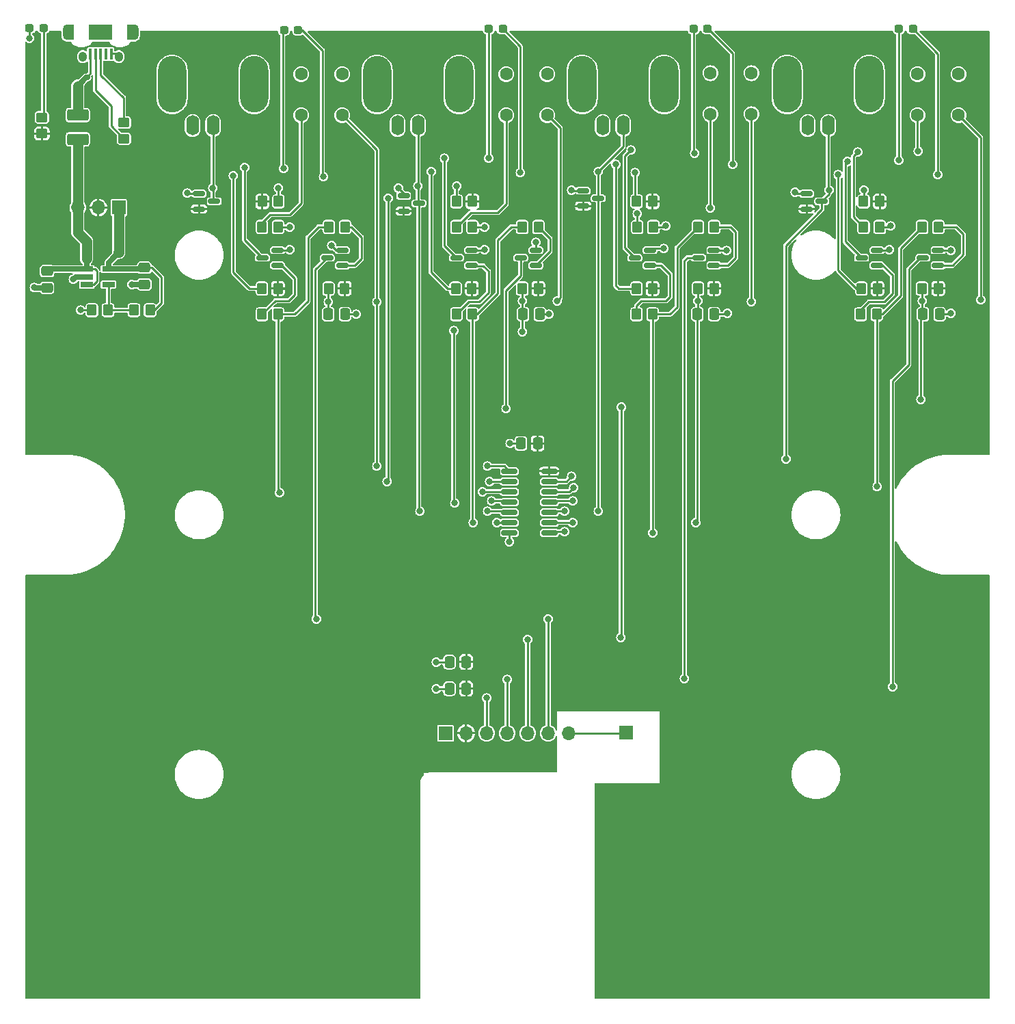
<source format=gbr>
%TF.GenerationSoftware,KiCad,Pcbnew,7.0.5-4d25ed1034~172~ubuntu22.04.1*%
%TF.CreationDate,2023-06-01T08:36:11-04:00*%
%TF.ProjectId,trigger-board,74726967-6765-4722-9d62-6f6172642e6b,rev?*%
%TF.SameCoordinates,Original*%
%TF.FileFunction,Copper,L1,Top*%
%TF.FilePolarity,Positive*%
%FSLAX46Y46*%
G04 Gerber Fmt 4.6, Leading zero omitted, Abs format (unit mm)*
G04 Created by KiCad (PCBNEW 7.0.5-4d25ed1034~172~ubuntu22.04.1) date 2023-06-01 08:36:11*
%MOMM*%
%LPD*%
G01*
G04 APERTURE LIST*
G04 Aperture macros list*
%AMRoundRect*
0 Rectangle with rounded corners*
0 $1 Rounding radius*
0 $2 $3 $4 $5 $6 $7 $8 $9 X,Y pos of 4 corners*
0 Add a 4 corners polygon primitive as box body*
4,1,4,$2,$3,$4,$5,$6,$7,$8,$9,$2,$3,0*
0 Add four circle primitives for the rounded corners*
1,1,$1+$1,$2,$3*
1,1,$1+$1,$4,$5*
1,1,$1+$1,$6,$7*
1,1,$1+$1,$8,$9*
0 Add four rect primitives between the rounded corners*
20,1,$1+$1,$2,$3,$4,$5,0*
20,1,$1+$1,$4,$5,$6,$7,0*
20,1,$1+$1,$6,$7,$8,$9,0*
20,1,$1+$1,$8,$9,$2,$3,0*%
G04 Aperture macros list end*
%TA.AperFunction,SMDPad,CuDef*%
%ADD10RoundRect,0.250000X0.450000X-0.350000X0.450000X0.350000X-0.450000X0.350000X-0.450000X-0.350000X0*%
%TD*%
%TA.AperFunction,ComponentPad*%
%ADD11C,1.600200*%
%TD*%
%TA.AperFunction,SMDPad,CuDef*%
%ADD12RoundRect,0.250000X-0.350000X-0.450000X0.350000X-0.450000X0.350000X0.450000X-0.350000X0.450000X0*%
%TD*%
%TA.AperFunction,SMDPad,CuDef*%
%ADD13RoundRect,0.250000X0.350000X0.450000X-0.350000X0.450000X-0.350000X-0.450000X0.350000X-0.450000X0*%
%TD*%
%TA.AperFunction,ComponentPad*%
%ADD14R,1.700000X1.700000*%
%TD*%
%TA.AperFunction,ComponentPad*%
%ADD15O,1.700000X1.700000*%
%TD*%
%TA.AperFunction,SMDPad,CuDef*%
%ADD16RoundRect,0.250000X-0.337500X-0.475000X0.337500X-0.475000X0.337500X0.475000X-0.337500X0.475000X0*%
%TD*%
%TA.AperFunction,SMDPad,CuDef*%
%ADD17RoundRect,0.150000X0.587500X0.150000X-0.587500X0.150000X-0.587500X-0.150000X0.587500X-0.150000X0*%
%TD*%
%TA.AperFunction,SMDPad,CuDef*%
%ADD18R,0.400000X1.350000*%
%TD*%
%TA.AperFunction,ComponentPad*%
%ADD19O,1.000000X1.900000*%
%TD*%
%TA.AperFunction,SMDPad,CuDef*%
%ADD20R,0.875000X1.900000*%
%TD*%
%TA.AperFunction,ComponentPad*%
%ADD21O,1.050000X1.250000*%
%TD*%
%TA.AperFunction,SMDPad,CuDef*%
%ADD22R,2.900000X1.900000*%
%TD*%
%TA.AperFunction,SMDPad,CuDef*%
%ADD23RoundRect,0.250001X-1.074999X0.462499X-1.074999X-0.462499X1.074999X-0.462499X1.074999X0.462499X0*%
%TD*%
%TA.AperFunction,SMDPad,CuDef*%
%ADD24RoundRect,0.250000X0.337500X0.475000X-0.337500X0.475000X-0.337500X-0.475000X0.337500X-0.475000X0*%
%TD*%
%TA.AperFunction,ComponentPad*%
%ADD25O,1.600000X2.500000*%
%TD*%
%TA.AperFunction,ComponentPad*%
%ADD26O,3.500000X7.000000*%
%TD*%
%TA.AperFunction,SMDPad,CuDef*%
%ADD27RoundRect,0.237500X-0.287500X-0.237500X0.287500X-0.237500X0.287500X0.237500X-0.287500X0.237500X0*%
%TD*%
%TA.AperFunction,SMDPad,CuDef*%
%ADD28RoundRect,0.150000X-0.587500X-0.150000X0.587500X-0.150000X0.587500X0.150000X-0.587500X0.150000X0*%
%TD*%
%TA.AperFunction,SMDPad,CuDef*%
%ADD29RoundRect,0.250000X-0.475000X0.337500X-0.475000X-0.337500X0.475000X-0.337500X0.475000X0.337500X0*%
%TD*%
%TA.AperFunction,SMDPad,CuDef*%
%ADD30R,1.560000X0.650000*%
%TD*%
%TA.AperFunction,SMDPad,CuDef*%
%ADD31RoundRect,0.150000X-0.825000X-0.150000X0.825000X-0.150000X0.825000X0.150000X-0.825000X0.150000X0*%
%TD*%
%TA.AperFunction,ViaPad*%
%ADD32C,0.812800*%
%TD*%
%TA.AperFunction,Conductor*%
%ADD33C,0.254000*%
%TD*%
%TA.AperFunction,Conductor*%
%ADD34C,0.635000*%
%TD*%
%TA.AperFunction,Conductor*%
%ADD35C,1.270000*%
%TD*%
G04 APERTURE END LIST*
D10*
%TO.P,R25,1*%
%TO.N,+5V*%
X30393000Y-56378800D03*
%TO.P,R25,2*%
%TO.N,Net-(D5-A)*%
X30393000Y-54378800D03*
%TD*%
D11*
%TO.P,SW1,1,1*%
%TO.N,Net-(R3-Pad1)*%
X62524000Y-54108800D03*
%TO.P,SW1,2,2*%
%TO.N,Net-(C1-Pad1)*%
X67604000Y-54108800D03*
%TO.P,SW1,3*%
%TO.N,N/C*%
X62524000Y-49028800D03*
%TO.P,SW1,4*%
X67604000Y-49028800D03*
%TD*%
D12*
%TO.P,R21,1*%
%TO.N,Net-(C4-Pad1)*%
X139435000Y-75565000D03*
%TO.P,R21,2*%
%TO.N,+5V*%
X141435000Y-75565000D03*
%TD*%
D13*
%TO.P,R1,1*%
%TO.N,Net-(R1-Pad1)*%
X59652500Y-78740000D03*
%TO.P,R1,2*%
%TO.N,Net-(Q1-B)*%
X57652500Y-78740000D03*
%TD*%
%TO.P,R8,1*%
%TO.N,Net-(R10-Pad1)*%
X83745000Y-78740000D03*
%TO.P,R8,2*%
%TO.N,Net-(Q2-B)*%
X81745000Y-78740000D03*
%TD*%
D14*
%TO.P,J6,1,Pin_1*%
%TO.N,GND*%
X80401000Y-130607800D03*
D15*
%TO.P,J6,2,Pin_2*%
%TO.N,+5V*%
X82941000Y-130607800D03*
%TO.P,J6,3,Pin_3*%
%TO.N,/TX4*%
X85481000Y-130607800D03*
%TO.P,J6,4,Pin_4*%
%TO.N,/TX3*%
X88021000Y-130607800D03*
%TO.P,J6,5,Pin_5*%
%TO.N,/TX2*%
X90561000Y-130607800D03*
%TO.P,J6,6,Pin_6*%
%TO.N,/TX1*%
X93101000Y-130607800D03*
%TO.P,J6,7,Pin_7*%
%TO.N,Net-(AE1-A)*%
X95641000Y-130607800D03*
%TD*%
D12*
%TO.P,R15,1*%
%TO.N,Net-(C3-Pad1)*%
X111665000Y-75565000D03*
%TO.P,R15,2*%
%TO.N,+5V*%
X113665000Y-75565000D03*
%TD*%
D16*
%TO.P,C1,1*%
%TO.N,Net-(C1-Pad1)*%
X65870000Y-78740000D03*
%TO.P,C1,2*%
%TO.N,GND*%
X67945000Y-78740000D03*
%TD*%
D17*
%TO.P,Q2,1,B*%
%TO.N,Net-(Q2-B)*%
X83620000Y-72705000D03*
%TO.P,Q2,2,E*%
%TO.N,GND*%
X83620000Y-70805000D03*
%TO.P,Q2,3,C*%
%TO.N,Net-(D2-K)*%
X81745000Y-71755000D03*
%TD*%
%TO.P,Q3,1,B*%
%TO.N,Net-(Q3-B)*%
X67612500Y-72705000D03*
%TO.P,Q3,2,E*%
%TO.N,GND*%
X67612500Y-70805000D03*
%TO.P,Q3,3,C*%
%TO.N,/TX1*%
X65737500Y-71755000D03*
%TD*%
D12*
%TO.P,R3,1*%
%TO.N,Net-(R3-Pad1)*%
X57652500Y-67945000D03*
%TO.P,R3,2*%
%TO.N,GND*%
X59652500Y-67945000D03*
%TD*%
%TO.P,R6,1*%
%TO.N,Net-(C2-Pad1)*%
X89905000Y-75565000D03*
%TO.P,R6,2*%
%TO.N,+5V*%
X91905000Y-75565000D03*
%TD*%
%TO.P,R10,1*%
%TO.N,Net-(R10-Pad1)*%
X89905000Y-67945000D03*
%TO.P,R10,2*%
%TO.N,Net-(Q4-B)*%
X91905000Y-67945000D03*
%TD*%
D18*
%TO.P,J5,1,VBUS*%
%TO.N,Net-(J5-VBUS)*%
X36380000Y-46544000D03*
%TO.P,J5,2,D-*%
%TO.N,Net-(J5-D-)*%
X37030000Y-46544000D03*
%TO.P,J5,3,D+*%
%TO.N,Net-(J5-D+)*%
X37680000Y-46544000D03*
%TO.P,J5,4,ID*%
%TO.N,unconnected-(J5-ID-Pad4)*%
X38330000Y-46544000D03*
%TO.P,J5,5,GND*%
%TO.N,GND*%
X38980000Y-46544000D03*
D19*
%TO.P,J5,6,Shield*%
X41855000Y-43869000D03*
D20*
X41417500Y-43869000D03*
D21*
X39905000Y-46869000D03*
D22*
X37680000Y-43869000D03*
D21*
X35455000Y-46869000D03*
D20*
X33942500Y-43869000D03*
D19*
X33505000Y-43869000D03*
%TD*%
D12*
%TO.P,R14,1*%
%TO.N,Net-(J3-In)*%
X104045000Y-64770000D03*
%TO.P,R14,2*%
%TO.N,+5V*%
X106045000Y-64770000D03*
%TD*%
D17*
%TO.P,Q4,1,B*%
%TO.N,Net-(Q4-B)*%
X91572500Y-72705000D03*
%TO.P,Q4,2,E*%
%TO.N,GND*%
X91572500Y-70805000D03*
%TO.P,Q4,3,C*%
%TO.N,/TX2*%
X89697500Y-71755000D03*
%TD*%
D13*
%TO.P,R24,1*%
%TO.N,+5V*%
X133910000Y-75565000D03*
%TO.P,R24,2*%
%TO.N,Net-(D4-A)*%
X131910000Y-75565000D03*
%TD*%
D23*
%TO.P,FB1,1*%
%TO.N,Net-(J5-VBUS)*%
X34838000Y-54108800D03*
%TO.P,FB1,2*%
%TO.N,Net-(JP1-B)*%
X34838000Y-57083800D03*
%TD*%
D24*
%TO.P,C9,1*%
%TO.N,+5V*%
X82952500Y-121793000D03*
%TO.P,C9,2*%
%TO.N,GND*%
X80877500Y-121793000D03*
%TD*%
D25*
%TO.P,J2,1,In*%
%TO.N,Net-(J2-In)*%
X77002000Y-55378800D03*
D26*
%TO.P,J2,2,Ext*%
%TO.N,GND*%
X71922000Y-50298800D03*
D25*
X74462000Y-55378800D03*
D26*
X82082000Y-50298800D03*
%TD*%
D17*
%TO.P,Q8,1,B*%
%TO.N,Net-(Q8-B)*%
X141405000Y-72705000D03*
%TO.P,Q8,2,E*%
%TO.N,GND*%
X141405000Y-70805000D03*
%TO.P,Q8,3,C*%
%TO.N,/TX4*%
X139530000Y-71755000D03*
%TD*%
D13*
%TO.P,R16,1*%
%TO.N,Net-(R16-Pad1)*%
X106045000Y-78740000D03*
%TO.P,R16,2*%
%TO.N,Net-(Q5-B)*%
X104045000Y-78740000D03*
%TD*%
D11*
%TO.P,SW2,1,1*%
%TO.N,Net-(R2-Pad1)*%
X87924000Y-54108800D03*
%TO.P,SW2,2,2*%
%TO.N,Net-(C2-Pad1)*%
X93004000Y-54108800D03*
%TO.P,SW2,3*%
%TO.N,N/C*%
X87924000Y-49028800D03*
%TO.P,SW2,4*%
X93004000Y-49028800D03*
%TD*%
D10*
%TO.P,R26,1*%
%TO.N,Net-(J5-D-)*%
X40553000Y-57013800D03*
%TO.P,R26,2*%
%TO.N,Net-(J5-D+)*%
X40553000Y-55013800D03*
%TD*%
D17*
%TO.P,Q1,1,B*%
%TO.N,Net-(Q1-B)*%
X59590000Y-72705000D03*
%TO.P,Q1,2,E*%
%TO.N,GND*%
X59590000Y-70805000D03*
%TO.P,Q1,3,C*%
%TO.N,Net-(D1-K)*%
X57715000Y-71755000D03*
%TD*%
D13*
%TO.P,R9,1*%
%TO.N,+5V*%
X59652500Y-75565000D03*
%TO.P,R9,2*%
%TO.N,Net-(D1-A)*%
X57652500Y-75565000D03*
%TD*%
D12*
%TO.P,R23,1*%
%TO.N,Net-(R22-Pad1)*%
X139435000Y-67945000D03*
%TO.P,R23,2*%
%TO.N,Net-(Q8-B)*%
X141435000Y-67945000D03*
%TD*%
%TO.P,R4,1*%
%TO.N,Net-(J2-In)*%
X81745000Y-64770000D03*
%TO.P,R4,2*%
%TO.N,+5V*%
X83745000Y-64770000D03*
%TD*%
%TO.P,R13,1*%
%TO.N,Net-(R13-Pad1)*%
X104140000Y-67945000D03*
%TO.P,R13,2*%
%TO.N,GND*%
X106140000Y-67945000D03*
%TD*%
D27*
%TO.P,D2,1,K*%
%TO.N,Net-(D2-K)*%
X85739000Y-43434000D03*
%TO.P,D2,2,A*%
%TO.N,Net-(D2-A)*%
X87489000Y-43434000D03*
%TD*%
%TO.P,D4,1,K*%
%TO.N,Net-(D4-K)*%
X136539000Y-43434000D03*
%TO.P,D4,2,A*%
%TO.N,Net-(D4-A)*%
X138289000Y-43434000D03*
%TD*%
D13*
%TO.P,R22,1*%
%TO.N,Net-(R22-Pad1)*%
X133815000Y-78740000D03*
%TO.P,R22,2*%
%TO.N,Net-(Q7-B)*%
X131815000Y-78740000D03*
%TD*%
D11*
%TO.P,SW3,1,1*%
%TO.N,Net-(R13-Pad1)*%
X113197000Y-53981800D03*
%TO.P,SW3,2,2*%
%TO.N,Net-(C3-Pad1)*%
X118277000Y-53981800D03*
%TO.P,SW3,3*%
%TO.N,N/C*%
X113197000Y-48901800D03*
%TO.P,SW3,4*%
X118277000Y-48901800D03*
%TD*%
D17*
%TO.P,Q5,1,B*%
%TO.N,Net-(Q5-B)*%
X105712500Y-72705000D03*
%TO.P,Q5,2,E*%
%TO.N,GND*%
X105712500Y-70805000D03*
%TO.P,Q5,3,C*%
%TO.N,Net-(D3-K)*%
X103837500Y-71755000D03*
%TD*%
D25*
%TO.P,J3,1,In*%
%TO.N,Net-(J3-In)*%
X102402000Y-55378800D03*
D26*
%TO.P,J3,2,Ext*%
%TO.N,GND*%
X97322000Y-50298800D03*
D25*
X99862000Y-55378800D03*
D26*
X107482000Y-50298800D03*
%TD*%
D16*
%TO.P,C3,1*%
%TO.N,Net-(C3-Pad1)*%
X111590000Y-78740000D03*
%TO.P,C3,2*%
%TO.N,GND*%
X113665000Y-78740000D03*
%TD*%
D13*
%TO.P,R18,1*%
%TO.N,+5V*%
X106045000Y-75565000D03*
%TO.P,R18,2*%
%TO.N,Net-(D3-A)*%
X104045000Y-75565000D03*
%TD*%
%TO.P,R11,1*%
%TO.N,Net-(J1-In)*%
X59690000Y-64770000D03*
%TO.P,R11,2*%
%TO.N,+5V*%
X57690000Y-64770000D03*
%TD*%
D12*
%TO.P,R28,1*%
%TO.N,GND*%
X36592000Y-78232000D03*
%TO.P,R28,2*%
%TO.N,Net-(U2-ADJ)*%
X38592000Y-78232000D03*
%TD*%
D25*
%TO.P,J4,1,In*%
%TO.N,Net-(J4-In)*%
X127802000Y-55378800D03*
D26*
%TO.P,J4,2,Ext*%
%TO.N,GND*%
X122722000Y-50298800D03*
D25*
X125262000Y-55378800D03*
D26*
X132882000Y-50298800D03*
%TD*%
D12*
%TO.P,R20,1*%
%TO.N,Net-(J4-In)*%
X132180000Y-64770000D03*
%TO.P,R20,2*%
%TO.N,+5V*%
X134180000Y-64770000D03*
%TD*%
D28*
%TO.P,D7,1,K*%
%TO.N,GND*%
X97439000Y-63439000D03*
%TO.P,D7,2,A*%
%TO.N,+5V*%
X97439000Y-65339000D03*
%TO.P,D7,3,K*%
%TO.N,Net-(J3-In)*%
X99314000Y-64389000D03*
%TD*%
D14*
%TO.P,JP1,1,A*%
%TO.N,Net-(JP1-A)*%
X39918000Y-65538800D03*
D15*
%TO.P,JP1,2,C*%
%TO.N,+5V*%
X37378000Y-65538800D03*
%TO.P,JP1,3,B*%
%TO.N,Net-(JP1-B)*%
X34838000Y-65538800D03*
%TD*%
D17*
%TO.P,Q7,1,B*%
%TO.N,Net-(Q7-B)*%
X133815000Y-72705000D03*
%TO.P,Q7,2,E*%
%TO.N,GND*%
X133815000Y-70805000D03*
%TO.P,Q7,3,C*%
%TO.N,Net-(D4-K)*%
X131940000Y-71755000D03*
%TD*%
D16*
%TO.P,C4,1*%
%TO.N,Net-(C4-Pad1)*%
X139530000Y-78740000D03*
%TO.P,C4,2*%
%TO.N,GND*%
X141605000Y-78740000D03*
%TD*%
D29*
%TO.P,C6,1*%
%TO.N,Net-(JP1-A)*%
X43093000Y-72988800D03*
%TO.P,C6,2*%
%TO.N,GND*%
X43093000Y-75063800D03*
%TD*%
D30*
%TO.P,U2,1,VIN*%
%TO.N,Net-(JP1-B)*%
X35948000Y-73163800D03*
%TO.P,U2,2,GND*%
%TO.N,GND*%
X35948000Y-74113800D03*
%TO.P,U2,3,EN*%
%TO.N,Net-(JP1-B)*%
X35948000Y-75063800D03*
%TO.P,U2,4,ADJ*%
%TO.N,Net-(U2-ADJ)*%
X38648000Y-75063800D03*
%TO.P,U2,5,VOUT*%
%TO.N,Net-(JP1-A)*%
X38648000Y-73163800D03*
%TD*%
D12*
%TO.P,R17,1*%
%TO.N,Net-(R16-Pad1)*%
X111665000Y-67945000D03*
%TO.P,R17,2*%
%TO.N,Net-(Q6-B)*%
X113665000Y-67945000D03*
%TD*%
D29*
%TO.P,C5,1*%
%TO.N,Net-(JP1-B)*%
X31028000Y-73391300D03*
%TO.P,C5,2*%
%TO.N,GND*%
X31028000Y-75466300D03*
%TD*%
D27*
%TO.P,D3,1,K*%
%TO.N,Net-(D3-K)*%
X111125000Y-43440800D03*
%TO.P,D3,2,A*%
%TO.N,Net-(D3-A)*%
X112875000Y-43440800D03*
%TD*%
D24*
%TO.P,C8,1*%
%TO.N,+5V*%
X82952500Y-125095000D03*
%TO.P,C8,2*%
%TO.N,GND*%
X80877500Y-125095000D03*
%TD*%
D31*
%TO.P,U1,1*%
%TO.N,Net-(C1-Pad1)*%
X88308000Y-98177800D03*
%TO.P,U1,2*%
%TO.N,Net-(J1-In)*%
X88308000Y-99447800D03*
%TO.P,U1,3*%
%TO.N,Net-(R1-Pad1)*%
X88308000Y-100717800D03*
%TO.P,U1,4*%
%TO.N,Net-(C2-Pad1)*%
X88308000Y-101987800D03*
%TO.P,U1,5*%
%TO.N,Net-(J2-In)*%
X88308000Y-103257800D03*
%TO.P,U1,6*%
%TO.N,Net-(R10-Pad1)*%
X88308000Y-104527800D03*
%TO.P,U1,7,GND*%
%TO.N,GND*%
X88308000Y-105797800D03*
%TO.P,U1,8*%
%TO.N,Net-(R16-Pad1)*%
X93258000Y-105797800D03*
%TO.P,U1,9*%
%TO.N,Net-(C3-Pad1)*%
X93258000Y-104527800D03*
%TO.P,U1,10*%
%TO.N,Net-(J3-In)*%
X93258000Y-103257800D03*
%TO.P,U1,11*%
%TO.N,Net-(R22-Pad1)*%
X93258000Y-101987800D03*
%TO.P,U1,12*%
%TO.N,Net-(C4-Pad1)*%
X93258000Y-100717800D03*
%TO.P,U1,13*%
%TO.N,Net-(J4-In)*%
X93258000Y-99447800D03*
%TO.P,U1,14,VCC*%
%TO.N,+5V*%
X93258000Y-98177800D03*
%TD*%
D12*
%TO.P,R7,1*%
%TO.N,Net-(R1-Pad1)*%
X65945000Y-67945000D03*
%TO.P,R7,2*%
%TO.N,Net-(Q3-B)*%
X67945000Y-67945000D03*
%TD*%
D14*
%TO.P,AE1,1,A*%
%TO.N,Net-(AE1-A)*%
X102743000Y-130556000D03*
%TD*%
D17*
%TO.P,Q6,1,B*%
%TO.N,Net-(Q6-B)*%
X113635000Y-72705000D03*
%TO.P,Q6,2,E*%
%TO.N,GND*%
X113635000Y-70805000D03*
%TO.P,Q6,3,C*%
%TO.N,/TX3*%
X111760000Y-71755000D03*
%TD*%
D11*
%TO.P,SW4,1,1*%
%TO.N,Net-(R19-Pad1)*%
X138851000Y-54108800D03*
%TO.P,SW4,2,2*%
%TO.N,Net-(C4-Pad1)*%
X143931000Y-54108800D03*
%TO.P,SW4,3*%
%TO.N,N/C*%
X138851000Y-49028800D03*
%TO.P,SW4,4*%
X143931000Y-49028800D03*
%TD*%
D28*
%TO.P,D9,1,K*%
%TO.N,GND*%
X75214000Y-64074000D03*
%TO.P,D9,2,A*%
%TO.N,+5V*%
X75214000Y-65974000D03*
%TO.P,D9,3,K*%
%TO.N,Net-(J2-In)*%
X77089000Y-65024000D03*
%TD*%
%TO.P,D6,1,K*%
%TO.N,GND*%
X49862500Y-63820000D03*
%TO.P,D6,2,A*%
%TO.N,+5V*%
X49862500Y-65720000D03*
%TO.P,D6,3,K*%
%TO.N,Net-(J1-In)*%
X51737500Y-64770000D03*
%TD*%
D13*
%TO.P,R12,1*%
%TO.N,+5V*%
X83650000Y-75565000D03*
%TO.P,R12,2*%
%TO.N,Net-(D2-A)*%
X81650000Y-75565000D03*
%TD*%
D12*
%TO.P,R19,1*%
%TO.N,Net-(R19-Pad1)*%
X132180000Y-67945000D03*
%TO.P,R19,2*%
%TO.N,GND*%
X134180000Y-67945000D03*
%TD*%
%TO.P,R5,1*%
%TO.N,Net-(C1-Pad1)*%
X65907500Y-75565000D03*
%TO.P,R5,2*%
%TO.N,+5V*%
X67907500Y-75565000D03*
%TD*%
D27*
%TO.P,D5,1,K*%
%TO.N,GND*%
X28883000Y-43313800D03*
%TO.P,D5,2,A*%
%TO.N,Net-(D5-A)*%
X30633000Y-43313800D03*
%TD*%
D25*
%TO.P,J1,1,In*%
%TO.N,Net-(J1-In)*%
X51602000Y-55378800D03*
D26*
%TO.P,J1,2,Ext*%
%TO.N,GND*%
X46522000Y-50298800D03*
D25*
X49062000Y-55378800D03*
D26*
X56682000Y-50298800D03*
%TD*%
D24*
%TO.P,C7,1*%
%TO.N,+5V*%
X91800500Y-94738800D03*
%TO.P,C7,2*%
%TO.N,GND*%
X89725500Y-94738800D03*
%TD*%
D27*
%TO.P,D1,1,K*%
%TO.N,Net-(D1-K)*%
X60393000Y-43567800D03*
%TO.P,D1,2,A*%
%TO.N,Net-(D1-A)*%
X62143000Y-43567800D03*
%TD*%
D16*
%TO.P,C2,1*%
%TO.N,Net-(C2-Pad1)*%
X90000000Y-78740000D03*
%TO.P,C2,2*%
%TO.N,GND*%
X92075000Y-78740000D03*
%TD*%
D12*
%TO.P,R2,1*%
%TO.N,Net-(R2-Pad1)*%
X81745000Y-67945000D03*
%TO.P,R2,2*%
%TO.N,GND*%
X83745000Y-67945000D03*
%TD*%
D28*
%TO.P,D8,1,K*%
%TO.N,GND*%
X125125000Y-63820000D03*
%TO.P,D8,2,A*%
%TO.N,+5V*%
X125125000Y-65720000D03*
%TO.P,D8,3,K*%
%TO.N,Net-(J4-In)*%
X127000000Y-64770000D03*
%TD*%
D12*
%TO.P,R27,1*%
%TO.N,Net-(U2-ADJ)*%
X41799000Y-78232000D03*
%TO.P,R27,2*%
%TO.N,Net-(JP1-A)*%
X43799000Y-78232000D03*
%TD*%
D32*
%TO.N,Net-(C1-Pad1)*%
X71882000Y-77216000D03*
X85598000Y-97536000D03*
X71882000Y-97536000D03*
X65870000Y-77216000D03*
%TO.N,GND*%
X115316000Y-78613000D03*
X135509000Y-67818000D03*
X69342000Y-78740000D03*
X85217000Y-70739000D03*
X93218000Y-78740000D03*
X34290000Y-74422000D03*
X143002000Y-70866000D03*
X48387000Y-63754000D03*
X107696000Y-67818000D03*
X79248000Y-121793000D03*
X88308000Y-106891000D03*
X79248000Y-125095000D03*
X37693000Y-43815000D03*
X91572500Y-69855500D03*
X115189000Y-70866000D03*
X41529000Y-75057000D03*
X123698000Y-63627000D03*
X61087000Y-70739000D03*
X85217000Y-67945000D03*
X135382000Y-70739000D03*
X88395200Y-94738800D03*
X28829000Y-44577000D03*
X35179000Y-78232000D03*
X74549000Y-63119000D03*
X29464000Y-75438000D03*
X107442000Y-70612000D03*
X66294000Y-70231000D03*
X143002000Y-78613000D03*
X61087000Y-67945000D03*
X96012000Y-63373000D03*
%TO.N,Net-(C2-Pad1)*%
X89916000Y-80899000D03*
X81407000Y-80772000D03*
X86106000Y-101854000D03*
X89916000Y-77089000D03*
X94234000Y-77089000D03*
X81534000Y-102108000D03*
%TO.N,Net-(C3-Pad1)*%
X111633000Y-77089000D03*
X96139000Y-104521000D03*
X111379000Y-104521000D03*
X118277000Y-77176000D03*
%TO.N,Net-(C4-Pad1)*%
X139446000Y-77089000D03*
X139275236Y-89281000D03*
X96266000Y-100203000D03*
X146685000Y-76962000D03*
%TO.N,Net-(D1-K)*%
X60325000Y-60706000D03*
X55499000Y-60579000D03*
%TO.N,Net-(D1-A)*%
X54102000Y-61595000D03*
X65278000Y-61722000D03*
%TO.N,Net-(D2-K)*%
X80264000Y-59436000D03*
X85725000Y-59436000D03*
%TO.N,Net-(D2-A)*%
X89662000Y-61214000D03*
X78613000Y-61087000D03*
%TO.N,Net-(D3-K)*%
X103378000Y-58420000D03*
X111252000Y-58801000D03*
%TO.N,Net-(D3-A)*%
X101473000Y-60198000D03*
X115951000Y-60198000D03*
%TO.N,Net-(D4-K)*%
X130175000Y-59817000D03*
X136525000Y-59690000D03*
%TO.N,Net-(D4-A)*%
X129032000Y-61468000D03*
X141351000Y-61468000D03*
%TO.N,Net-(J1-In)*%
X51562000Y-63119000D03*
X59690000Y-63119000D03*
X85852000Y-99441000D03*
X73279000Y-64389000D03*
X73152000Y-99441000D03*
%TO.N,Net-(J2-In)*%
X77216000Y-103124000D03*
X85598000Y-103124000D03*
X76962000Y-62865000D03*
X81788000Y-62865000D03*
%TO.N,Net-(J3-In)*%
X95123000Y-103124000D03*
X103886000Y-61214000D03*
X99314000Y-103124000D03*
X99314000Y-61087000D03*
%TO.N,Net-(J4-In)*%
X96012000Y-98806000D03*
X127889000Y-63373000D03*
X122555000Y-96647000D03*
X132207000Y-63373000D03*
%TO.N,/TX1*%
X64389000Y-116459000D03*
X93091000Y-116459000D03*
%TO.N,/TX2*%
X90551000Y-118999000D03*
X102108000Y-118745000D03*
X87884000Y-90424000D03*
X102171500Y-90233500D03*
%TO.N,/TX3*%
X88011000Y-123952000D03*
X109982000Y-123825000D03*
%TO.N,/TX4*%
X85471000Y-126238000D03*
X135763000Y-124841000D03*
%TO.N,Net-(R1-Pad1)*%
X59817000Y-100838000D03*
X84963000Y-100711000D03*
%TO.N,Net-(R13-Pad1)*%
X104140000Y-66294000D03*
X113197000Y-65572000D03*
%TO.N,Net-(R16-Pad1)*%
X106045000Y-105791000D03*
X95123000Y-105664000D03*
%TO.N,Net-(R10-Pad1)*%
X83820000Y-104521000D03*
X86741000Y-104521000D03*
%TO.N,Net-(R19-Pad1)*%
X131445000Y-58674000D03*
X138938000Y-58547000D03*
%TO.N,Net-(R22-Pad1)*%
X96139000Y-101854000D03*
X133858000Y-100076000D03*
%TD*%
D33*
%TO.N,Net-(AE1-A)*%
X95641000Y-130607800D02*
X102691200Y-130607800D01*
X102691200Y-130607800D02*
X102743000Y-130556000D01*
%TO.N,Net-(C1-Pad1)*%
X71882000Y-77216000D02*
X71882000Y-58386800D01*
X85598000Y-97536000D02*
X87666200Y-97536000D01*
X87666200Y-97536000D02*
X88308000Y-98177800D01*
X65870000Y-75602500D02*
X65907500Y-75565000D01*
X65870000Y-78740000D02*
X65870000Y-75602500D01*
X71882000Y-58386800D02*
X67604000Y-54108800D01*
X71882000Y-77216000D02*
X71882000Y-97536000D01*
%TO.N,GND*%
X83745000Y-67945000D02*
X85217000Y-67945000D01*
X61021000Y-70805000D02*
X61087000Y-70739000D01*
X141605000Y-78740000D02*
X142875000Y-78740000D01*
X123891000Y-63820000D02*
X123698000Y-63627000D01*
X59652500Y-67945000D02*
X61087000Y-67945000D01*
X85151000Y-70805000D02*
X85217000Y-70739000D01*
X105905500Y-70612000D02*
X107442000Y-70612000D01*
X125125000Y-63820000D02*
X123891000Y-63820000D01*
X88308000Y-105797800D02*
X88308000Y-106891000D01*
X48453000Y-63820000D02*
X48387000Y-63754000D01*
D34*
X43093000Y-75063800D02*
X41535800Y-75063800D01*
D33*
X106140000Y-67945000D02*
X107569000Y-67945000D01*
X115128000Y-70805000D02*
X115189000Y-70866000D01*
X28883000Y-44523000D02*
X28829000Y-44577000D01*
X36592000Y-78232000D02*
X35179000Y-78232000D01*
X135382000Y-67945000D02*
X135509000Y-67818000D01*
X134180000Y-67945000D02*
X135382000Y-67945000D01*
X142875000Y-78740000D02*
X143002000Y-78613000D01*
X83620000Y-70805000D02*
X85151000Y-70805000D01*
X113635000Y-70805000D02*
X115128000Y-70805000D01*
X80877500Y-121793000D02*
X79248000Y-121793000D01*
X28883000Y-43313800D02*
X28883000Y-44523000D01*
D34*
X35948000Y-74113800D02*
X34598200Y-74113800D01*
X29492300Y-75466300D02*
X29464000Y-75438000D01*
D33*
X92075000Y-78740000D02*
X93218000Y-78740000D01*
X96078000Y-63439000D02*
X96012000Y-63373000D01*
X133815000Y-70805000D02*
X135316000Y-70805000D01*
X67612500Y-70805000D02*
X66868000Y-70805000D01*
X113665000Y-78740000D02*
X115189000Y-78740000D01*
X75214000Y-63784000D02*
X74549000Y-63119000D01*
X49862500Y-63820000D02*
X48453000Y-63820000D01*
X59590000Y-70805000D02*
X61021000Y-70805000D01*
X105712500Y-70805000D02*
X105905500Y-70612000D01*
X97439000Y-63439000D02*
X96078000Y-63439000D01*
X142941000Y-70805000D02*
X143002000Y-70866000D01*
X135316000Y-70805000D02*
X135382000Y-70739000D01*
X75214000Y-64074000D02*
X75214000Y-63784000D01*
D34*
X41535800Y-75063800D02*
X41529000Y-75057000D01*
D33*
X115189000Y-78740000D02*
X115316000Y-78613000D01*
X141405000Y-70805000D02*
X142941000Y-70805000D01*
X67945000Y-78740000D02*
X69342000Y-78740000D01*
X89725500Y-94738800D02*
X88395200Y-94738800D01*
X91572500Y-70805000D02*
X91572500Y-69855500D01*
X38993000Y-46490000D02*
X39593000Y-46490000D01*
D34*
X34598200Y-74113800D02*
X34290000Y-74422000D01*
X31028000Y-75466300D02*
X29492300Y-75466300D01*
D33*
X39593000Y-46490000D02*
X39918000Y-46815000D01*
X66868000Y-70805000D02*
X66294000Y-70231000D01*
X80877500Y-125095000D02*
X79248000Y-125095000D01*
X107569000Y-67945000D02*
X107696000Y-67818000D01*
%TO.N,Net-(C2-Pad1)*%
X93004000Y-54108800D02*
X94615000Y-55719800D01*
X89916000Y-78824000D02*
X89916000Y-80899000D01*
X89916000Y-77089000D02*
X89916000Y-78656000D01*
X94615000Y-76708000D02*
X94361000Y-76962000D01*
X88174200Y-101854000D02*
X88308000Y-101987800D01*
X94361000Y-76962000D02*
X94234000Y-77089000D01*
X89916000Y-77089000D02*
X89916000Y-75576000D01*
X94615000Y-55719800D02*
X94615000Y-76708000D01*
X81407000Y-101981000D02*
X81534000Y-102108000D01*
X89916000Y-78656000D02*
X90000000Y-78740000D01*
X81407000Y-80772000D02*
X81407000Y-101981000D01*
X90000000Y-78740000D02*
X89916000Y-78824000D01*
X86106000Y-101854000D02*
X88174200Y-101854000D01*
X89916000Y-75576000D02*
X89905000Y-75565000D01*
%TO.N,Net-(C3-Pad1)*%
X111633000Y-75597000D02*
X111665000Y-75565000D01*
X93264800Y-104521000D02*
X93258000Y-104527800D01*
X111590000Y-78740000D02*
X111590000Y-104310000D01*
X111633000Y-78697000D02*
X111590000Y-78740000D01*
X118277000Y-53981800D02*
X118277000Y-77176000D01*
X111590000Y-104310000D02*
X111379000Y-104521000D01*
X96139000Y-104521000D02*
X93264800Y-104521000D01*
X111633000Y-77089000D02*
X111633000Y-75597000D01*
X111633000Y-77089000D02*
X111633000Y-78697000D01*
%TO.N,Net-(C4-Pad1)*%
X139275236Y-89281000D02*
X139275236Y-78994764D01*
X93258000Y-100717800D02*
X95751200Y-100717800D01*
X95751200Y-100717800D02*
X96266000Y-100203000D01*
X139446000Y-77089000D02*
X139446000Y-75576000D01*
X139275236Y-78994764D02*
X139530000Y-78740000D01*
X146685000Y-56862800D02*
X146685000Y-76962000D01*
X139446000Y-78656000D02*
X139530000Y-78740000D01*
X139446000Y-77089000D02*
X139446000Y-78656000D01*
X139446000Y-75576000D02*
X139435000Y-75565000D01*
X143931000Y-54108800D02*
X146685000Y-56862800D01*
%TO.N,+5V*%
X59652500Y-75565000D02*
X61011300Y-75565000D01*
%TO.N,Net-(D1-K)*%
X60238000Y-43440800D02*
X60238000Y-60619000D01*
X55499000Y-60579000D02*
X55499000Y-69539000D01*
X60238000Y-60619000D02*
X60325000Y-60706000D01*
X55499000Y-69539000D02*
X57715000Y-71755000D01*
%TO.N,Net-(D1-A)*%
X65151000Y-61595000D02*
X65278000Y-61722000D01*
X56134000Y-75565000D02*
X57652500Y-75565000D01*
X62143000Y-43567800D02*
X62617800Y-43567800D01*
X54102000Y-73533000D02*
X56134000Y-75565000D01*
X54102000Y-61595000D02*
X54102000Y-73533000D01*
X62617800Y-43567800D02*
X65151000Y-46101000D01*
X65151000Y-46101000D02*
X65151000Y-61595000D01*
%TO.N,Net-(D2-K)*%
X85739000Y-59422000D02*
X85725000Y-59436000D01*
X80264000Y-59436000D02*
X80264000Y-70274000D01*
X85739000Y-43434000D02*
X85739000Y-59422000D01*
X80264000Y-70274000D02*
X81745000Y-71755000D01*
%TO.N,Net-(D2-A)*%
X87489000Y-43434000D02*
X89662000Y-45607000D01*
X78613000Y-73533000D02*
X80645000Y-75565000D01*
X89662000Y-45607000D02*
X89662000Y-61214000D01*
X80645000Y-75565000D02*
X81650000Y-75565000D01*
X78613000Y-61087000D02*
X78613000Y-73533000D01*
%TO.N,Net-(D3-K)*%
X102616000Y-70533500D02*
X103837500Y-71755000D01*
X103378000Y-58420000D02*
X102616000Y-59182000D01*
X102616000Y-59182000D02*
X102616000Y-70533500D01*
X111125000Y-58674000D02*
X111252000Y-58801000D01*
X111125000Y-43440800D02*
X111125000Y-58674000D01*
%TO.N,Net-(D3-A)*%
X112875000Y-43440800D02*
X112909800Y-43440800D01*
X112909800Y-43440800D02*
X115951000Y-46482000D01*
X104045000Y-75565000D02*
X101854000Y-75565000D01*
X115951000Y-46482000D02*
X115951000Y-60198000D01*
X101473000Y-60198000D02*
X101473000Y-75184000D01*
X101473000Y-75184000D02*
X101854000Y-75565000D01*
%TO.N,Net-(D4-K)*%
X129921000Y-60071000D02*
X129921000Y-69736000D01*
X130175000Y-59817000D02*
X129921000Y-60071000D01*
X136539000Y-43434000D02*
X136539000Y-59676000D01*
X136539000Y-59676000D02*
X136525000Y-59690000D01*
X129921000Y-69736000D02*
X131940000Y-71755000D01*
%TO.N,Net-(D4-A)*%
X129032000Y-61468000D02*
X129032000Y-73279000D01*
X131318000Y-75565000D02*
X131910000Y-75565000D01*
X138289000Y-43434000D02*
X141351000Y-46496000D01*
X129032000Y-73279000D02*
X131318000Y-75565000D01*
X141351000Y-46496000D02*
X141351000Y-61468000D01*
%TO.N,Net-(D5-A)*%
X30633000Y-54138800D02*
X30393000Y-54378800D01*
X30633000Y-43313800D02*
X30633000Y-54138800D01*
D34*
%TO.N,Net-(J5-VBUS)*%
X35893400Y-49450600D02*
X36022135Y-49450600D01*
D33*
X36068000Y-49276000D02*
X36393000Y-48951000D01*
D35*
X34838000Y-54108800D02*
X34838000Y-50506000D01*
D34*
X34838000Y-50506000D02*
X35893400Y-49450600D01*
D33*
X36393000Y-48951000D02*
X36393000Y-46490000D01*
%TO.N,Net-(J1-In)*%
X51602000Y-64634500D02*
X51737500Y-64770000D01*
X73279000Y-64389000D02*
X73279000Y-99314000D01*
X88301200Y-99441000D02*
X88308000Y-99447800D01*
X59690000Y-64770000D02*
X59690000Y-63119000D01*
X51602000Y-55378800D02*
X51602000Y-64634500D01*
X85852000Y-99441000D02*
X88301200Y-99441000D01*
X73279000Y-99314000D02*
X73152000Y-99441000D01*
%TO.N,Net-(J2-In)*%
X77002000Y-64937000D02*
X77089000Y-65024000D01*
X85598000Y-103124000D02*
X88174200Y-103124000D01*
X81745000Y-62908000D02*
X81788000Y-62865000D01*
X88174200Y-103124000D02*
X88308000Y-103257800D01*
X77089000Y-102997000D02*
X77216000Y-103124000D01*
X77089000Y-65024000D02*
X77089000Y-102997000D01*
X81745000Y-64770000D02*
X81745000Y-62908000D01*
X77002000Y-55378800D02*
X77002000Y-64937000D01*
%TO.N,Net-(J3-In)*%
X103886000Y-61214000D02*
X103886000Y-64611000D01*
X103886000Y-64611000D02*
X104045000Y-64770000D01*
X102402000Y-55378800D02*
X102402000Y-57999000D01*
X102402000Y-57999000D02*
X99314000Y-61087000D01*
X99314000Y-64389000D02*
X99314000Y-61087000D01*
X93391800Y-103124000D02*
X93258000Y-103257800D01*
X99314000Y-64389000D02*
X99314000Y-103124000D01*
X95123000Y-103124000D02*
X93391800Y-103124000D01*
%TO.N,Net-(J4-In)*%
X127802000Y-63286000D02*
X127889000Y-63373000D01*
X122555000Y-70231000D02*
X127000000Y-65786000D01*
X132207000Y-64743000D02*
X132180000Y-64770000D01*
X127802000Y-55378800D02*
X127802000Y-63286000D01*
X127889000Y-63373000D02*
X127889000Y-63881000D01*
X93258000Y-99447800D02*
X95370200Y-99447800D01*
X127889000Y-63881000D02*
X127000000Y-64770000D01*
X132207000Y-63373000D02*
X132207000Y-64743000D01*
X95370200Y-99447800D02*
X96012000Y-98806000D01*
X127000000Y-65786000D02*
X127000000Y-64770000D01*
X122555000Y-96647000D02*
X122555000Y-70231000D01*
%TO.N,Net-(J5-D-)*%
X38989000Y-52959000D02*
X37043000Y-51013000D01*
X37043000Y-51013000D02*
X37043000Y-46490000D01*
X40553000Y-57013800D02*
X38989000Y-55449800D01*
X38989000Y-55449800D02*
X38989000Y-52959000D01*
%TO.N,Net-(J5-D+)*%
X40553000Y-55013800D02*
X40513000Y-54973800D01*
X40513000Y-51943000D02*
X37693000Y-49123000D01*
X40513000Y-54973800D02*
X40513000Y-51943000D01*
X37693000Y-49123000D02*
X37693000Y-46490000D01*
%TO.N,/TX1*%
X93091000Y-116459000D02*
X93101000Y-116469000D01*
X65737500Y-71755000D02*
X64262000Y-73230500D01*
X64262000Y-116332000D02*
X64389000Y-116459000D01*
X64262000Y-73230500D02*
X64262000Y-116332000D01*
X93101000Y-116469000D02*
X93101000Y-130607800D01*
%TO.N,/TX2*%
X90561000Y-119009000D02*
X90561000Y-130607800D01*
X89697500Y-73981157D02*
X87884000Y-75794657D01*
X89697500Y-71755000D02*
X89697500Y-73981157D01*
X102171500Y-118681500D02*
X102108000Y-118745000D01*
X87884000Y-75794657D02*
X87884000Y-90424000D01*
X90551000Y-118999000D02*
X90561000Y-119009000D01*
X102171500Y-90233500D02*
X102171500Y-118681500D01*
%TO.N,/TX3*%
X88011000Y-123952000D02*
X88021000Y-123962000D01*
X110363000Y-71755000D02*
X109982000Y-72136000D01*
X111760000Y-71755000D02*
X110363000Y-71755000D01*
X109982000Y-72136000D02*
X109982000Y-123825000D01*
X88021000Y-123962000D02*
X88021000Y-130607800D01*
%TO.N,/TX4*%
X137795000Y-84963000D02*
X135763000Y-86995000D01*
X85481000Y-126248000D02*
X85481000Y-130607800D01*
X139192000Y-71755000D02*
X137795000Y-73152000D01*
X139530000Y-71755000D02*
X139192000Y-71755000D01*
X85471000Y-126238000D02*
X85481000Y-126248000D01*
X137795000Y-73152000D02*
X137795000Y-84963000D01*
X135763000Y-86995000D02*
X135763000Y-124841000D01*
%TO.N,Net-(Q1-B)*%
X60132000Y-72705000D02*
X61722000Y-74295000D01*
X59590000Y-72705000D02*
X60132000Y-72705000D01*
X61722000Y-76327000D02*
X60960000Y-77089000D01*
X61722000Y-74295000D02*
X61722000Y-76327000D01*
X59303500Y-77089000D02*
X57652500Y-78740000D01*
X60960000Y-77089000D02*
X59303500Y-77089000D01*
%TO.N,Net-(Q2-B)*%
X83686000Y-72771000D02*
X85090000Y-72771000D01*
X83620000Y-72705000D02*
X83686000Y-72771000D01*
X84582000Y-77216000D02*
X83269000Y-77216000D01*
X85725000Y-76073000D02*
X84582000Y-77216000D01*
X85090000Y-72771000D02*
X85725000Y-73406000D01*
X83269000Y-77216000D02*
X81745000Y-78740000D01*
X85725000Y-73406000D02*
X85725000Y-76073000D01*
%TO.N,Net-(Q3-B)*%
X68707000Y-67945000D02*
X67945000Y-67945000D01*
X69977000Y-69215000D02*
X68707000Y-67945000D01*
X67612500Y-72705000D02*
X69154000Y-72705000D01*
X69154000Y-72705000D02*
X69977000Y-71882000D01*
X69977000Y-71882000D02*
X69977000Y-69215000D01*
%TO.N,Net-(Q4-B)*%
X93345000Y-69385000D02*
X93345000Y-70932500D01*
X91905000Y-67945000D02*
X93345000Y-69385000D01*
X93345000Y-70932500D02*
X91572500Y-72705000D01*
%TO.N,Net-(Q5-B)*%
X107696000Y-77089000D02*
X108204000Y-76581000D01*
X104045000Y-78740000D02*
X104045000Y-77692000D01*
X108204000Y-73787000D02*
X108204000Y-76581000D01*
X104045000Y-77692000D02*
X104648000Y-77089000D01*
X105712500Y-72705000D02*
X107122000Y-72705000D01*
X104648000Y-77089000D02*
X107696000Y-77089000D01*
X107122000Y-72705000D02*
X108204000Y-73787000D01*
%TO.N,Net-(Q6-B)*%
X115697000Y-67945000D02*
X116332000Y-68580000D01*
X115382000Y-72705000D02*
X113635000Y-72705000D01*
X116332000Y-68580000D02*
X116332000Y-71755000D01*
X113665000Y-67945000D02*
X115697000Y-67945000D01*
X116332000Y-71755000D02*
X115382000Y-72705000D01*
%TO.N,Net-(Q7-B)*%
X135763000Y-76200000D02*
X134747000Y-77216000D01*
X134747000Y-77216000D02*
X132842000Y-77216000D01*
X132842000Y-77216000D02*
X131815000Y-78243000D01*
X134554000Y-72705000D02*
X135763000Y-73914000D01*
X133815000Y-72705000D02*
X134554000Y-72705000D01*
X131815000Y-78243000D02*
X131815000Y-78740000D01*
X135763000Y-73914000D02*
X135763000Y-76200000D01*
%TO.N,Net-(Q8-B)*%
X144526000Y-71374000D02*
X143195000Y-72705000D01*
X143195000Y-72705000D02*
X141405000Y-72705000D01*
X143637000Y-67945000D02*
X144526000Y-68834000D01*
X144526000Y-68834000D02*
X144526000Y-71374000D01*
X141435000Y-67945000D02*
X143637000Y-67945000D01*
%TO.N,Net-(R1-Pad1)*%
X61722000Y-78740000D02*
X59652500Y-78740000D01*
X63373000Y-69215000D02*
X63373000Y-77089000D01*
X63373000Y-77089000D02*
X61722000Y-78740000D01*
X84963000Y-100711000D02*
X88301200Y-100711000D01*
X65945000Y-67945000D02*
X64643000Y-67945000D01*
X59652500Y-78740000D02*
X59652500Y-100673500D01*
X59652500Y-100673500D02*
X59817000Y-100838000D01*
X88301200Y-100711000D02*
X88308000Y-100717800D01*
X64643000Y-67945000D02*
X63373000Y-69215000D01*
%TO.N,Net-(R2-Pad1)*%
X87924000Y-54108800D02*
X87924000Y-65111000D01*
X83523000Y-66167000D02*
X81745000Y-67945000D01*
X86868000Y-66167000D02*
X83523000Y-66167000D01*
X87924000Y-65111000D02*
X86868000Y-66167000D01*
%TO.N,Net-(R3-Pad1)*%
X61087000Y-66421000D02*
X62524000Y-64984000D01*
X57652500Y-67442500D02*
X58674000Y-66421000D01*
X57652500Y-67945000D02*
X57652500Y-67442500D01*
X58674000Y-66421000D02*
X61087000Y-66421000D01*
X62524000Y-64984000D02*
X62524000Y-54108800D01*
%TO.N,Net-(R13-Pad1)*%
X113197000Y-53981800D02*
X113197000Y-65572000D01*
X104140000Y-66294000D02*
X104140000Y-67945000D01*
%TO.N,Net-(R16-Pad1)*%
X106045000Y-78740000D02*
X106045000Y-105791000D01*
X111633000Y-67945000D02*
X111665000Y-67945000D01*
X108204000Y-78740000D02*
X109093000Y-77851000D01*
X93391800Y-105664000D02*
X93258000Y-105797800D01*
X106045000Y-78740000D02*
X108204000Y-78740000D01*
X95123000Y-105664000D02*
X93391800Y-105664000D01*
X109093000Y-70485000D02*
X111633000Y-67945000D01*
X109093000Y-77851000D02*
X109093000Y-70485000D01*
D34*
%TO.N,Net-(JP1-B)*%
X35948000Y-73163800D02*
X35948000Y-71889000D01*
D35*
X34838000Y-68620000D02*
X35941000Y-69723000D01*
D34*
X31028000Y-73391300D02*
X31255500Y-73163800D01*
D35*
X34838000Y-65538800D02*
X34838000Y-68620000D01*
D33*
X37211000Y-74676000D02*
X37211000Y-73392800D01*
D34*
X31255500Y-73163800D02*
X35948000Y-73163800D01*
D33*
X35948000Y-75063800D02*
X36823200Y-75063800D01*
X36982000Y-73163800D02*
X35948000Y-73163800D01*
D35*
X35941000Y-69723000D02*
X35941000Y-71882000D01*
D33*
X37211000Y-73392800D02*
X36982000Y-73163800D01*
D35*
X34838000Y-57083800D02*
X34838000Y-65538800D01*
D34*
X35948000Y-71889000D02*
X35941000Y-71882000D01*
D33*
X36823200Y-75063800D02*
X37211000Y-74676000D01*
%TO.N,Net-(JP1-A)*%
X45212000Y-74168000D02*
X44032800Y-72988800D01*
D34*
X38648000Y-73163800D02*
X42918000Y-73163800D01*
X38648000Y-73163800D02*
X38648000Y-72350000D01*
D35*
X39918000Y-71080000D02*
X39878000Y-71120000D01*
D34*
X42918000Y-73163800D02*
X43093000Y-72988800D01*
D33*
X44032800Y-72988800D02*
X43093000Y-72988800D01*
X43799000Y-78232000D02*
X44323000Y-78232000D01*
X45212000Y-77343000D02*
X45212000Y-74168000D01*
D35*
X39918000Y-65538800D02*
X39918000Y-71080000D01*
D33*
X44323000Y-78232000D02*
X45212000Y-77343000D01*
D34*
X38648000Y-72350000D02*
X39878000Y-71120000D01*
D33*
%TO.N,Net-(U2-ADJ)*%
X38648000Y-78176000D02*
X38592000Y-78232000D01*
X38592000Y-78232000D02*
X41799000Y-78232000D01*
X38648000Y-75063800D02*
X38648000Y-78176000D01*
%TO.N,Net-(R10-Pad1)*%
X88519000Y-67945000D02*
X86868000Y-69596000D01*
X83745000Y-78740000D02*
X83745000Y-104446000D01*
X88301200Y-104521000D02*
X88308000Y-104527800D01*
X86741000Y-104521000D02*
X88301200Y-104521000D01*
X89905000Y-67945000D02*
X88519000Y-67945000D01*
X86868000Y-69596000D02*
X86868000Y-76200000D01*
X86868000Y-76200000D02*
X84328000Y-78740000D01*
X83745000Y-104446000D02*
X83820000Y-104521000D01*
X84328000Y-78740000D02*
X83745000Y-78740000D01*
%TO.N,Net-(R19-Pad1)*%
X130937000Y-66702000D02*
X132180000Y-67945000D01*
X138851000Y-58460000D02*
X138938000Y-58547000D01*
X130937000Y-59182000D02*
X130937000Y-66702000D01*
X131445000Y-58674000D02*
X130937000Y-59182000D01*
X138851000Y-54108800D02*
X138851000Y-58460000D01*
%TO.N,Net-(R22-Pad1)*%
X136779000Y-76454000D02*
X134493000Y-78740000D01*
X136779000Y-70601000D02*
X136779000Y-76454000D01*
X93391800Y-101854000D02*
X93258000Y-101987800D01*
X133815000Y-78740000D02*
X133815000Y-100033000D01*
X96139000Y-101854000D02*
X93391800Y-101854000D01*
X133815000Y-100033000D02*
X133858000Y-100076000D01*
X134493000Y-78740000D02*
X133815000Y-78740000D01*
X139435000Y-67945000D02*
X136779000Y-70601000D01*
%TD*%
%TA.AperFunction,Conductor*%
%TO.N,+5V*%
G36*
X29951889Y-43710065D02*
G01*
X29973706Y-43737491D01*
X30004918Y-43798748D01*
X30098052Y-43891882D01*
X30098054Y-43891883D01*
X30098055Y-43891884D01*
X30151171Y-43918948D01*
X30215409Y-43951679D01*
X30253549Y-43957719D01*
X30306137Y-43986868D01*
X30327687Y-44043001D01*
X30327700Y-44044537D01*
X30327700Y-53512600D01*
X30307135Y-53569101D01*
X30255064Y-53599165D01*
X30239800Y-53600500D01*
X29891410Y-53600500D01*
X29891399Y-53600501D01*
X29862481Y-53603212D01*
X29862477Y-53603212D01*
X29862475Y-53603213D01*
X29862471Y-53603214D01*
X29862468Y-53603215D01*
X29740609Y-53645854D01*
X29740608Y-53645855D01*
X29636727Y-53722522D01*
X29636722Y-53722527D01*
X29560055Y-53826408D01*
X29560054Y-53826409D01*
X29517413Y-53948271D01*
X29517412Y-53948276D01*
X29514700Y-53977204D01*
X29514700Y-54780389D01*
X29514701Y-54780400D01*
X29516912Y-54803981D01*
X29517413Y-54809325D01*
X29517414Y-54809328D01*
X29517415Y-54809331D01*
X29560054Y-54931190D01*
X29560055Y-54931191D01*
X29636722Y-55035072D01*
X29636727Y-55035077D01*
X29740608Y-55111744D01*
X29740609Y-55111745D01*
X29862471Y-55154386D01*
X29862473Y-55154386D01*
X29862475Y-55154387D01*
X29891407Y-55157100D01*
X30894592Y-55157099D01*
X30923525Y-55154387D01*
X31014925Y-55122404D01*
X31045390Y-55111745D01*
X31045390Y-55111744D01*
X31045392Y-55111744D01*
X31149275Y-55035075D01*
X31225944Y-54931192D01*
X31240324Y-54890098D01*
X31268586Y-54809328D01*
X31268587Y-54809323D01*
X31271300Y-54780393D01*
X31271300Y-54622889D01*
X33334700Y-54622889D01*
X33334701Y-54622900D01*
X33337412Y-54651818D01*
X33337413Y-54651825D01*
X33337414Y-54651830D01*
X33337415Y-54651831D01*
X33380053Y-54773684D01*
X33380055Y-54773690D01*
X33406350Y-54809318D01*
X33456725Y-54877575D01*
X33560609Y-54954244D01*
X33682475Y-54996887D01*
X33711407Y-54999600D01*
X35964592Y-54999599D01*
X35993525Y-54996887D01*
X36115391Y-54954244D01*
X36219275Y-54877575D01*
X36295944Y-54773691D01*
X36338587Y-54651825D01*
X36341300Y-54622893D01*
X36341299Y-53594708D01*
X36338587Y-53565775D01*
X36295944Y-53443909D01*
X36219275Y-53340025D01*
X36153328Y-53291354D01*
X36115390Y-53263355D01*
X36115386Y-53263354D01*
X35993524Y-53220712D01*
X35964596Y-53218000D01*
X35964593Y-53218000D01*
X35739200Y-53218000D01*
X35682699Y-53197435D01*
X35652635Y-53145364D01*
X35651300Y-53130100D01*
X35651300Y-50460329D01*
X35649309Y-50442662D01*
X35663417Y-50384214D01*
X35674496Y-50370669D01*
X36084996Y-49960169D01*
X36134640Y-49935321D01*
X36163254Y-49931208D01*
X36292941Y-49871982D01*
X36400688Y-49778618D01*
X36477768Y-49658681D01*
X36517935Y-49521885D01*
X36517935Y-49379315D01*
X36505052Y-49335440D01*
X36508864Y-49275437D01*
X36527233Y-49248525D01*
X36563527Y-49212231D01*
X36574244Y-49204527D01*
X36573669Y-49203765D01*
X36580168Y-49198856D01*
X36580171Y-49198855D01*
X36584838Y-49193734D01*
X36638098Y-49165831D01*
X36696834Y-49178691D01*
X36733562Y-49226297D01*
X36737700Y-49252949D01*
X36737700Y-50948861D01*
X36735575Y-50961892D01*
X36736515Y-50962024D01*
X36735390Y-50970089D01*
X36737653Y-51019030D01*
X36737700Y-51021060D01*
X36737700Y-51041285D01*
X36737701Y-51041296D01*
X36738444Y-51045273D01*
X36739144Y-51051317D01*
X36740661Y-51084106D01*
X36740661Y-51084107D01*
X36745288Y-51094586D01*
X36751280Y-51113936D01*
X36753384Y-51125193D01*
X36753385Y-51125197D01*
X36770665Y-51153106D01*
X36773507Y-51158496D01*
X36786765Y-51188523D01*
X36786766Y-51188525D01*
X36794866Y-51196626D01*
X36807442Y-51212502D01*
X36813473Y-51222242D01*
X36839663Y-51242020D01*
X36844260Y-51246020D01*
X37308216Y-51709975D01*
X38657955Y-53059714D01*
X38683366Y-53114207D01*
X38683700Y-53121868D01*
X38683700Y-55385661D01*
X38681575Y-55398692D01*
X38682515Y-55398824D01*
X38681390Y-55406889D01*
X38681390Y-55406890D01*
X38681783Y-55415400D01*
X38683653Y-55455830D01*
X38683700Y-55457860D01*
X38683700Y-55478085D01*
X38683701Y-55478096D01*
X38684444Y-55482073D01*
X38685144Y-55488117D01*
X38686661Y-55520906D01*
X38686661Y-55520907D01*
X38691288Y-55531386D01*
X38697280Y-55550736D01*
X38699384Y-55561993D01*
X38699385Y-55561997D01*
X38716665Y-55589906D01*
X38719507Y-55595296D01*
X38732765Y-55625323D01*
X38732766Y-55625325D01*
X38740866Y-55633426D01*
X38753442Y-55649302D01*
X38759473Y-55659042D01*
X38785663Y-55678820D01*
X38790260Y-55682820D01*
X39649334Y-56541893D01*
X39674745Y-56596387D01*
X39674703Y-56610149D01*
X39674796Y-56610154D01*
X39674700Y-56612206D01*
X39674700Y-57415389D01*
X39674701Y-57415400D01*
X39677412Y-57444318D01*
X39677413Y-57444325D01*
X39677414Y-57444328D01*
X39677415Y-57444331D01*
X39720054Y-57566190D01*
X39720055Y-57566191D01*
X39796722Y-57670072D01*
X39796727Y-57670077D01*
X39900608Y-57746744D01*
X39900609Y-57746745D01*
X40022471Y-57789386D01*
X40022473Y-57789386D01*
X40022475Y-57789387D01*
X40051407Y-57792100D01*
X41054592Y-57792099D01*
X41083525Y-57789387D01*
X41199831Y-57748690D01*
X41205390Y-57746745D01*
X41205390Y-57746744D01*
X41205392Y-57746744D01*
X41309275Y-57670075D01*
X41385944Y-57566192D01*
X41428587Y-57444325D01*
X41431300Y-57415393D01*
X41431299Y-56612208D01*
X41428587Y-56583275D01*
X41401478Y-56505801D01*
X41385945Y-56461409D01*
X41385944Y-56461408D01*
X41309277Y-56357527D01*
X41309272Y-56357522D01*
X41205391Y-56280855D01*
X41205390Y-56280854D01*
X41083528Y-56238213D01*
X41083523Y-56238212D01*
X41054596Y-56235500D01*
X41054593Y-56235500D01*
X40242869Y-56235500D01*
X40186368Y-56214935D01*
X40180714Y-56209755D01*
X39891570Y-55920611D01*
X39871893Y-55878413D01*
X48083700Y-55878413D01*
X48098783Y-56026743D01*
X48098784Y-56026746D01*
X48157828Y-56214935D01*
X48158347Y-56216587D01*
X48158347Y-56216588D01*
X48254902Y-56390548D01*
X48254903Y-56390550D01*
X48254906Y-56390554D01*
X48383873Y-56540781D01*
X48384511Y-56541524D01*
X48541844Y-56663309D01*
X48541845Y-56663309D01*
X48541846Y-56663310D01*
X48720479Y-56750934D01*
X48913094Y-56800805D01*
X49111806Y-56810883D01*
X49308478Y-56780754D01*
X49495059Y-56711652D01*
X49663911Y-56606405D01*
X49808121Y-56469324D01*
X49921784Y-56306019D01*
X50000248Y-56123177D01*
X50040300Y-55928283D01*
X50040300Y-55878413D01*
X50623700Y-55878413D01*
X50638783Y-56026743D01*
X50638784Y-56026746D01*
X50697828Y-56214935D01*
X50698347Y-56216587D01*
X50698347Y-56216588D01*
X50794902Y-56390548D01*
X50794903Y-56390550D01*
X50794906Y-56390554D01*
X50923873Y-56540781D01*
X50924511Y-56541524D01*
X51015830Y-56612210D01*
X51081846Y-56663310D01*
X51247510Y-56744572D01*
X51289181Y-56787918D01*
X51296700Y-56823489D01*
X51296700Y-62542226D01*
X51276135Y-62598727D01*
X51262310Y-62611962D01*
X51144988Y-62701985D01*
X51144982Y-62701991D01*
X51051267Y-62824125D01*
X51051266Y-62824127D01*
X50992350Y-62966362D01*
X50972255Y-63118999D01*
X50972255Y-63119000D01*
X50992350Y-63271637D01*
X51051265Y-63413872D01*
X51101077Y-63478789D01*
X51144987Y-63536013D01*
X51262310Y-63626038D01*
X51294616Y-63676747D01*
X51296700Y-63695773D01*
X51296700Y-64203800D01*
X51276135Y-64260301D01*
X51224064Y-64290365D01*
X51208801Y-64291700D01*
X51111524Y-64291700D01*
X51111522Y-64291701D01*
X51063723Y-64297992D01*
X51063714Y-64297995D01*
X50958791Y-64346922D01*
X50958789Y-64346923D01*
X50876923Y-64428789D01*
X50876922Y-64428791D01*
X50827994Y-64533715D01*
X50821700Y-64581525D01*
X50821700Y-64958475D01*
X50821701Y-64958477D01*
X50827992Y-65006276D01*
X50827995Y-65006285D01*
X50876104Y-65109453D01*
X50876923Y-65111210D01*
X50958790Y-65193077D01*
X51000394Y-65212477D01*
X51063716Y-65242005D01*
X51063717Y-65242005D01*
X51063719Y-65242006D01*
X51111527Y-65248300D01*
X52363472Y-65248299D01*
X52363475Y-65248299D01*
X52363476Y-65248298D01*
X52387376Y-65245152D01*
X52411276Y-65242007D01*
X52411277Y-65242006D01*
X52411281Y-65242006D01*
X52516210Y-65193077D01*
X52598077Y-65111210D01*
X52645509Y-65009492D01*
X52647005Y-65006284D01*
X52647005Y-65006282D01*
X52647006Y-65006281D01*
X52653300Y-64958473D01*
X52653299Y-64581528D01*
X52653299Y-64581525D01*
X52653299Y-64581524D01*
X52653298Y-64581522D01*
X52652765Y-64577475D01*
X52650499Y-64560253D01*
X52647007Y-64533723D01*
X52647004Y-64533714D01*
X52618409Y-64472392D01*
X52598077Y-64428790D01*
X52516210Y-64346923D01*
X52509395Y-64343745D01*
X52411283Y-64297994D01*
X52411284Y-64297994D01*
X52363475Y-64291700D01*
X52363473Y-64291700D01*
X51995199Y-64291700D01*
X51938698Y-64271135D01*
X51908634Y-64219064D01*
X51907299Y-64203800D01*
X51907299Y-63942649D01*
X51907299Y-63634385D01*
X51927864Y-63577887D01*
X51941685Y-63564654D01*
X51979013Y-63536013D01*
X52072734Y-63413873D01*
X52131650Y-63271637D01*
X52151745Y-63119000D01*
X52131650Y-62966363D01*
X52072734Y-62824128D01*
X51979013Y-62701987D01*
X51941688Y-62673346D01*
X51909383Y-62622636D01*
X51907300Y-62603612D01*
X51907300Y-61595000D01*
X53512255Y-61595000D01*
X53532350Y-61747637D01*
X53591265Y-61889872D01*
X53684985Y-62012011D01*
X53684991Y-62012017D01*
X53762309Y-62071344D01*
X53794616Y-62122054D01*
X53796700Y-62141080D01*
X53796700Y-73468861D01*
X53794575Y-73481892D01*
X53795515Y-73482024D01*
X53794390Y-73490089D01*
X53796653Y-73539030D01*
X53796700Y-73541060D01*
X53796700Y-73561285D01*
X53796701Y-73561296D01*
X53797444Y-73565273D01*
X53798144Y-73571317D01*
X53799661Y-73604106D01*
X53799661Y-73604107D01*
X53804288Y-73614586D01*
X53810280Y-73633936D01*
X53812384Y-73645193D01*
X53812385Y-73645197D01*
X53829665Y-73673106D01*
X53832507Y-73678496D01*
X53845765Y-73708523D01*
X53845766Y-73708525D01*
X53853866Y-73716626D01*
X53866442Y-73732502D01*
X53872473Y-73742242D01*
X53898663Y-73762020D01*
X53903260Y-73766020D01*
X55872768Y-75735527D01*
X55880481Y-75746243D01*
X55881238Y-75745672D01*
X55886143Y-75752168D01*
X55886145Y-75752171D01*
X55886147Y-75752173D01*
X55886148Y-75752174D01*
X55922355Y-75785181D01*
X55923823Y-75786583D01*
X55938121Y-75800880D01*
X55938124Y-75800883D01*
X55941469Y-75803174D01*
X55946227Y-75806943D01*
X55970496Y-75829067D01*
X55979520Y-75832562D01*
X55981175Y-75833204D01*
X55999097Y-75842651D01*
X56008545Y-75849123D01*
X56008547Y-75849124D01*
X56040499Y-75856638D01*
X56046316Y-75858440D01*
X56076927Y-75870299D01*
X56076930Y-75870300D01*
X56088383Y-75870300D01*
X56108507Y-75872634D01*
X56119656Y-75875257D01*
X56152164Y-75870722D01*
X56158244Y-75870300D01*
X56786301Y-75870300D01*
X56842802Y-75890865D01*
X56872866Y-75942936D01*
X56874201Y-75958200D01*
X56874201Y-76066600D01*
X56876912Y-76095518D01*
X56876913Y-76095525D01*
X56876914Y-76095528D01*
X56876915Y-76095531D01*
X56919554Y-76217390D01*
X56919555Y-76217391D01*
X56996222Y-76321272D01*
X56996227Y-76321277D01*
X57100108Y-76397944D01*
X57100109Y-76397945D01*
X57221971Y-76440586D01*
X57221973Y-76440586D01*
X57221975Y-76440587D01*
X57250907Y-76443300D01*
X58054092Y-76443299D01*
X58083025Y-76440587D01*
X58174425Y-76408604D01*
X58204890Y-76397945D01*
X58204890Y-76397944D01*
X58204892Y-76397944D01*
X58308775Y-76321275D01*
X58385444Y-76217392D01*
X58391341Y-76200541D01*
X58428086Y-76095528D01*
X58428087Y-76095523D01*
X58430800Y-76066593D01*
X58430799Y-75692001D01*
X58798500Y-75692001D01*
X58798501Y-76063205D01*
X58804953Y-76123237D01*
X58855600Y-76259024D01*
X58942451Y-76375044D01*
X58942455Y-76375048D01*
X59058475Y-76461899D01*
X59194265Y-76512546D01*
X59194275Y-76512548D01*
X59254284Y-76518999D01*
X59525500Y-76518999D01*
X59525500Y-75692001D01*
X59525499Y-75692000D01*
X59779500Y-75692000D01*
X59779500Y-76518998D01*
X59779501Y-76518999D01*
X60050705Y-76518999D01*
X60110737Y-76512546D01*
X60246524Y-76461899D01*
X60362544Y-76375048D01*
X60362548Y-76375044D01*
X60449399Y-76259024D01*
X60500046Y-76123234D01*
X60500048Y-76123224D01*
X60506499Y-76063219D01*
X60506500Y-76063210D01*
X60506500Y-75692001D01*
X60506499Y-75692000D01*
X59779500Y-75692000D01*
X59525499Y-75692000D01*
X58798502Y-75692000D01*
X58798500Y-75692001D01*
X58430799Y-75692001D01*
X58430799Y-75437999D01*
X58798500Y-75437999D01*
X58798501Y-75438000D01*
X59525499Y-75438000D01*
X59525500Y-75437999D01*
X59779500Y-75437999D01*
X59779501Y-75438000D01*
X60506498Y-75438000D01*
X60506498Y-75437999D01*
X60506499Y-75066794D01*
X60500046Y-75006762D01*
X60449399Y-74870975D01*
X60362548Y-74754955D01*
X60362544Y-74754951D01*
X60246524Y-74668100D01*
X60110734Y-74617453D01*
X60110724Y-74617451D01*
X60050719Y-74611000D01*
X59779501Y-74611000D01*
X59779500Y-74611001D01*
X59779500Y-75437999D01*
X59525500Y-75437999D01*
X59525500Y-75437998D01*
X59525500Y-74611001D01*
X59525499Y-74611000D01*
X59254294Y-74611000D01*
X59194262Y-74617453D01*
X59058475Y-74668100D01*
X58942455Y-74754951D01*
X58942451Y-74754955D01*
X58855600Y-74870975D01*
X58804953Y-75006765D01*
X58804951Y-75006775D01*
X58798500Y-75066780D01*
X58798500Y-75437999D01*
X58430799Y-75437999D01*
X58430799Y-75063408D01*
X58428087Y-75034475D01*
X58403431Y-74964012D01*
X58385445Y-74912609D01*
X58385444Y-74912608D01*
X58308777Y-74808727D01*
X58308772Y-74808722D01*
X58204891Y-74732055D01*
X58204890Y-74732054D01*
X58083028Y-74689413D01*
X58083023Y-74689412D01*
X58054094Y-74686700D01*
X57250910Y-74686700D01*
X57250899Y-74686701D01*
X57221981Y-74689412D01*
X57221977Y-74689412D01*
X57221975Y-74689413D01*
X57221971Y-74689414D01*
X57221968Y-74689415D01*
X57100109Y-74732054D01*
X57100108Y-74732055D01*
X56996227Y-74808722D01*
X56996222Y-74808727D01*
X56919555Y-74912608D01*
X56919554Y-74912609D01*
X56876913Y-75034471D01*
X56876912Y-75034476D01*
X56874200Y-75063403D01*
X56874200Y-75171800D01*
X56853635Y-75228301D01*
X56801564Y-75258365D01*
X56786300Y-75259700D01*
X56296869Y-75259700D01*
X56240368Y-75239135D01*
X56234714Y-75233955D01*
X54433044Y-73432285D01*
X54407633Y-73377791D01*
X54407299Y-73370130D01*
X54407299Y-67757829D01*
X54407299Y-62141077D01*
X54427864Y-62084579D01*
X54441680Y-62071351D01*
X54519013Y-62012013D01*
X54612734Y-61889873D01*
X54671650Y-61747637D01*
X54691745Y-61595000D01*
X54671650Y-61442363D01*
X54612734Y-61300128D01*
X54593951Y-61275649D01*
X54519017Y-61177991D01*
X54519011Y-61177985D01*
X54396872Y-61084265D01*
X54254637Y-61025350D01*
X54102000Y-61005255D01*
X53949362Y-61025350D01*
X53807127Y-61084266D01*
X53807125Y-61084267D01*
X53684991Y-61177982D01*
X53684982Y-61177991D01*
X53591267Y-61300125D01*
X53591266Y-61300127D01*
X53532350Y-61442362D01*
X53512255Y-61594999D01*
X53512255Y-61595000D01*
X51907300Y-61595000D01*
X51907300Y-60579000D01*
X54909255Y-60579000D01*
X54929350Y-60731637D01*
X54988265Y-60873872D01*
X55081985Y-60996011D01*
X55081991Y-60996017D01*
X55159309Y-61055344D01*
X55191616Y-61106054D01*
X55193700Y-61125080D01*
X55193700Y-69474861D01*
X55191575Y-69487892D01*
X55192515Y-69488024D01*
X55191390Y-69496089D01*
X55191390Y-69496090D01*
X55191955Y-69508319D01*
X55193653Y-69545030D01*
X55193700Y-69547060D01*
X55193700Y-69567285D01*
X55193701Y-69567296D01*
X55194444Y-69571273D01*
X55195144Y-69577317D01*
X55196661Y-69610106D01*
X55196661Y-69610107D01*
X55196662Y-69610109D01*
X55201136Y-69620243D01*
X55201288Y-69620586D01*
X55207279Y-69639934D01*
X55208262Y-69645190D01*
X55209384Y-69651193D01*
X55209385Y-69651197D01*
X55226665Y-69679106D01*
X55229507Y-69684496D01*
X55242765Y-69714523D01*
X55242766Y-69714525D01*
X55250866Y-69722626D01*
X55263442Y-69738502D01*
X55269473Y-69748242D01*
X55295663Y-69768020D01*
X55300260Y-69772020D01*
X56838761Y-71310521D01*
X56864172Y-71365015D01*
X56856271Y-71409823D01*
X56805494Y-71518717D01*
X56799200Y-71566525D01*
X56799201Y-71943470D01*
X56799201Y-71943477D01*
X56805492Y-71991276D01*
X56805495Y-71991285D01*
X56849683Y-72086045D01*
X56854423Y-72096210D01*
X56936290Y-72178077D01*
X56982185Y-72199478D01*
X57041216Y-72227005D01*
X57041217Y-72227005D01*
X57041219Y-72227006D01*
X57089027Y-72233300D01*
X58340972Y-72233299D01*
X58340975Y-72233299D01*
X58340976Y-72233298D01*
X58364876Y-72230152D01*
X58388776Y-72227007D01*
X58388777Y-72227006D01*
X58388781Y-72227006D01*
X58493710Y-72178077D01*
X58575577Y-72096210D01*
X58616464Y-72008527D01*
X58624505Y-71991284D01*
X58624505Y-71991282D01*
X58624506Y-71991281D01*
X58630800Y-71943473D01*
X58630799Y-71566528D01*
X58630799Y-71566525D01*
X58630799Y-71566524D01*
X58630798Y-71566522D01*
X58624507Y-71518723D01*
X58624505Y-71518718D01*
X58622978Y-71515443D01*
X58599236Y-71464527D01*
X58575577Y-71413790D01*
X58493710Y-71331923D01*
X58486895Y-71328745D01*
X58388783Y-71282994D01*
X58388784Y-71282994D01*
X58340975Y-71276700D01*
X58340973Y-71276700D01*
X57704869Y-71276700D01*
X57648368Y-71256135D01*
X57642714Y-71250955D01*
X57385234Y-70993475D01*
X58674200Y-70993475D01*
X58674201Y-70993477D01*
X58680492Y-71041276D01*
X58680495Y-71041285D01*
X58728459Y-71144143D01*
X58729423Y-71146210D01*
X58811290Y-71228077D01*
X58867839Y-71254446D01*
X58916216Y-71277005D01*
X58916217Y-71277005D01*
X58916219Y-71277006D01*
X58964027Y-71283300D01*
X60215972Y-71283299D01*
X60215975Y-71283299D01*
X60215976Y-71283298D01*
X60239876Y-71280152D01*
X60263776Y-71277007D01*
X60263777Y-71277006D01*
X60263781Y-71277006D01*
X60368710Y-71228077D01*
X60450577Y-71146210D01*
X60450577Y-71146209D01*
X60456015Y-71140772D01*
X60457445Y-71142202D01*
X60498731Y-71113295D01*
X60521480Y-71110300D01*
X60591563Y-71110300D01*
X60648064Y-71130865D01*
X60661296Y-71144687D01*
X60662465Y-71146210D01*
X60669987Y-71156013D01*
X60669990Y-71156016D01*
X60763903Y-71228077D01*
X60792127Y-71249734D01*
X60934363Y-71308650D01*
X61087000Y-71328745D01*
X61239637Y-71308650D01*
X61381873Y-71249734D01*
X61504013Y-71156013D01*
X61597734Y-71033873D01*
X61656650Y-70891637D01*
X61676745Y-70739000D01*
X61656650Y-70586363D01*
X61597734Y-70444128D01*
X61597732Y-70444125D01*
X61504017Y-70321991D01*
X61504011Y-70321985D01*
X61381872Y-70228265D01*
X61239637Y-70169350D01*
X61087000Y-70149255D01*
X60934362Y-70169350D01*
X60792127Y-70228266D01*
X60792125Y-70228267D01*
X60669991Y-70321982D01*
X60669985Y-70321988D01*
X60574175Y-70446852D01*
X60523464Y-70479158D01*
X60463852Y-70471310D01*
X60442284Y-70455497D01*
X60368710Y-70381923D01*
X60368708Y-70381922D01*
X60263783Y-70332994D01*
X60263784Y-70332994D01*
X60215974Y-70326700D01*
X58964024Y-70326700D01*
X58964022Y-70326701D01*
X58916223Y-70332992D01*
X58916214Y-70332995D01*
X58811291Y-70381922D01*
X58811289Y-70381923D01*
X58729423Y-70463789D01*
X58729422Y-70463791D01*
X58680494Y-70568715D01*
X58674200Y-70616525D01*
X58674200Y-70993475D01*
X57385234Y-70993475D01*
X55830045Y-69438286D01*
X55804634Y-69383792D01*
X55804300Y-69376131D01*
X55804300Y-68446589D01*
X56874200Y-68446589D01*
X56874201Y-68446600D01*
X56875441Y-68459824D01*
X56876913Y-68475525D01*
X56876914Y-68475528D01*
X56876915Y-68475531D01*
X56919554Y-68597390D01*
X56919555Y-68597391D01*
X56996222Y-68701272D01*
X56996227Y-68701277D01*
X57100108Y-68777944D01*
X57100109Y-68777945D01*
X57221971Y-68820586D01*
X57221973Y-68820586D01*
X57221975Y-68820587D01*
X57250907Y-68823300D01*
X58054092Y-68823299D01*
X58083025Y-68820587D01*
X58174425Y-68788604D01*
X58204890Y-68777945D01*
X58204890Y-68777944D01*
X58204892Y-68777944D01*
X58308775Y-68701275D01*
X58385444Y-68597392D01*
X58401429Y-68551711D01*
X58428086Y-68475528D01*
X58428087Y-68475523D01*
X58430800Y-68446593D01*
X58430800Y-68446589D01*
X58874200Y-68446589D01*
X58874201Y-68446600D01*
X58875441Y-68459824D01*
X58876913Y-68475525D01*
X58876914Y-68475528D01*
X58876915Y-68475531D01*
X58919554Y-68597390D01*
X58919555Y-68597391D01*
X58996222Y-68701272D01*
X58996227Y-68701277D01*
X59100108Y-68777944D01*
X59100109Y-68777945D01*
X59221971Y-68820586D01*
X59221973Y-68820586D01*
X59221975Y-68820587D01*
X59250907Y-68823300D01*
X60054092Y-68823299D01*
X60083025Y-68820587D01*
X60174425Y-68788604D01*
X60204890Y-68777945D01*
X60204890Y-68777944D01*
X60204892Y-68777944D01*
X60308775Y-68701275D01*
X60385444Y-68597392D01*
X60401429Y-68551711D01*
X60428086Y-68475528D01*
X60428087Y-68475523D01*
X60430800Y-68446593D01*
X60430799Y-68338199D01*
X60451365Y-68281699D01*
X60503436Y-68251635D01*
X60518700Y-68250300D01*
X60540919Y-68250300D01*
X60597420Y-68270865D01*
X60610655Y-68284690D01*
X60669985Y-68362011D01*
X60669988Y-68362014D01*
X60703398Y-68387650D01*
X60792127Y-68455734D01*
X60934363Y-68514650D01*
X61066903Y-68532099D01*
X61086999Y-68534745D01*
X61086999Y-68534744D01*
X61087000Y-68534745D01*
X61239637Y-68514650D01*
X61381873Y-68455734D01*
X61504013Y-68362013D01*
X61597734Y-68239873D01*
X61656650Y-68097637D01*
X61676745Y-67945000D01*
X61656650Y-67792363D01*
X61597734Y-67650128D01*
X61594303Y-67645656D01*
X61504017Y-67527991D01*
X61504011Y-67527985D01*
X61381872Y-67434265D01*
X61239637Y-67375350D01*
X61087000Y-67355255D01*
X60934362Y-67375350D01*
X60792127Y-67434266D01*
X60792125Y-67434267D01*
X60669991Y-67527982D01*
X60669982Y-67527991D01*
X60610656Y-67605309D01*
X60559946Y-67637616D01*
X60540920Y-67639700D01*
X60518699Y-67639700D01*
X60462198Y-67619135D01*
X60432134Y-67567064D01*
X60430799Y-67551800D01*
X60430799Y-67443410D01*
X60430798Y-67443404D01*
X60428087Y-67414475D01*
X60407365Y-67355255D01*
X60385445Y-67292609D01*
X60385444Y-67292608D01*
X60308777Y-67188727D01*
X60308772Y-67188722D01*
X60204891Y-67112055D01*
X60204890Y-67112054D01*
X60083028Y-67069413D01*
X60083023Y-67069412D01*
X60054094Y-67066700D01*
X59250910Y-67066700D01*
X59250899Y-67066701D01*
X59221981Y-67069412D01*
X59221977Y-67069412D01*
X59221975Y-67069413D01*
X59221971Y-67069414D01*
X59221968Y-67069415D01*
X59100109Y-67112054D01*
X59100108Y-67112055D01*
X58996227Y-67188722D01*
X58996222Y-67188727D01*
X58919555Y-67292608D01*
X58919554Y-67292609D01*
X58876913Y-67414471D01*
X58876912Y-67414476D01*
X58874200Y-67443404D01*
X58874200Y-68446589D01*
X58430800Y-68446589D01*
X58430799Y-67443408D01*
X58428087Y-67414475D01*
X58407365Y-67355255D01*
X58385445Y-67292609D01*
X58385444Y-67292608D01*
X58366118Y-67266422D01*
X58349113Y-67208750D01*
X58373157Y-67153640D01*
X58374644Y-67152113D01*
X58774713Y-66752045D01*
X58829208Y-66726634D01*
X58836869Y-66726300D01*
X61022859Y-66726300D01*
X61035888Y-66728426D01*
X61036020Y-66727484D01*
X61044084Y-66728608D01*
X61044090Y-66728610D01*
X61093034Y-66726346D01*
X61095061Y-66726300D01*
X61115290Y-66726300D01*
X61119264Y-66725557D01*
X61125321Y-66724854D01*
X61142668Y-66724051D01*
X61158109Y-66723338D01*
X61168578Y-66718714D01*
X61187935Y-66712719D01*
X61199197Y-66710615D01*
X61227114Y-66693327D01*
X61232493Y-66690493D01*
X61262525Y-66677234D01*
X61270624Y-66669134D01*
X61286501Y-66656557D01*
X61296242Y-66650527D01*
X61316023Y-66624330D01*
X61320014Y-66619743D01*
X62694525Y-65245232D01*
X62705244Y-65237527D01*
X62704669Y-65236765D01*
X62711172Y-65231854D01*
X62728836Y-65212477D01*
X62744195Y-65195627D01*
X62745586Y-65194172D01*
X62746682Y-65193076D01*
X62759883Y-65179876D01*
X62762171Y-65176534D01*
X62765947Y-65171767D01*
X62788067Y-65147504D01*
X62792202Y-65136827D01*
X62801654Y-65118897D01*
X62808124Y-65109453D01*
X62815639Y-65077494D01*
X62817441Y-65071676D01*
X62829300Y-65041070D01*
X62829300Y-65029616D01*
X62831635Y-65009492D01*
X62832778Y-65004631D01*
X62834257Y-64998344D01*
X62829722Y-64965835D01*
X62829300Y-64959756D01*
X62829300Y-55103804D01*
X62849865Y-55047303D01*
X62891686Y-55019688D01*
X62900229Y-55017097D01*
X63070200Y-54926246D01*
X63219181Y-54803981D01*
X63341446Y-54655000D01*
X63432297Y-54485029D01*
X63488243Y-54300600D01*
X63507134Y-54108800D01*
X63488243Y-53917000D01*
X63432297Y-53732571D01*
X63341446Y-53562600D01*
X63219181Y-53413619D01*
X63070200Y-53291354D01*
X62900229Y-53200503D01*
X62900228Y-53200502D01*
X62900227Y-53200502D01*
X62715806Y-53144558D01*
X62715801Y-53144557D01*
X62715800Y-53144557D01*
X62524000Y-53125666D01*
X62332200Y-53144557D01*
X62332198Y-53144557D01*
X62332193Y-53144558D01*
X62147772Y-53200502D01*
X61977799Y-53291354D01*
X61828821Y-53413617D01*
X61828817Y-53413621D01*
X61706554Y-53562599D01*
X61615702Y-53732572D01*
X61559758Y-53916993D01*
X61559757Y-53916998D01*
X61559757Y-53917000D01*
X61540866Y-54108800D01*
X61558543Y-54288276D01*
X61559758Y-54300606D01*
X61615702Y-54485026D01*
X61615703Y-54485029D01*
X61706554Y-54655000D01*
X61828819Y-54803981D01*
X61977800Y-54926246D01*
X62147771Y-55017097D01*
X62156313Y-55019688D01*
X62204413Y-55055767D01*
X62218700Y-55103804D01*
X62218700Y-64821130D01*
X62198135Y-64877631D01*
X62192955Y-64883285D01*
X60986286Y-66089955D01*
X60931792Y-66115366D01*
X60924131Y-66115700D01*
X58738141Y-66115700D01*
X58725111Y-66113573D01*
X58724980Y-66114516D01*
X58716911Y-66113390D01*
X58716910Y-66113390D01*
X58716908Y-66113390D01*
X58689087Y-66114676D01*
X58667965Y-66115653D01*
X58665939Y-66115700D01*
X58645709Y-66115700D01*
X58641715Y-66116445D01*
X58635678Y-66117145D01*
X58602889Y-66118661D01*
X58602888Y-66118661D01*
X58592407Y-66123289D01*
X58573068Y-66129278D01*
X58561802Y-66131384D01*
X58533893Y-66148666D01*
X58528505Y-66151506D01*
X58523701Y-66153627D01*
X58498478Y-66164763D01*
X58498472Y-66164767D01*
X58490371Y-66172868D01*
X58474500Y-66185440D01*
X58464757Y-66191473D01*
X58444976Y-66217666D01*
X58440977Y-66222262D01*
X57622284Y-67040955D01*
X57567790Y-67066366D01*
X57560129Y-67066700D01*
X57250910Y-67066700D01*
X57250899Y-67066701D01*
X57221981Y-67069412D01*
X57221977Y-67069412D01*
X57221975Y-67069413D01*
X57221971Y-67069414D01*
X57221968Y-67069415D01*
X57100109Y-67112054D01*
X57100108Y-67112055D01*
X56996227Y-67188722D01*
X56996222Y-67188727D01*
X56919555Y-67292608D01*
X56919554Y-67292609D01*
X56876913Y-67414471D01*
X56876912Y-67414476D01*
X56874200Y-67443404D01*
X56874200Y-68446589D01*
X55804300Y-68446589D01*
X55804300Y-64897001D01*
X56836000Y-64897001D01*
X56836001Y-65268205D01*
X56842453Y-65328237D01*
X56893100Y-65464024D01*
X56979951Y-65580044D01*
X56979955Y-65580048D01*
X57095975Y-65666899D01*
X57231765Y-65717546D01*
X57231775Y-65717548D01*
X57291784Y-65723999D01*
X57563000Y-65723999D01*
X57563000Y-65723998D01*
X57816999Y-65723998D01*
X57817001Y-65723999D01*
X58088205Y-65723999D01*
X58148237Y-65717546D01*
X58284024Y-65666899D01*
X58400044Y-65580048D01*
X58400048Y-65580044D01*
X58486899Y-65464024D01*
X58537546Y-65328234D01*
X58537548Y-65328224D01*
X58543637Y-65271589D01*
X58911700Y-65271589D01*
X58911701Y-65271600D01*
X58914183Y-65298073D01*
X58914413Y-65300525D01*
X58914414Y-65300528D01*
X58914415Y-65300531D01*
X58957054Y-65422390D01*
X58957055Y-65422391D01*
X59033722Y-65526272D01*
X59033727Y-65526277D01*
X59137608Y-65602944D01*
X59137609Y-65602945D01*
X59259471Y-65645586D01*
X59259473Y-65645586D01*
X59259475Y-65645587D01*
X59288407Y-65648300D01*
X60091592Y-65648299D01*
X60120525Y-65645587D01*
X60220258Y-65610689D01*
X60242390Y-65602945D01*
X60242390Y-65602944D01*
X60242392Y-65602944D01*
X60346275Y-65526275D01*
X60422944Y-65422392D01*
X60424005Y-65419362D01*
X60465586Y-65300528D01*
X60465587Y-65300523D01*
X60468300Y-65271593D01*
X60468299Y-64268408D01*
X60465587Y-64239475D01*
X60441631Y-64171013D01*
X60422945Y-64117609D01*
X60422944Y-64117608D01*
X60346277Y-64013727D01*
X60346272Y-64013722D01*
X60242391Y-63937055D01*
X60242390Y-63937054D01*
X60120528Y-63894413D01*
X60120523Y-63894412D01*
X60091596Y-63891700D01*
X60091593Y-63891700D01*
X60083199Y-63891700D01*
X60026698Y-63871135D01*
X59996634Y-63819064D01*
X59995299Y-63803800D01*
X59995299Y-63764105D01*
X59995299Y-63665077D01*
X60015864Y-63608579D01*
X60029680Y-63595351D01*
X60107013Y-63536013D01*
X60200734Y-63413873D01*
X60259650Y-63271637D01*
X60279745Y-63119000D01*
X60259650Y-62966363D01*
X60200734Y-62824128D01*
X60184791Y-62803350D01*
X60107017Y-62701991D01*
X60107011Y-62701985D01*
X59984872Y-62608265D01*
X59842637Y-62549350D01*
X59690000Y-62529255D01*
X59537362Y-62549350D01*
X59395127Y-62608266D01*
X59395125Y-62608267D01*
X59272991Y-62701982D01*
X59272982Y-62701991D01*
X59179267Y-62824125D01*
X59179266Y-62824127D01*
X59120350Y-62966362D01*
X59100255Y-63118999D01*
X59100255Y-63119000D01*
X59120350Y-63271637D01*
X59179265Y-63413872D01*
X59272985Y-63536011D01*
X59272988Y-63536014D01*
X59350309Y-63595344D01*
X59382615Y-63646054D01*
X59384699Y-63665079D01*
X59384700Y-63803799D01*
X59364136Y-63860301D01*
X59312064Y-63890364D01*
X59296808Y-63891700D01*
X59288414Y-63891700D01*
X59288398Y-63891701D01*
X59259481Y-63894412D01*
X59259477Y-63894412D01*
X59259475Y-63894413D01*
X59259471Y-63894414D01*
X59259468Y-63894415D01*
X59137609Y-63937054D01*
X59137608Y-63937055D01*
X59033727Y-64013722D01*
X59033722Y-64013727D01*
X58957055Y-64117608D01*
X58957054Y-64117609D01*
X58914413Y-64239471D01*
X58914412Y-64239476D01*
X58911700Y-64268404D01*
X58911700Y-65271589D01*
X58543637Y-65271589D01*
X58543999Y-65268219D01*
X58544000Y-65268210D01*
X58544000Y-64897001D01*
X58543999Y-64897000D01*
X57817001Y-64897000D01*
X57816999Y-64897001D01*
X57816999Y-65723998D01*
X57563000Y-65723998D01*
X57563000Y-64897001D01*
X57562999Y-64897000D01*
X56836002Y-64897000D01*
X56836000Y-64897001D01*
X55804300Y-64897001D01*
X55804300Y-64642999D01*
X56836000Y-64642999D01*
X56836001Y-64643000D01*
X57562999Y-64643000D01*
X57563000Y-64642999D01*
X57816999Y-64642999D01*
X57817001Y-64643000D01*
X58543998Y-64643000D01*
X58543999Y-64642998D01*
X58543999Y-64271794D01*
X58537546Y-64211762D01*
X58486899Y-64075975D01*
X58400048Y-63959955D01*
X58400044Y-63959951D01*
X58284024Y-63873100D01*
X58148234Y-63822453D01*
X58148224Y-63822451D01*
X58088219Y-63816000D01*
X57817001Y-63816000D01*
X57816999Y-63816001D01*
X57816999Y-64642999D01*
X57563000Y-64642999D01*
X57563000Y-64642998D01*
X57563000Y-63816001D01*
X57562999Y-63816000D01*
X57291794Y-63816000D01*
X57231762Y-63822453D01*
X57095975Y-63873100D01*
X56979955Y-63959951D01*
X56979951Y-63959955D01*
X56893100Y-64075975D01*
X56842453Y-64211765D01*
X56842451Y-64211775D01*
X56836000Y-64271780D01*
X56836000Y-64642999D01*
X55804300Y-64642999D01*
X55804300Y-61125080D01*
X55824865Y-61068579D01*
X55838691Y-61055344D01*
X55916008Y-60996017D01*
X55916008Y-60996016D01*
X55916013Y-60996013D01*
X56009734Y-60873873D01*
X56068650Y-60731637D01*
X56088745Y-60579000D01*
X56068650Y-60426363D01*
X56009734Y-60284128D01*
X55966562Y-60227864D01*
X55916017Y-60161991D01*
X55916011Y-60161985D01*
X55793872Y-60068265D01*
X55651637Y-60009350D01*
X55499000Y-59989255D01*
X55346362Y-60009350D01*
X55204127Y-60068266D01*
X55204125Y-60068267D01*
X55081991Y-60161982D01*
X55081982Y-60161991D01*
X54988267Y-60284125D01*
X54988266Y-60284127D01*
X54929350Y-60426362D01*
X54909255Y-60578999D01*
X54909255Y-60579000D01*
X51907300Y-60579000D01*
X51907300Y-56820148D01*
X51927865Y-56763647D01*
X51964668Y-56737721D01*
X52035059Y-56711652D01*
X52203911Y-56606405D01*
X52348121Y-56469324D01*
X52461784Y-56306019D01*
X52540248Y-56123177D01*
X52580300Y-55928283D01*
X52580300Y-54879188D01*
X52565216Y-54730854D01*
X52505653Y-54541012D01*
X52409094Y-54367046D01*
X52279492Y-54216079D01*
X52279490Y-54216077D01*
X52279488Y-54216075D01*
X52122155Y-54094290D01*
X52023609Y-54045951D01*
X51943521Y-54006666D01*
X51943519Y-54006665D01*
X51943516Y-54006664D01*
X51750912Y-53956796D01*
X51750907Y-53956795D01*
X51750906Y-53956795D01*
X51750904Y-53956794D01*
X51750898Y-53956794D01*
X51552197Y-53946717D01*
X51552191Y-53946717D01*
X51355526Y-53976845D01*
X51355511Y-53976849D01*
X51168948Y-54045945D01*
X51168934Y-54045951D01*
X51000087Y-54151196D01*
X51000086Y-54151196D01*
X50855881Y-54288273D01*
X50855874Y-54288281D01*
X50742222Y-54451570D01*
X50742215Y-54451583D01*
X50663752Y-54634421D01*
X50655006Y-54676981D01*
X50627809Y-54809325D01*
X50623700Y-54829318D01*
X50623700Y-55878413D01*
X50040300Y-55878413D01*
X50040300Y-54879188D01*
X50025216Y-54730854D01*
X49965653Y-54541012D01*
X49869094Y-54367046D01*
X49739492Y-54216079D01*
X49739490Y-54216077D01*
X49739488Y-54216075D01*
X49582155Y-54094290D01*
X49483609Y-54045951D01*
X49403521Y-54006666D01*
X49403519Y-54006665D01*
X49403516Y-54006664D01*
X49210912Y-53956796D01*
X49210907Y-53956795D01*
X49210906Y-53956795D01*
X49210904Y-53956794D01*
X49210898Y-53956794D01*
X49012197Y-53946717D01*
X49012191Y-53946717D01*
X48815526Y-53976845D01*
X48815511Y-53976849D01*
X48628948Y-54045945D01*
X48628934Y-54045951D01*
X48460087Y-54151196D01*
X48460086Y-54151196D01*
X48315881Y-54288273D01*
X48315874Y-54288281D01*
X48202222Y-54451570D01*
X48202215Y-54451583D01*
X48123752Y-54634421D01*
X48115006Y-54676981D01*
X48087809Y-54809325D01*
X48083700Y-54829318D01*
X48083700Y-55878413D01*
X39871893Y-55878413D01*
X39866159Y-55866117D01*
X39881722Y-55808039D01*
X39930975Y-55773551D01*
X39982756Y-55775488D01*
X40022475Y-55789387D01*
X40051407Y-55792100D01*
X41054592Y-55792099D01*
X41083525Y-55789387D01*
X41174925Y-55757404D01*
X41205390Y-55746745D01*
X41205390Y-55746744D01*
X41205392Y-55746744D01*
X41309275Y-55670075D01*
X41385944Y-55566192D01*
X41387414Y-55561993D01*
X41428586Y-55444328D01*
X41428587Y-55444323D01*
X41431300Y-55415393D01*
X41431299Y-54612208D01*
X41428587Y-54583275D01*
X41396963Y-54492899D01*
X41385945Y-54461409D01*
X41385944Y-54461408D01*
X41309277Y-54357527D01*
X41309272Y-54357522D01*
X41205391Y-54280855D01*
X41205390Y-54280854D01*
X41083528Y-54238213D01*
X41083523Y-54238212D01*
X41054596Y-54235500D01*
X41054593Y-54235500D01*
X40906200Y-54235500D01*
X40849699Y-54214935D01*
X40819635Y-54162864D01*
X40818300Y-54147600D01*
X40818299Y-52117675D01*
X44593700Y-52117675D01*
X44608451Y-52323931D01*
X44667082Y-52593449D01*
X44667083Y-52593454D01*
X44763477Y-52851894D01*
X44763478Y-52851895D01*
X44895667Y-53093981D01*
X45060965Y-53314794D01*
X45256006Y-53509835D01*
X45476819Y-53675133D01*
X45718909Y-53807324D01*
X45977347Y-53903717D01*
X46246873Y-53962349D01*
X46522000Y-53982026D01*
X46797127Y-53962349D01*
X47066653Y-53903717D01*
X47325091Y-53807324D01*
X47567181Y-53675133D01*
X47787994Y-53509835D01*
X47983035Y-53314794D01*
X48148333Y-53093981D01*
X48280524Y-52851891D01*
X48376917Y-52593453D01*
X48435549Y-52323927D01*
X48450300Y-52117676D01*
X48450300Y-52117675D01*
X54753700Y-52117675D01*
X54768451Y-52323931D01*
X54827082Y-52593449D01*
X54827083Y-52593454D01*
X54923477Y-52851894D01*
X54923478Y-52851895D01*
X55055667Y-53093981D01*
X55220965Y-53314794D01*
X55416006Y-53509835D01*
X55636819Y-53675133D01*
X55878909Y-53807324D01*
X56137347Y-53903717D01*
X56406873Y-53962349D01*
X56682000Y-53982026D01*
X56957127Y-53962349D01*
X57226653Y-53903717D01*
X57485091Y-53807324D01*
X57727181Y-53675133D01*
X57947994Y-53509835D01*
X58143035Y-53314794D01*
X58308333Y-53093981D01*
X58440524Y-52851891D01*
X58536917Y-52593453D01*
X58595549Y-52323927D01*
X58610300Y-52117676D01*
X58610300Y-48479924D01*
X58595549Y-48273673D01*
X58536917Y-48004147D01*
X58440524Y-47745709D01*
X58308333Y-47503619D01*
X58143035Y-47282806D01*
X57947994Y-47087765D01*
X57727181Y-46922467D01*
X57485095Y-46790278D01*
X57485094Y-46790277D01*
X57226654Y-46693883D01*
X57226649Y-46693882D01*
X56957131Y-46635251D01*
X56682000Y-46615574D01*
X56406868Y-46635251D01*
X56137350Y-46693882D01*
X56137345Y-46693883D01*
X55878905Y-46790277D01*
X55878904Y-46790278D01*
X55636820Y-46922466D01*
X55636813Y-46922471D01*
X55416005Y-47087765D01*
X55220965Y-47282805D01*
X55055671Y-47503613D01*
X55055666Y-47503620D01*
X54923478Y-47745704D01*
X54923477Y-47745705D01*
X54827083Y-48004145D01*
X54827082Y-48004150D01*
X54768451Y-48273668D01*
X54753700Y-48479924D01*
X54753700Y-52117675D01*
X48450300Y-52117675D01*
X48450300Y-48479924D01*
X48435549Y-48273673D01*
X48376917Y-48004147D01*
X48280524Y-47745709D01*
X48148333Y-47503619D01*
X47983035Y-47282806D01*
X47787994Y-47087765D01*
X47567181Y-46922467D01*
X47325095Y-46790278D01*
X47325094Y-46790277D01*
X47066654Y-46693883D01*
X47066649Y-46693882D01*
X46797131Y-46635251D01*
X46522000Y-46615574D01*
X46246868Y-46635251D01*
X45977350Y-46693882D01*
X45977345Y-46693883D01*
X45718905Y-46790277D01*
X45718904Y-46790278D01*
X45476820Y-46922466D01*
X45476813Y-46922471D01*
X45256005Y-47087765D01*
X45060965Y-47282805D01*
X44895671Y-47503613D01*
X44895666Y-47503620D01*
X44763478Y-47745704D01*
X44763477Y-47745705D01*
X44667083Y-48004145D01*
X44667082Y-48004150D01*
X44608451Y-48273668D01*
X44593700Y-48479924D01*
X44593700Y-52117675D01*
X40818299Y-52117675D01*
X40818299Y-52007145D01*
X40820428Y-51994106D01*
X40819484Y-51993975D01*
X40820610Y-51985908D01*
X40818347Y-51936968D01*
X40818300Y-51934938D01*
X40818300Y-51914714D01*
X40818300Y-51914711D01*
X40817554Y-51910724D01*
X40816854Y-51904679D01*
X40815338Y-51871893D01*
X40815338Y-51871892D01*
X40815338Y-51871891D01*
X40810711Y-51861413D01*
X40804719Y-51842062D01*
X40802614Y-51830800D01*
X40793020Y-51815307D01*
X40785329Y-51802886D01*
X40782493Y-51797506D01*
X40769234Y-51767475D01*
X40761132Y-51759373D01*
X40748553Y-51743491D01*
X40742527Y-51733758D01*
X40734411Y-51727629D01*
X40716331Y-51713975D01*
X40711735Y-51709975D01*
X38024045Y-49022286D01*
X37998634Y-48967792D01*
X37998300Y-48960131D01*
X37998300Y-47481702D01*
X38018865Y-47425201D01*
X38070936Y-47395137D01*
X38103344Y-47395490D01*
X38112439Y-47397300D01*
X38547560Y-47397299D01*
X38547563Y-47397299D01*
X38547565Y-47397298D01*
X38599565Y-47386956D01*
X38599565Y-47386955D01*
X38599569Y-47386955D01*
X38606164Y-47382547D01*
X38664567Y-47368255D01*
X38703834Y-47382547D01*
X38710431Y-47386955D01*
X38762439Y-47397300D01*
X39197560Y-47397299D01*
X39197563Y-47397299D01*
X39197565Y-47397298D01*
X39249565Y-47386956D01*
X39249565Y-47386955D01*
X39249569Y-47386955D01*
X39249571Y-47386953D01*
X39253422Y-47385359D01*
X39313492Y-47382733D01*
X39359403Y-47416632D01*
X39374701Y-47438795D01*
X39374704Y-47438798D01*
X39374706Y-47438800D01*
X39502545Y-47552056D01*
X39653774Y-47631427D01*
X39819604Y-47672300D01*
X39819606Y-47672300D01*
X39990393Y-47672300D01*
X39990396Y-47672300D01*
X40156226Y-47631427D01*
X40307455Y-47552056D01*
X40435294Y-47438800D01*
X40532315Y-47298241D01*
X40592879Y-47138547D01*
X40608300Y-47011545D01*
X40608300Y-46726455D01*
X40592879Y-46599453D01*
X40532315Y-46439759D01*
X40522052Y-46424891D01*
X40435296Y-46299203D01*
X40435294Y-46299200D01*
X40307455Y-46185944D01*
X40307453Y-46185943D01*
X40307452Y-46185942D01*
X40156228Y-46106574D01*
X40156227Y-46106573D01*
X40156226Y-46106573D01*
X39990396Y-46065700D01*
X39819604Y-46065700D01*
X39653774Y-46106573D01*
X39653773Y-46106573D01*
X39653771Y-46106574D01*
X39524098Y-46174632D01*
X39483249Y-46184700D01*
X39446199Y-46184700D01*
X39389698Y-46164135D01*
X39359634Y-46112064D01*
X39358299Y-46096800D01*
X39358299Y-45851436D01*
X39358298Y-45851434D01*
X39347956Y-45799434D01*
X39347956Y-45799433D01*
X39323083Y-45762208D01*
X39308547Y-45740453D01*
X39249569Y-45701045D01*
X39197561Y-45690700D01*
X39197559Y-45690700D01*
X38762436Y-45690700D01*
X38762434Y-45690701D01*
X38710431Y-45701043D01*
X38710429Y-45701044D01*
X38703830Y-45705454D01*
X38645426Y-45719743D01*
X38606165Y-45705452D01*
X38599569Y-45701045D01*
X38599568Y-45701044D01*
X38564816Y-45694132D01*
X38547561Y-45690700D01*
X38547559Y-45690700D01*
X38112436Y-45690700D01*
X38112434Y-45690701D01*
X38060431Y-45701043D01*
X38060429Y-45701044D01*
X38053830Y-45705454D01*
X37995426Y-45719743D01*
X37956165Y-45705452D01*
X37949569Y-45701045D01*
X37949568Y-45701044D01*
X37914816Y-45694132D01*
X37897561Y-45690700D01*
X37897559Y-45690700D01*
X37462436Y-45690700D01*
X37462434Y-45690701D01*
X37410431Y-45701043D01*
X37410429Y-45701044D01*
X37403830Y-45705454D01*
X37345426Y-45719743D01*
X37306165Y-45705452D01*
X37299569Y-45701045D01*
X37299568Y-45701044D01*
X37264816Y-45694132D01*
X37247561Y-45690700D01*
X37247559Y-45690700D01*
X36812436Y-45690700D01*
X36812434Y-45690701D01*
X36760431Y-45701043D01*
X36760429Y-45701044D01*
X36753830Y-45705454D01*
X36695426Y-45719743D01*
X36656165Y-45705452D01*
X36649569Y-45701045D01*
X36649568Y-45701044D01*
X36614816Y-45694132D01*
X36597561Y-45690700D01*
X36597559Y-45690700D01*
X36162436Y-45690700D01*
X36162434Y-45690701D01*
X36110434Y-45701043D01*
X36110433Y-45701043D01*
X36051454Y-45740452D01*
X36051452Y-45740454D01*
X36012045Y-45799431D01*
X36001700Y-45851440D01*
X36001700Y-46118427D01*
X35981135Y-46174928D01*
X35929064Y-46204992D01*
X35869850Y-46194551D01*
X35861918Y-46188838D01*
X35861831Y-46188965D01*
X35857452Y-46185942D01*
X35706228Y-46106574D01*
X35706227Y-46106573D01*
X35706226Y-46106573D01*
X35540396Y-46065700D01*
X35369604Y-46065700D01*
X35203774Y-46106573D01*
X35203773Y-46106573D01*
X35203771Y-46106574D01*
X35052547Y-46185942D01*
X35052542Y-46185946D01*
X35034744Y-46201714D01*
X34925640Y-46298373D01*
X34924703Y-46299203D01*
X34827687Y-46439754D01*
X34827686Y-46439756D01*
X34820889Y-46457679D01*
X34787022Y-46546980D01*
X34767122Y-46599451D01*
X34767120Y-46599458D01*
X34755655Y-46693882D01*
X34751700Y-46726455D01*
X34751700Y-47011545D01*
X34767121Y-47138547D01*
X34827685Y-47298241D01*
X34827686Y-47298243D01*
X34827687Y-47298245D01*
X34924703Y-47438796D01*
X34924706Y-47438800D01*
X35052545Y-47552056D01*
X35203774Y-47631427D01*
X35369604Y-47672300D01*
X35369606Y-47672300D01*
X35540393Y-47672300D01*
X35540396Y-47672300D01*
X35706226Y-47631427D01*
X35857455Y-47552056D01*
X35941512Y-47477587D01*
X35997439Y-47455513D01*
X36054472Y-47474552D01*
X36085923Y-47525798D01*
X36087700Y-47543381D01*
X36087700Y-48788131D01*
X36067135Y-48844632D01*
X36061954Y-48850286D01*
X35986918Y-48925321D01*
X35932424Y-48950732D01*
X35931036Y-48950842D01*
X35886697Y-48954013D01*
X35877268Y-48954688D01*
X35874137Y-48954800D01*
X35857939Y-48954800D01*
X35841911Y-48957104D01*
X35838793Y-48957439D01*
X35786930Y-48961148D01*
X35786927Y-48961148D01*
X35778928Y-48964132D01*
X35760726Y-48968777D01*
X35752284Y-48969991D01*
X35752282Y-48969991D01*
X35704976Y-48991595D01*
X35702078Y-48992795D01*
X35653343Y-49010973D01*
X35646508Y-49016089D01*
X35630366Y-49025667D01*
X35622600Y-49029214D01*
X35622595Y-49029217D01*
X35622594Y-49029218D01*
X35622592Y-49029220D01*
X35583287Y-49063276D01*
X35580847Y-49065243D01*
X35567892Y-49074941D01*
X35567884Y-49074948D01*
X35556435Y-49086397D01*
X35554150Y-49088524D01*
X35547467Y-49094316D01*
X35514846Y-49122582D01*
X35514842Y-49122586D01*
X35510234Y-49129757D01*
X35498447Y-49144384D01*
X34973333Y-49669498D01*
X34918839Y-49694909D01*
X34901336Y-49694690D01*
X34838002Y-49687554D01*
X34837997Y-49687554D01*
X34655884Y-49708072D01*
X34655877Y-49708074D01*
X34482893Y-49768604D01*
X34482887Y-49768607D01*
X34327710Y-49866110D01*
X34198110Y-49995710D01*
X34100607Y-50150887D01*
X34100604Y-50150893D01*
X34040074Y-50323877D01*
X34040072Y-50323884D01*
X34024700Y-50460328D01*
X34024700Y-53130100D01*
X34004135Y-53186601D01*
X33952064Y-53216665D01*
X33936800Y-53218000D01*
X33711410Y-53218000D01*
X33711399Y-53218001D01*
X33682481Y-53220712D01*
X33682477Y-53220712D01*
X33682475Y-53220713D01*
X33682471Y-53220714D01*
X33682468Y-53220715D01*
X33560615Y-53263353D01*
X33560609Y-53263355D01*
X33456725Y-53340024D01*
X33456724Y-53340025D01*
X33380055Y-53443909D01*
X33380054Y-53443913D01*
X33337412Y-53565774D01*
X33337412Y-53565776D01*
X33334700Y-53594704D01*
X33334700Y-54622889D01*
X31271300Y-54622889D01*
X31271299Y-53977208D01*
X31268587Y-53948275D01*
X31249030Y-53892386D01*
X31225945Y-53826409D01*
X31225944Y-53826408D01*
X31149277Y-53722527D01*
X31149272Y-53722522D01*
X31045391Y-53645855D01*
X31045392Y-53645855D01*
X30997168Y-53628981D01*
X30950630Y-53590909D01*
X30938300Y-53546014D01*
X30938300Y-44044537D01*
X30958865Y-43988036D01*
X31010936Y-43957972D01*
X31012424Y-43957723D01*
X31050591Y-43951679D01*
X31167948Y-43891882D01*
X31261082Y-43798748D01*
X31292293Y-43737492D01*
X31336267Y-43696488D01*
X31370612Y-43689500D01*
X32738800Y-43689500D01*
X32795301Y-43710065D01*
X32825365Y-43762136D01*
X32826700Y-43777399D01*
X32826700Y-44360030D01*
X32841573Y-44482520D01*
X32841575Y-44482524D01*
X32899983Y-44636536D01*
X32899983Y-44636537D01*
X32964246Y-44729637D01*
X32993556Y-44772100D01*
X33116852Y-44881330D01*
X33262705Y-44957880D01*
X33422639Y-44997300D01*
X33422641Y-44997300D01*
X33623748Y-44997300D01*
X33623771Y-44997299D01*
X33890511Y-44997299D01*
X33947012Y-45017864D01*
X33963137Y-45035683D01*
X33975682Y-45054083D01*
X33975685Y-45054087D01*
X33975687Y-45054090D01*
X33975690Y-45054093D01*
X34061570Y-45146650D01*
X34148534Y-45240374D01*
X34347213Y-45398816D01*
X34567287Y-45525876D01*
X34803841Y-45618716D01*
X35051590Y-45675264D01*
X35263555Y-45691148D01*
X35304997Y-45694254D01*
X35305000Y-45694254D01*
X35305003Y-45694254D01*
X35344301Y-45691308D01*
X35558410Y-45675264D01*
X35806159Y-45618716D01*
X36042713Y-45525876D01*
X36262787Y-45398816D01*
X36461466Y-45240374D01*
X36634312Y-45054091D01*
X36646861Y-45035684D01*
X36695679Y-45000585D01*
X36719488Y-44997299D01*
X38640511Y-44997299D01*
X38697012Y-45017864D01*
X38713135Y-45035680D01*
X38725688Y-45054091D01*
X38725689Y-45054092D01*
X38811570Y-45146650D01*
X38898534Y-45240374D01*
X39097213Y-45398816D01*
X39317287Y-45525876D01*
X39553841Y-45618716D01*
X39801590Y-45675264D01*
X40013555Y-45691148D01*
X40054997Y-45694254D01*
X40055000Y-45694254D01*
X40055003Y-45694254D01*
X40094301Y-45691308D01*
X40308410Y-45675264D01*
X40556159Y-45618716D01*
X40792713Y-45525876D01*
X41012787Y-45398816D01*
X41211466Y-45240374D01*
X41384312Y-45054091D01*
X41396861Y-45035684D01*
X41445679Y-45000585D01*
X41469488Y-44997299D01*
X41769975Y-44997299D01*
X41769991Y-44997300D01*
X41772639Y-44997300D01*
X41937358Y-44997300D01*
X41937361Y-44997300D01*
X42097295Y-44957880D01*
X42243148Y-44881330D01*
X42366444Y-44772100D01*
X42460016Y-44636537D01*
X42518427Y-44482520D01*
X42533300Y-44360030D01*
X42533300Y-43777399D01*
X42553865Y-43720899D01*
X42605936Y-43690835D01*
X42621200Y-43689500D01*
X59601801Y-43689500D01*
X59658302Y-43710065D01*
X59688366Y-43762136D01*
X59689701Y-43777400D01*
X59689701Y-43838024D01*
X59705120Y-43935388D01*
X59705122Y-43935394D01*
X59764915Y-44052744D01*
X59764916Y-44052745D01*
X59764918Y-44052748D01*
X59858052Y-44145882D01*
X59884705Y-44159462D01*
X59925712Y-44203436D01*
X59932700Y-44237782D01*
X59932700Y-60227864D01*
X59912135Y-60284365D01*
X59908425Y-60288413D01*
X59814267Y-60411125D01*
X59814266Y-60411127D01*
X59755350Y-60553362D01*
X59735255Y-60705999D01*
X59735255Y-60706000D01*
X59755350Y-60858637D01*
X59814265Y-61000872D01*
X59907985Y-61123011D01*
X59907988Y-61123014D01*
X59936423Y-61144833D01*
X60030127Y-61216734D01*
X60172363Y-61275650D01*
X60304903Y-61293099D01*
X60324999Y-61295745D01*
X60324999Y-61295744D01*
X60325000Y-61295745D01*
X60477637Y-61275650D01*
X60619873Y-61216734D01*
X60742013Y-61123013D01*
X60835734Y-61000873D01*
X60894650Y-60858637D01*
X60914745Y-60706000D01*
X60894650Y-60553363D01*
X60835734Y-60411128D01*
X60835732Y-60411125D01*
X60742017Y-60288991D01*
X60742011Y-60288985D01*
X60670369Y-60234013D01*
X60619873Y-60195266D01*
X60619871Y-60195265D01*
X60619869Y-60195263D01*
X60597561Y-60186023D01*
X60553231Y-60145401D01*
X60543300Y-60104815D01*
X60543300Y-49028800D01*
X61540866Y-49028800D01*
X61559098Y-49213913D01*
X61559758Y-49220606D01*
X61615702Y-49405027D01*
X61615703Y-49405029D01*
X61706554Y-49575000D01*
X61828819Y-49723981D01*
X61977800Y-49846246D01*
X62147771Y-49937097D01*
X62332200Y-49993043D01*
X62524000Y-50011934D01*
X62715800Y-49993043D01*
X62900229Y-49937097D01*
X63070200Y-49846246D01*
X63219181Y-49723981D01*
X63341446Y-49575000D01*
X63432297Y-49405029D01*
X63488243Y-49220600D01*
X63507134Y-49028800D01*
X63488243Y-48837000D01*
X63432297Y-48652571D01*
X63341446Y-48482600D01*
X63219181Y-48333619D01*
X63070200Y-48211354D01*
X62900229Y-48120503D01*
X62900228Y-48120502D01*
X62900227Y-48120502D01*
X62715806Y-48064558D01*
X62715801Y-48064557D01*
X62715800Y-48064557D01*
X62524000Y-48045666D01*
X62332200Y-48064557D01*
X62332198Y-48064557D01*
X62332193Y-48064558D01*
X62147772Y-48120502D01*
X61977799Y-48211354D01*
X61828821Y-48333617D01*
X61828817Y-48333621D01*
X61706554Y-48482599D01*
X61615702Y-48652572D01*
X61559758Y-48836993D01*
X61559757Y-48836998D01*
X61559757Y-48837000D01*
X61540866Y-49028800D01*
X60543300Y-49028800D01*
X60543300Y-44308999D01*
X60563865Y-44252498D01*
X60615936Y-44222434D01*
X60631200Y-44221099D01*
X60713223Y-44221099D01*
X60713224Y-44221099D01*
X60810591Y-44205679D01*
X60927948Y-44145882D01*
X61021082Y-44052748D01*
X61080879Y-43935391D01*
X61096300Y-43838025D01*
X61096299Y-43777399D01*
X61116865Y-43720899D01*
X61168936Y-43690835D01*
X61184200Y-43689500D01*
X61351801Y-43689500D01*
X61408302Y-43710065D01*
X61438366Y-43762136D01*
X61439701Y-43777400D01*
X61439701Y-43838024D01*
X61455120Y-43935388D01*
X61455122Y-43935394D01*
X61514915Y-44052744D01*
X61514916Y-44052745D01*
X61514918Y-44052748D01*
X61608052Y-44145882D01*
X61608054Y-44145883D01*
X61608055Y-44145884D01*
X61725408Y-44205679D01*
X61737119Y-44207533D01*
X61822775Y-44221100D01*
X62463224Y-44221099D01*
X62560591Y-44205679D01*
X62677948Y-44145882D01*
X62677948Y-44145881D01*
X62678132Y-44145788D01*
X62737811Y-44138460D01*
X62780193Y-44161952D01*
X64819955Y-46201714D01*
X64845366Y-46256208D01*
X64845700Y-46263869D01*
X64845700Y-61295071D01*
X64827536Y-61348580D01*
X64767267Y-61427125D01*
X64767266Y-61427127D01*
X64708350Y-61569362D01*
X64688255Y-61721999D01*
X64688255Y-61722000D01*
X64708350Y-61874637D01*
X64767265Y-62016872D01*
X64860985Y-62139011D01*
X64860988Y-62139014D01*
X64983126Y-62232733D01*
X64983127Y-62232734D01*
X65125363Y-62291650D01*
X65257904Y-62309099D01*
X65277999Y-62311745D01*
X65277999Y-62311744D01*
X65278000Y-62311745D01*
X65430637Y-62291650D01*
X65572873Y-62232734D01*
X65695013Y-62139013D01*
X65788734Y-62016873D01*
X65847650Y-61874637D01*
X65867745Y-61722000D01*
X65847650Y-61569363D01*
X65788734Y-61427128D01*
X65784863Y-61422083D01*
X65695017Y-61304991D01*
X65695011Y-61304985D01*
X65572873Y-61211266D01*
X65510561Y-61185455D01*
X65466231Y-61144833D01*
X65456300Y-61104246D01*
X65456300Y-54108800D01*
X66620866Y-54108800D01*
X66638543Y-54288276D01*
X66639758Y-54300606D01*
X66695702Y-54485026D01*
X66695703Y-54485029D01*
X66786554Y-54655000D01*
X66908819Y-54803981D01*
X67057800Y-54926246D01*
X67227771Y-55017097D01*
X67412200Y-55073043D01*
X67604000Y-55091934D01*
X67795800Y-55073043D01*
X67980229Y-55017097D01*
X67988102Y-55012888D01*
X68047622Y-55004388D01*
X68091694Y-55028253D01*
X71550955Y-58487514D01*
X71576366Y-58542008D01*
X71576700Y-58549669D01*
X71576700Y-76669919D01*
X71556135Y-76726420D01*
X71542310Y-76739655D01*
X71464988Y-76798985D01*
X71464982Y-76798991D01*
X71371267Y-76921125D01*
X71371266Y-76921127D01*
X71312350Y-77063362D01*
X71292255Y-77215999D01*
X71292255Y-77216000D01*
X71312350Y-77368637D01*
X71371265Y-77510872D01*
X71464985Y-77633011D01*
X71464991Y-77633017D01*
X71542309Y-77692344D01*
X71574616Y-77743054D01*
X71576700Y-77762080D01*
X71576700Y-96989919D01*
X71556135Y-97046420D01*
X71542310Y-97059655D01*
X71464988Y-97118985D01*
X71464982Y-97118991D01*
X71371267Y-97241125D01*
X71371266Y-97241127D01*
X71312350Y-97383362D01*
X71292255Y-97535999D01*
X71292255Y-97536000D01*
X71312350Y-97688637D01*
X71371265Y-97830872D01*
X71464985Y-97953011D01*
X71464988Y-97953014D01*
X71512312Y-97989327D01*
X71587127Y-98046734D01*
X71729363Y-98105650D01*
X71861904Y-98123099D01*
X71881999Y-98125745D01*
X71881999Y-98125744D01*
X71882000Y-98125745D01*
X72034637Y-98105650D01*
X72176873Y-98046734D01*
X72299013Y-97953013D01*
X72392734Y-97830873D01*
X72451650Y-97688637D01*
X72471745Y-97536000D01*
X72451650Y-97383363D01*
X72392734Y-97241128D01*
X72389371Y-97236745D01*
X72299019Y-97118994D01*
X72299016Y-97118991D01*
X72299013Y-97118987D01*
X72267862Y-97095083D01*
X72221689Y-97059653D01*
X72189383Y-97008942D01*
X72187300Y-96989918D01*
X72187300Y-77762080D01*
X72207865Y-77705579D01*
X72221691Y-77692344D01*
X72299008Y-77633017D01*
X72299008Y-77633016D01*
X72299013Y-77633013D01*
X72392734Y-77510873D01*
X72451650Y-77368637D01*
X72471745Y-77216000D01*
X72451650Y-77063363D01*
X72392734Y-76921128D01*
X72392732Y-76921125D01*
X72299019Y-76798994D01*
X72299016Y-76798991D01*
X72299013Y-76798987D01*
X72254808Y-76765067D01*
X72221689Y-76739653D01*
X72189383Y-76688942D01*
X72187300Y-76669918D01*
X72187300Y-63119000D01*
X73959254Y-63119000D01*
X73979350Y-63271637D01*
X74038265Y-63413872D01*
X74088077Y-63478789D01*
X74131987Y-63536013D01*
X74254127Y-63629734D01*
X74283699Y-63641983D01*
X74292791Y-63645749D01*
X74337122Y-63686370D01*
X74344971Y-63745982D01*
X74338819Y-63764105D01*
X74304494Y-63837717D01*
X74298200Y-63885525D01*
X74298200Y-64262475D01*
X74298201Y-64262477D01*
X74304492Y-64310276D01*
X74304495Y-64310285D01*
X74341201Y-64389000D01*
X74353423Y-64415210D01*
X74435290Y-64497077D01*
X74464076Y-64510500D01*
X74540216Y-64546005D01*
X74540217Y-64546005D01*
X74540219Y-64546006D01*
X74588027Y-64552300D01*
X75839972Y-64552299D01*
X75839975Y-64552299D01*
X75839976Y-64552298D01*
X75863876Y-64549152D01*
X75887776Y-64546007D01*
X75887777Y-64546006D01*
X75887781Y-64546006D01*
X75992710Y-64497077D01*
X76074577Y-64415210D01*
X76117272Y-64323650D01*
X76123505Y-64310284D01*
X76123505Y-64310282D01*
X76123506Y-64310281D01*
X76129800Y-64262473D01*
X76129799Y-63885528D01*
X76129799Y-63885525D01*
X76129799Y-63885524D01*
X76129798Y-63885522D01*
X76123507Y-63837723D01*
X76123504Y-63837714D01*
X76080916Y-63746384D01*
X76074577Y-63732790D01*
X75992710Y-63650923D01*
X75992708Y-63650922D01*
X75887783Y-63601994D01*
X75887784Y-63601994D01*
X75839975Y-63595700D01*
X75839973Y-63595700D01*
X75500720Y-63595700D01*
X75447747Y-63577945D01*
X75417331Y-63554975D01*
X75412735Y-63550975D01*
X75151016Y-63289257D01*
X75125605Y-63234763D01*
X75126023Y-63215628D01*
X75126766Y-63209985D01*
X75138745Y-63119000D01*
X75118650Y-62966363D01*
X75059734Y-62824128D01*
X75043791Y-62803350D01*
X74966017Y-62701991D01*
X74966011Y-62701985D01*
X74843872Y-62608265D01*
X74701637Y-62549350D01*
X74549000Y-62529255D01*
X74396362Y-62549350D01*
X74254127Y-62608266D01*
X74254125Y-62608267D01*
X74131991Y-62701982D01*
X74131982Y-62701991D01*
X74038267Y-62824125D01*
X74038266Y-62824127D01*
X73979350Y-62966362D01*
X73959254Y-63118999D01*
X73959254Y-63119000D01*
X72187300Y-63119000D01*
X72187300Y-58450941D01*
X72189426Y-58437911D01*
X72188484Y-58437780D01*
X72189607Y-58429717D01*
X72189610Y-58429710D01*
X72187346Y-58380755D01*
X72187300Y-58378730D01*
X72187300Y-58358513D01*
X72187300Y-58358511D01*
X72186555Y-58354526D01*
X72185855Y-58348499D01*
X72184339Y-58315691D01*
X72179709Y-58305206D01*
X72173718Y-58285857D01*
X72171615Y-58274603D01*
X72154330Y-58246687D01*
X72151499Y-58241315D01*
X72138235Y-58211275D01*
X72130129Y-58203169D01*
X72117554Y-58187293D01*
X72111527Y-58177558D01*
X72092603Y-58163267D01*
X72085335Y-58157778D01*
X72080739Y-58153778D01*
X69805373Y-55878413D01*
X73483700Y-55878413D01*
X73498783Y-56026743D01*
X73498784Y-56026746D01*
X73557828Y-56214935D01*
X73558347Y-56216587D01*
X73558347Y-56216588D01*
X73654902Y-56390548D01*
X73654903Y-56390550D01*
X73654906Y-56390554D01*
X73783873Y-56540781D01*
X73784511Y-56541524D01*
X73941844Y-56663309D01*
X73941845Y-56663309D01*
X73941846Y-56663310D01*
X74120479Y-56750934D01*
X74313094Y-56800805D01*
X74511806Y-56810883D01*
X74708478Y-56780754D01*
X74895059Y-56711652D01*
X75063911Y-56606405D01*
X75208121Y-56469324D01*
X75321784Y-56306019D01*
X75400248Y-56123177D01*
X75440300Y-55928283D01*
X75440300Y-55878413D01*
X76023700Y-55878413D01*
X76038783Y-56026743D01*
X76038784Y-56026746D01*
X76097828Y-56214935D01*
X76098347Y-56216587D01*
X76098347Y-56216588D01*
X76194902Y-56390548D01*
X76194903Y-56390550D01*
X76194906Y-56390554D01*
X76323873Y-56540781D01*
X76324511Y-56541524D01*
X76415830Y-56612210D01*
X76481846Y-56663310D01*
X76647510Y-56744572D01*
X76689181Y-56787918D01*
X76696700Y-56823489D01*
X76696700Y-62288226D01*
X76676135Y-62344727D01*
X76662310Y-62357962D01*
X76544988Y-62447985D01*
X76544982Y-62447991D01*
X76451267Y-62570125D01*
X76451266Y-62570127D01*
X76392350Y-62712362D01*
X76372254Y-62864999D01*
X76372254Y-62865000D01*
X76392350Y-63017637D01*
X76451265Y-63159872D01*
X76544985Y-63282011D01*
X76544988Y-63282014D01*
X76571461Y-63302327D01*
X76662310Y-63372038D01*
X76694616Y-63422747D01*
X76696700Y-63441773D01*
X76696700Y-64457800D01*
X76676135Y-64514301D01*
X76624064Y-64544365D01*
X76608801Y-64545700D01*
X76463024Y-64545700D01*
X76463022Y-64545701D01*
X76415223Y-64551992D01*
X76415214Y-64551995D01*
X76310291Y-64600922D01*
X76310289Y-64600923D01*
X76228423Y-64682789D01*
X76228422Y-64682791D01*
X76179494Y-64787715D01*
X76173200Y-64835525D01*
X76173200Y-65212475D01*
X76173201Y-65212477D01*
X76179492Y-65260276D01*
X76179495Y-65260285D01*
X76228422Y-65365208D01*
X76228423Y-65365210D01*
X76310290Y-65447077D01*
X76366839Y-65473446D01*
X76415216Y-65496005D01*
X76415217Y-65496005D01*
X76415219Y-65496006D01*
X76463027Y-65502300D01*
X76695800Y-65502299D01*
X76752301Y-65522863D01*
X76782365Y-65574935D01*
X76783700Y-65590199D01*
X76783700Y-102697071D01*
X76765536Y-102750580D01*
X76705267Y-102829125D01*
X76705266Y-102829127D01*
X76646350Y-102971362D01*
X76626254Y-103123999D01*
X76626254Y-103124000D01*
X76646350Y-103276637D01*
X76705265Y-103418872D01*
X76762979Y-103494087D01*
X76798987Y-103541013D01*
X76921127Y-103634734D01*
X77063363Y-103693650D01*
X77216000Y-103713745D01*
X77368637Y-103693650D01*
X77510873Y-103634734D01*
X77633013Y-103541013D01*
X77726734Y-103418873D01*
X77785650Y-103276637D01*
X77805745Y-103124000D01*
X77785650Y-102971363D01*
X77726734Y-102829128D01*
X77726732Y-102829125D01*
X77633017Y-102706991D01*
X77633011Y-102706985D01*
X77510873Y-102613266D01*
X77448561Y-102587455D01*
X77404231Y-102546833D01*
X77394300Y-102506246D01*
X77394300Y-80772000D01*
X80817254Y-80772000D01*
X80837350Y-80924637D01*
X80896265Y-81066872D01*
X80989985Y-81189011D01*
X80989991Y-81189017D01*
X81067309Y-81248344D01*
X81099616Y-81299054D01*
X81101700Y-81318080D01*
X81101700Y-101681071D01*
X81083536Y-101734580D01*
X81023267Y-101813125D01*
X81023266Y-101813127D01*
X80964350Y-101955362D01*
X80944254Y-102107999D01*
X80944254Y-102108000D01*
X80964350Y-102260637D01*
X81023265Y-102402872D01*
X81102586Y-102506246D01*
X81116987Y-102525013D01*
X81239127Y-102618734D01*
X81381363Y-102677650D01*
X81513904Y-102695099D01*
X81533999Y-102697745D01*
X81533999Y-102697744D01*
X81534000Y-102697745D01*
X81686637Y-102677650D01*
X81828873Y-102618734D01*
X81951013Y-102525013D01*
X82044734Y-102402873D01*
X82103650Y-102260637D01*
X82123745Y-102108000D01*
X82103650Y-101955363D01*
X82044734Y-101813128D01*
X82034145Y-101799328D01*
X81951017Y-101690991D01*
X81951011Y-101690985D01*
X81828873Y-101597266D01*
X81766561Y-101571455D01*
X81722231Y-101530833D01*
X81712300Y-101490246D01*
X81712300Y-81318080D01*
X81732865Y-81261579D01*
X81746691Y-81248344D01*
X81824008Y-81189017D01*
X81824008Y-81189016D01*
X81824013Y-81189013D01*
X81917734Y-81066873D01*
X81976650Y-80924637D01*
X81996745Y-80772000D01*
X81976650Y-80619363D01*
X81917734Y-80477128D01*
X81875936Y-80422655D01*
X81824017Y-80354991D01*
X81824011Y-80354985D01*
X81701872Y-80261265D01*
X81559637Y-80202350D01*
X81407000Y-80182255D01*
X81254362Y-80202350D01*
X81112127Y-80261266D01*
X81112125Y-80261267D01*
X80989991Y-80354982D01*
X80989982Y-80354991D01*
X80896267Y-80477125D01*
X80896266Y-80477127D01*
X80837350Y-80619362D01*
X80817254Y-80771999D01*
X80817254Y-80772000D01*
X77394300Y-80772000D01*
X77394300Y-79241589D01*
X80966700Y-79241589D01*
X80966701Y-79241600D01*
X80969045Y-79266600D01*
X80969413Y-79270525D01*
X80969414Y-79270528D01*
X80969415Y-79270531D01*
X81012054Y-79392390D01*
X81012055Y-79392391D01*
X81088722Y-79496272D01*
X81088727Y-79496277D01*
X81192608Y-79572944D01*
X81192609Y-79572945D01*
X81314471Y-79615586D01*
X81314473Y-79615586D01*
X81314475Y-79615587D01*
X81343407Y-79618300D01*
X82146592Y-79618299D01*
X82175525Y-79615587D01*
X82266925Y-79583604D01*
X82297390Y-79572945D01*
X82297390Y-79572944D01*
X82297392Y-79572944D01*
X82401275Y-79496275D01*
X82477944Y-79392392D01*
X82520587Y-79270525D01*
X82523300Y-79241593D01*
X82523299Y-78429868D01*
X82543864Y-78373368D01*
X82549032Y-78367726D01*
X82838188Y-78078570D01*
X82892682Y-78053160D01*
X82950760Y-78068723D01*
X82985248Y-78117976D01*
X82983311Y-78169757D01*
X82969412Y-78209477D01*
X82966700Y-78238404D01*
X82966700Y-79241589D01*
X82966701Y-79241600D01*
X82969045Y-79266600D01*
X82969413Y-79270525D01*
X82969414Y-79270528D01*
X82969415Y-79270531D01*
X83012054Y-79392390D01*
X83012055Y-79392391D01*
X83088722Y-79496272D01*
X83088727Y-79496277D01*
X83192608Y-79572944D01*
X83192609Y-79572945D01*
X83314471Y-79615586D01*
X83314473Y-79615586D01*
X83314475Y-79615587D01*
X83343407Y-79618300D01*
X83351794Y-79618299D01*
X83408295Y-79638858D01*
X83438363Y-79690927D01*
X83439700Y-79706199D01*
X83439700Y-104032468D01*
X83419135Y-104088969D01*
X83405317Y-104102199D01*
X83402988Y-104103986D01*
X83402980Y-104103994D01*
X83309267Y-104226125D01*
X83309266Y-104226127D01*
X83250350Y-104368362D01*
X83230254Y-104520999D01*
X83230254Y-104521000D01*
X83250350Y-104673637D01*
X83309265Y-104815872D01*
X83402985Y-104938011D01*
X83402988Y-104938014D01*
X83483515Y-104999804D01*
X83525127Y-105031734D01*
X83667363Y-105090650D01*
X83820000Y-105110745D01*
X83972637Y-105090650D01*
X84114873Y-105031734D01*
X84237013Y-104938013D01*
X84330734Y-104815873D01*
X84389650Y-104673637D01*
X84409745Y-104521000D01*
X86151254Y-104521000D01*
X86171350Y-104673637D01*
X86230265Y-104815872D01*
X86323985Y-104938011D01*
X86323988Y-104938014D01*
X86404515Y-104999804D01*
X86446127Y-105031734D01*
X86588363Y-105090650D01*
X86741000Y-105110745D01*
X86893637Y-105090650D01*
X87035873Y-105031734D01*
X87116421Y-104969927D01*
X87162584Y-104934506D01*
X87163876Y-104936189D01*
X87210790Y-104914302D01*
X87268871Y-104929852D01*
X87280624Y-104939711D01*
X87291790Y-104950877D01*
X87348339Y-104977246D01*
X87396716Y-104999805D01*
X87396717Y-104999805D01*
X87396719Y-104999806D01*
X87444527Y-105006100D01*
X89171472Y-105006099D01*
X89171475Y-105006099D01*
X89171476Y-105006098D01*
X89195376Y-105002952D01*
X89219276Y-104999807D01*
X89219277Y-104999806D01*
X89219281Y-104999806D01*
X89324210Y-104950877D01*
X89406077Y-104869010D01*
X89440346Y-104795518D01*
X89455005Y-104764084D01*
X89455005Y-104764082D01*
X89455006Y-104764081D01*
X89461300Y-104716275D01*
X92104700Y-104716275D01*
X92104701Y-104716277D01*
X92110992Y-104764076D01*
X92110995Y-104764085D01*
X92156043Y-104860690D01*
X92159923Y-104869010D01*
X92241790Y-104950877D01*
X92298339Y-104977246D01*
X92346716Y-104999805D01*
X92346717Y-104999805D01*
X92346719Y-104999806D01*
X92394527Y-105006100D01*
X94121472Y-105006099D01*
X94121475Y-105006099D01*
X94121476Y-105006098D01*
X94145376Y-105002952D01*
X94169276Y-104999807D01*
X94169277Y-104999806D01*
X94169281Y-104999806D01*
X94274210Y-104950877D01*
X94356077Y-104869010D01*
X94356078Y-104869007D01*
X94359733Y-104863788D01*
X94408983Y-104829297D01*
X94431740Y-104826300D01*
X95592919Y-104826300D01*
X95649420Y-104846865D01*
X95662655Y-104860690D01*
X95721985Y-104938011D01*
X95721988Y-104938014D01*
X95802515Y-104999804D01*
X95844127Y-105031734D01*
X95986363Y-105090650D01*
X96139000Y-105110745D01*
X96291637Y-105090650D01*
X96433873Y-105031734D01*
X96556013Y-104938013D01*
X96649734Y-104815873D01*
X96708650Y-104673637D01*
X96728745Y-104521000D01*
X96708650Y-104368363D01*
X96649734Y-104226128D01*
X96646628Y-104222080D01*
X96556017Y-104103991D01*
X96556011Y-104103985D01*
X96433872Y-104010265D01*
X96291637Y-103951350D01*
X96139000Y-103931255D01*
X95986362Y-103951350D01*
X95844127Y-104010266D01*
X95844125Y-104010267D01*
X95721991Y-104103982D01*
X95721982Y-104103991D01*
X95662656Y-104181309D01*
X95611946Y-104213616D01*
X95592920Y-104215700D01*
X94421597Y-104215700D01*
X94365096Y-104195135D01*
X94359442Y-104189955D01*
X94274210Y-104104723D01*
X94274208Y-104104722D01*
X94169283Y-104055794D01*
X94169284Y-104055794D01*
X94121474Y-104049500D01*
X92394524Y-104049500D01*
X92394522Y-104049501D01*
X92346723Y-104055792D01*
X92346714Y-104055795D01*
X92241791Y-104104722D01*
X92241789Y-104104723D01*
X92159923Y-104186589D01*
X92159922Y-104186591D01*
X92110994Y-104291515D01*
X92104700Y-104339325D01*
X92104700Y-104716275D01*
X89461300Y-104716275D01*
X89461300Y-104716273D01*
X89461299Y-104339328D01*
X89461299Y-104339325D01*
X89461299Y-104339324D01*
X89461298Y-104339322D01*
X89455007Y-104291523D01*
X89455004Y-104291514D01*
X89433035Y-104244402D01*
X89406077Y-104186590D01*
X89324210Y-104104723D01*
X89322632Y-104103987D01*
X89219283Y-104055794D01*
X89219284Y-104055794D01*
X89171474Y-104049500D01*
X87444524Y-104049500D01*
X87444522Y-104049501D01*
X87396723Y-104055792D01*
X87396719Y-104055793D01*
X87291791Y-104104722D01*
X87287286Y-104109227D01*
X87232791Y-104134635D01*
X87174713Y-104119070D01*
X87162637Y-104107511D01*
X87162087Y-104108062D01*
X87158016Y-104103991D01*
X87158013Y-104103987D01*
X87064807Y-104032468D01*
X87035872Y-104010265D01*
X86893637Y-103951350D01*
X86741000Y-103931255D01*
X86588362Y-103951350D01*
X86446127Y-104010266D01*
X86446125Y-104010267D01*
X86323991Y-104103982D01*
X86323982Y-104103991D01*
X86230267Y-104226125D01*
X86230266Y-104226127D01*
X86171350Y-104368362D01*
X86151254Y-104520999D01*
X86151254Y-104521000D01*
X84409745Y-104521000D01*
X84389650Y-104368363D01*
X84330734Y-104226128D01*
X84327628Y-104222080D01*
X84237017Y-104103991D01*
X84237011Y-104103985D01*
X84114873Y-104010266D01*
X84114871Y-104010265D01*
X84104560Y-104005994D01*
X84060231Y-103965373D01*
X84050300Y-103924786D01*
X84050300Y-103124000D01*
X85008254Y-103124000D01*
X85028350Y-103276637D01*
X85087265Y-103418872D01*
X85144979Y-103494087D01*
X85180987Y-103541013D01*
X85303127Y-103634734D01*
X85445363Y-103693650D01*
X85577904Y-103711099D01*
X85597999Y-103713745D01*
X85597999Y-103713744D01*
X85598000Y-103713745D01*
X85750637Y-103693650D01*
X85892873Y-103634734D01*
X86015013Y-103541013D01*
X86074344Y-103463690D01*
X86125056Y-103431384D01*
X86144081Y-103429300D01*
X87076175Y-103429300D01*
X87132676Y-103449865D01*
X87157689Y-103488201D01*
X87158151Y-103487986D01*
X87159658Y-103491218D01*
X87160565Y-103492608D01*
X87160996Y-103494087D01*
X87182879Y-103541014D01*
X87209923Y-103599010D01*
X87291790Y-103680877D01*
X87319180Y-103693649D01*
X87396716Y-103729805D01*
X87396717Y-103729805D01*
X87396719Y-103729806D01*
X87444527Y-103736100D01*
X89171472Y-103736099D01*
X89171475Y-103736099D01*
X89171476Y-103736098D01*
X89195376Y-103732952D01*
X89219276Y-103729807D01*
X89219277Y-103729806D01*
X89219281Y-103729806D01*
X89324210Y-103680877D01*
X89406077Y-103599010D01*
X89440346Y-103525518D01*
X89455005Y-103494084D01*
X89455005Y-103494082D01*
X89455006Y-103494081D01*
X89461300Y-103446275D01*
X92104700Y-103446275D01*
X92104701Y-103446277D01*
X92110992Y-103494076D01*
X92110995Y-103494085D01*
X92132879Y-103541014D01*
X92159923Y-103599010D01*
X92241790Y-103680877D01*
X92269180Y-103693649D01*
X92346716Y-103729805D01*
X92346717Y-103729805D01*
X92346719Y-103729806D01*
X92394527Y-103736100D01*
X94121472Y-103736099D01*
X94121475Y-103736099D01*
X94121476Y-103736098D01*
X94145376Y-103732952D01*
X94169276Y-103729807D01*
X94169277Y-103729806D01*
X94169281Y-103729806D01*
X94274210Y-103680877D01*
X94356077Y-103599010D01*
X94405006Y-103494081D01*
X94405007Y-103494073D01*
X94405435Y-103492608D01*
X94406145Y-103491638D01*
X94407849Y-103487986D01*
X94408575Y-103488324D01*
X94440986Y-103444117D01*
X94489825Y-103429300D01*
X94576919Y-103429300D01*
X94633420Y-103449865D01*
X94646655Y-103463690D01*
X94669979Y-103494087D01*
X94705987Y-103541013D01*
X94828127Y-103634734D01*
X94970363Y-103693650D01*
X95123000Y-103713745D01*
X95275637Y-103693650D01*
X95417873Y-103634734D01*
X95540013Y-103541013D01*
X95633734Y-103418873D01*
X95692650Y-103276637D01*
X95712745Y-103124000D01*
X95692650Y-102971363D01*
X95633734Y-102829128D01*
X95633732Y-102829125D01*
X95540017Y-102706991D01*
X95540011Y-102706985D01*
X95417872Y-102613265D01*
X95275637Y-102554350D01*
X95123000Y-102534255D01*
X94970362Y-102554350D01*
X94828127Y-102613266D01*
X94828125Y-102613267D01*
X94705991Y-102706982D01*
X94705982Y-102706991D01*
X94646656Y-102784309D01*
X94595946Y-102816616D01*
X94576920Y-102818700D01*
X94259334Y-102818700D01*
X94222186Y-102810464D01*
X94195746Y-102798135D01*
X94169282Y-102785794D01*
X94121474Y-102779500D01*
X92394524Y-102779500D01*
X92394522Y-102779501D01*
X92346723Y-102785792D01*
X92346714Y-102785795D01*
X92241791Y-102834722D01*
X92241789Y-102834723D01*
X92159923Y-102916589D01*
X92159922Y-102916591D01*
X92110994Y-103021515D01*
X92104700Y-103069325D01*
X92104700Y-103446275D01*
X89461300Y-103446275D01*
X89461300Y-103446273D01*
X89461299Y-103069328D01*
X89461299Y-103069325D01*
X89461299Y-103069324D01*
X89461298Y-103069322D01*
X89455007Y-103021523D01*
X89455004Y-103021514D01*
X89431618Y-102971363D01*
X89406077Y-102916590D01*
X89324210Y-102834723D01*
X89324208Y-102834722D01*
X89219283Y-102785794D01*
X89219284Y-102785794D01*
X89171474Y-102779500D01*
X87444524Y-102779500D01*
X87444522Y-102779501D01*
X87396723Y-102785792D01*
X87396717Y-102785794D01*
X87359944Y-102802942D01*
X87343813Y-102810464D01*
X87306666Y-102818700D01*
X86144080Y-102818700D01*
X86087579Y-102798135D01*
X86074344Y-102784310D01*
X86065756Y-102773118D01*
X86015013Y-102706987D01*
X85899999Y-102618734D01*
X85892872Y-102613265D01*
X85750637Y-102554350D01*
X85598000Y-102534255D01*
X85445362Y-102554350D01*
X85303127Y-102613266D01*
X85303125Y-102613267D01*
X85180991Y-102706982D01*
X85180982Y-102706991D01*
X85087267Y-102829125D01*
X85087266Y-102829127D01*
X85028350Y-102971362D01*
X85008254Y-103123999D01*
X85008254Y-103124000D01*
X84050300Y-103124000D01*
X84050300Y-101854000D01*
X85516254Y-101854000D01*
X85536350Y-102006637D01*
X85595265Y-102148872D01*
X85674431Y-102252044D01*
X85688987Y-102271013D01*
X85811127Y-102364734D01*
X85953363Y-102423650D01*
X86085904Y-102441099D01*
X86105999Y-102443745D01*
X86105999Y-102443744D01*
X86106000Y-102443745D01*
X86258637Y-102423650D01*
X86400873Y-102364734D01*
X86523013Y-102271013D01*
X86582344Y-102193690D01*
X86633056Y-102161384D01*
X86652081Y-102159300D01*
X87076175Y-102159300D01*
X87132676Y-102179865D01*
X87157689Y-102218201D01*
X87158151Y-102217986D01*
X87159658Y-102221218D01*
X87160565Y-102222608D01*
X87160996Y-102224087D01*
X87209922Y-102329008D01*
X87209923Y-102329010D01*
X87291790Y-102410877D01*
X87319180Y-102423649D01*
X87396716Y-102459805D01*
X87396717Y-102459805D01*
X87396719Y-102459806D01*
X87444527Y-102466100D01*
X89171472Y-102466099D01*
X89171475Y-102466099D01*
X89171476Y-102466098D01*
X89195376Y-102462952D01*
X89219276Y-102459807D01*
X89219277Y-102459806D01*
X89219281Y-102459806D01*
X89324210Y-102410877D01*
X89406077Y-102329010D01*
X89444288Y-102247066D01*
X89455005Y-102224084D01*
X89455005Y-102224082D01*
X89455006Y-102224081D01*
X89461300Y-102176275D01*
X92104700Y-102176275D01*
X92104701Y-102176277D01*
X92110992Y-102224076D01*
X92110995Y-102224085D01*
X92159922Y-102329008D01*
X92159923Y-102329010D01*
X92241790Y-102410877D01*
X92269180Y-102423649D01*
X92346716Y-102459805D01*
X92346717Y-102459805D01*
X92346719Y-102459806D01*
X92394527Y-102466100D01*
X94121472Y-102466099D01*
X94121475Y-102466099D01*
X94121476Y-102466098D01*
X94145376Y-102462952D01*
X94169276Y-102459807D01*
X94169277Y-102459806D01*
X94169281Y-102459806D01*
X94274210Y-102410877D01*
X94356077Y-102329010D01*
X94405006Y-102224081D01*
X94405007Y-102224073D01*
X94405435Y-102222608D01*
X94406145Y-102221638D01*
X94407849Y-102217986D01*
X94408575Y-102218324D01*
X94440986Y-102174117D01*
X94489825Y-102159300D01*
X95592919Y-102159300D01*
X95649420Y-102179865D01*
X95662655Y-102193690D01*
X95707431Y-102252044D01*
X95721987Y-102271013D01*
X95844127Y-102364734D01*
X95986363Y-102423650D01*
X96139000Y-102443745D01*
X96291637Y-102423650D01*
X96433873Y-102364734D01*
X96556013Y-102271013D01*
X96649734Y-102148873D01*
X96708650Y-102006637D01*
X96728745Y-101854000D01*
X96708650Y-101701363D01*
X96649734Y-101559128D01*
X96649732Y-101559125D01*
X96556017Y-101436991D01*
X96556011Y-101436985D01*
X96433872Y-101343265D01*
X96291637Y-101284350D01*
X96139000Y-101264255D01*
X95986362Y-101284350D01*
X95844127Y-101343266D01*
X95844125Y-101343267D01*
X95721991Y-101436982D01*
X95721982Y-101436991D01*
X95662656Y-101514309D01*
X95611946Y-101546616D01*
X95592920Y-101548700D01*
X94259334Y-101548700D01*
X94222186Y-101540464D01*
X94195746Y-101528135D01*
X94169282Y-101515794D01*
X94121474Y-101509500D01*
X92394524Y-101509500D01*
X92394522Y-101509501D01*
X92346723Y-101515792D01*
X92346714Y-101515795D01*
X92241791Y-101564722D01*
X92241789Y-101564723D01*
X92159923Y-101646589D01*
X92159922Y-101646591D01*
X92110994Y-101751515D01*
X92104700Y-101799325D01*
X92104700Y-102176275D01*
X89461300Y-102176275D01*
X89461300Y-102176273D01*
X89461299Y-101799328D01*
X89461299Y-101799325D01*
X89461299Y-101799324D01*
X89461298Y-101799322D01*
X89455007Y-101751523D01*
X89455004Y-101751514D01*
X89431618Y-101701363D01*
X89406077Y-101646590D01*
X89324210Y-101564723D01*
X89324208Y-101564722D01*
X89219283Y-101515794D01*
X89219284Y-101515794D01*
X89171474Y-101509500D01*
X87444524Y-101509500D01*
X87444522Y-101509501D01*
X87396723Y-101515792D01*
X87396717Y-101515794D01*
X87364468Y-101530833D01*
X87343813Y-101540464D01*
X87306666Y-101548700D01*
X86652080Y-101548700D01*
X86595579Y-101528135D01*
X86582344Y-101514310D01*
X86523016Y-101436991D01*
X86523013Y-101436987D01*
X86407999Y-101348734D01*
X86400872Y-101343265D01*
X86258637Y-101284350D01*
X86106000Y-101264255D01*
X85953362Y-101284350D01*
X85811127Y-101343266D01*
X85811125Y-101343267D01*
X85688991Y-101436982D01*
X85688982Y-101436991D01*
X85595267Y-101559125D01*
X85595266Y-101559127D01*
X85536350Y-101701362D01*
X85516254Y-101853999D01*
X85516254Y-101854000D01*
X84050300Y-101854000D01*
X84050300Y-100711000D01*
X84373254Y-100711000D01*
X84393350Y-100863637D01*
X84452265Y-101005872D01*
X84545985Y-101128011D01*
X84545988Y-101128014D01*
X84626515Y-101189804D01*
X84668127Y-101221734D01*
X84810363Y-101280650D01*
X84942904Y-101298099D01*
X84962999Y-101300745D01*
X84962999Y-101300744D01*
X84963000Y-101300745D01*
X85115637Y-101280650D01*
X85257873Y-101221734D01*
X85380013Y-101128013D01*
X85432961Y-101059010D01*
X85439345Y-101050690D01*
X85490056Y-101018384D01*
X85509081Y-101016300D01*
X87134260Y-101016300D01*
X87190761Y-101036865D01*
X87206267Y-101053788D01*
X87209922Y-101059009D01*
X87209923Y-101059010D01*
X87291790Y-101140877D01*
X87348339Y-101167246D01*
X87396716Y-101189805D01*
X87396717Y-101189805D01*
X87396719Y-101189806D01*
X87444527Y-101196100D01*
X89171472Y-101196099D01*
X89171475Y-101196099D01*
X89171476Y-101196098D01*
X89195376Y-101192952D01*
X89219276Y-101189807D01*
X89219277Y-101189806D01*
X89219281Y-101189806D01*
X89324210Y-101140877D01*
X89406077Y-101059010D01*
X89452841Y-100958724D01*
X89455005Y-100954084D01*
X89455005Y-100954082D01*
X89455006Y-100954081D01*
X89461300Y-100906275D01*
X92104700Y-100906275D01*
X92104701Y-100906277D01*
X92110992Y-100954076D01*
X92110995Y-100954085D01*
X92156043Y-101050690D01*
X92159923Y-101059010D01*
X92241790Y-101140877D01*
X92298339Y-101167246D01*
X92346716Y-101189805D01*
X92346717Y-101189805D01*
X92346719Y-101189806D01*
X92394527Y-101196100D01*
X94121472Y-101196099D01*
X94121475Y-101196099D01*
X94121476Y-101196098D01*
X94145376Y-101192952D01*
X94169276Y-101189807D01*
X94169277Y-101189806D01*
X94169281Y-101189806D01*
X94274210Y-101140877D01*
X94356077Y-101059010D01*
X94356077Y-101059009D01*
X94361515Y-101053572D01*
X94362945Y-101055002D01*
X94404231Y-101026095D01*
X94426980Y-101023100D01*
X95687059Y-101023100D01*
X95700088Y-101025226D01*
X95700220Y-101024284D01*
X95708284Y-101025408D01*
X95708290Y-101025410D01*
X95757234Y-101023146D01*
X95759261Y-101023100D01*
X95779490Y-101023100D01*
X95783464Y-101022357D01*
X95789521Y-101021654D01*
X95806868Y-101020851D01*
X95822309Y-101020138D01*
X95832778Y-101015514D01*
X95852135Y-101009519D01*
X95863397Y-101007415D01*
X95891314Y-100990127D01*
X95896693Y-100987293D01*
X95926725Y-100974034D01*
X95934824Y-100965934D01*
X95950701Y-100953357D01*
X95960442Y-100947327D01*
X95980223Y-100921130D01*
X95984214Y-100916543D01*
X96095742Y-100805015D01*
X96150235Y-100779605D01*
X96169368Y-100780022D01*
X96266000Y-100792745D01*
X96418637Y-100772650D01*
X96560873Y-100713734D01*
X96683013Y-100620013D01*
X96776734Y-100497873D01*
X96835650Y-100355637D01*
X96855745Y-100203000D01*
X96835650Y-100050363D01*
X96776734Y-99908128D01*
X96738280Y-99858013D01*
X96683017Y-99785991D01*
X96683011Y-99785985D01*
X96560872Y-99692265D01*
X96418637Y-99633350D01*
X96266000Y-99613255D01*
X96113362Y-99633350D01*
X95971127Y-99692266D01*
X95971125Y-99692267D01*
X95848991Y-99785982D01*
X95848982Y-99785991D01*
X95755267Y-99908125D01*
X95755266Y-99908127D01*
X95696350Y-100050362D01*
X95676254Y-100202999D01*
X95676255Y-100203000D01*
X95688976Y-100299630D01*
X95675962Y-100358332D01*
X95663985Y-100373255D01*
X95650489Y-100386752D01*
X95595996Y-100412165D01*
X95588332Y-100412500D01*
X94426980Y-100412500D01*
X94370479Y-100391935D01*
X94360140Y-100380653D01*
X94274210Y-100294723D01*
X94274208Y-100294722D01*
X94169283Y-100245794D01*
X94169284Y-100245794D01*
X94121474Y-100239500D01*
X92394524Y-100239500D01*
X92394522Y-100239501D01*
X92346723Y-100245792D01*
X92346714Y-100245795D01*
X92241791Y-100294722D01*
X92241789Y-100294723D01*
X92159923Y-100376589D01*
X92159922Y-100376591D01*
X92110994Y-100481515D01*
X92104700Y-100529325D01*
X92104700Y-100906275D01*
X89461300Y-100906275D01*
X89461300Y-100906273D01*
X89461299Y-100529328D01*
X89461299Y-100529325D01*
X89461299Y-100529324D01*
X89461298Y-100529322D01*
X89455007Y-100481523D01*
X89455004Y-100481514D01*
X89426781Y-100420991D01*
X89406077Y-100376590D01*
X89324210Y-100294723D01*
X89322632Y-100293987D01*
X89219283Y-100245794D01*
X89219284Y-100245794D01*
X89171474Y-100239500D01*
X87444524Y-100239500D01*
X87444522Y-100239501D01*
X87396723Y-100245792D01*
X87396714Y-100245795D01*
X87291791Y-100294722D01*
X87291789Y-100294723D01*
X87206558Y-100379955D01*
X87152064Y-100405366D01*
X87144403Y-100405700D01*
X85509080Y-100405700D01*
X85452579Y-100385135D01*
X85439344Y-100371310D01*
X85405548Y-100327266D01*
X85380013Y-100293987D01*
X85261435Y-100202999D01*
X85257872Y-100200265D01*
X85115637Y-100141350D01*
X84963000Y-100121255D01*
X84810362Y-100141350D01*
X84668127Y-100200266D01*
X84668125Y-100200267D01*
X84545991Y-100293982D01*
X84545982Y-100293991D01*
X84452267Y-100416125D01*
X84452266Y-100416127D01*
X84393350Y-100558362D01*
X84373254Y-100710999D01*
X84373254Y-100711000D01*
X84050300Y-100711000D01*
X84050300Y-99441000D01*
X85262254Y-99441000D01*
X85282350Y-99593637D01*
X85341265Y-99735872D01*
X85434985Y-99858011D01*
X85434988Y-99858014D01*
X85500294Y-99908125D01*
X85557127Y-99951734D01*
X85699363Y-100010650D01*
X85831903Y-100028099D01*
X85851999Y-100030745D01*
X85851999Y-100030744D01*
X85852000Y-100030745D01*
X86004637Y-100010650D01*
X86146873Y-99951734D01*
X86269013Y-99858013D01*
X86321961Y-99789010D01*
X86328345Y-99780690D01*
X86379056Y-99748384D01*
X86398081Y-99746300D01*
X87134260Y-99746300D01*
X87190761Y-99766865D01*
X87206267Y-99783788D01*
X87209922Y-99789009D01*
X87209923Y-99789010D01*
X87291790Y-99870877D01*
X87348339Y-99897246D01*
X87396716Y-99919805D01*
X87396717Y-99919805D01*
X87396719Y-99919806D01*
X87444527Y-99926100D01*
X89171472Y-99926099D01*
X89171475Y-99926099D01*
X89171476Y-99926098D01*
X89195376Y-99922952D01*
X89219276Y-99919807D01*
X89219277Y-99919806D01*
X89219281Y-99919806D01*
X89324210Y-99870877D01*
X89406077Y-99789010D01*
X89451189Y-99692267D01*
X89455005Y-99684084D01*
X89455005Y-99684082D01*
X89455006Y-99684081D01*
X89461300Y-99636275D01*
X92104700Y-99636275D01*
X92104701Y-99636277D01*
X92110992Y-99684076D01*
X92110995Y-99684085D01*
X92157387Y-99783572D01*
X92159923Y-99789010D01*
X92241790Y-99870877D01*
X92298339Y-99897246D01*
X92346716Y-99919805D01*
X92346717Y-99919805D01*
X92346719Y-99919806D01*
X92394527Y-99926100D01*
X94121472Y-99926099D01*
X94121475Y-99926099D01*
X94121476Y-99926098D01*
X94145376Y-99922952D01*
X94169276Y-99919807D01*
X94169277Y-99919806D01*
X94169281Y-99919806D01*
X94274210Y-99870877D01*
X94356077Y-99789010D01*
X94356077Y-99789009D01*
X94361515Y-99783572D01*
X94362945Y-99785002D01*
X94404231Y-99756095D01*
X94426980Y-99753100D01*
X95306059Y-99753100D01*
X95319088Y-99755226D01*
X95319220Y-99754284D01*
X95327284Y-99755408D01*
X95327290Y-99755410D01*
X95376234Y-99753146D01*
X95378261Y-99753100D01*
X95398490Y-99753100D01*
X95402464Y-99752357D01*
X95408521Y-99751654D01*
X95425868Y-99750851D01*
X95441309Y-99750138D01*
X95451778Y-99745514D01*
X95471135Y-99739519D01*
X95482397Y-99737415D01*
X95510314Y-99720127D01*
X95515693Y-99717293D01*
X95545725Y-99704034D01*
X95553824Y-99695934D01*
X95569701Y-99683357D01*
X95579442Y-99677327D01*
X95599223Y-99651130D01*
X95603214Y-99646543D01*
X95841742Y-99408015D01*
X95896235Y-99382605D01*
X95915368Y-99383022D01*
X96012000Y-99395745D01*
X96164637Y-99375650D01*
X96306873Y-99316734D01*
X96429013Y-99223013D01*
X96522734Y-99100873D01*
X96581650Y-98958637D01*
X96601745Y-98806000D01*
X96581650Y-98653363D01*
X96522734Y-98511128D01*
X96510883Y-98495683D01*
X96429017Y-98388991D01*
X96429011Y-98388985D01*
X96306872Y-98295265D01*
X96164637Y-98236350D01*
X96012000Y-98216255D01*
X95859362Y-98236350D01*
X95717127Y-98295266D01*
X95717125Y-98295267D01*
X95594991Y-98388982D01*
X95594982Y-98388991D01*
X95501267Y-98511125D01*
X95501266Y-98511127D01*
X95442350Y-98653362D01*
X95422254Y-98805999D01*
X95422255Y-98806000D01*
X95434976Y-98902629D01*
X95421962Y-98961331D01*
X95409983Y-98976256D01*
X95269486Y-99116754D01*
X95214992Y-99142165D01*
X95207331Y-99142500D01*
X94426980Y-99142500D01*
X94370479Y-99121935D01*
X94360140Y-99110653D01*
X94274210Y-99024723D01*
X94274208Y-99024722D01*
X94169283Y-98975794D01*
X94169284Y-98975794D01*
X94121474Y-98969500D01*
X92394524Y-98969500D01*
X92394522Y-98969501D01*
X92346723Y-98975792D01*
X92346714Y-98975795D01*
X92241791Y-99024722D01*
X92241789Y-99024723D01*
X92159923Y-99106589D01*
X92159922Y-99106591D01*
X92110994Y-99211515D01*
X92104700Y-99259325D01*
X92104700Y-99636275D01*
X89461300Y-99636275D01*
X89461300Y-99636273D01*
X89461299Y-99259328D01*
X89461299Y-99259325D01*
X89461299Y-99259324D01*
X89461298Y-99259322D01*
X89455007Y-99211523D01*
X89455004Y-99211514D01*
X89419495Y-99135366D01*
X89406077Y-99106590D01*
X89324210Y-99024723D01*
X89322632Y-99023987D01*
X89219283Y-98975794D01*
X89219284Y-98975794D01*
X89171474Y-98969500D01*
X87444524Y-98969500D01*
X87444522Y-98969501D01*
X87396723Y-98975792D01*
X87396714Y-98975795D01*
X87291791Y-99024722D01*
X87291789Y-99024723D01*
X87206558Y-99109955D01*
X87152064Y-99135366D01*
X87144403Y-99135700D01*
X86398080Y-99135700D01*
X86341579Y-99115135D01*
X86328344Y-99101310D01*
X86328008Y-99100872D01*
X86269013Y-99023987D01*
X86166865Y-98945606D01*
X86146872Y-98930265D01*
X86004637Y-98871350D01*
X85852000Y-98851255D01*
X85699362Y-98871350D01*
X85557127Y-98930266D01*
X85557125Y-98930267D01*
X85434991Y-99023982D01*
X85434982Y-99023991D01*
X85341267Y-99146125D01*
X85341266Y-99146127D01*
X85282350Y-99288362D01*
X85262254Y-99440999D01*
X85262254Y-99441000D01*
X84050300Y-99441000D01*
X84050300Y-97536000D01*
X85008254Y-97536000D01*
X85028350Y-97688637D01*
X85087265Y-97830872D01*
X85180985Y-97953011D01*
X85180988Y-97953014D01*
X85228312Y-97989327D01*
X85303127Y-98046734D01*
X85445363Y-98105650D01*
X85598000Y-98125745D01*
X85750637Y-98105650D01*
X85892873Y-98046734D01*
X86015013Y-97953013D01*
X86074344Y-97875690D01*
X86125056Y-97843384D01*
X86144081Y-97841300D01*
X87073957Y-97841300D01*
X87130458Y-97861865D01*
X87160522Y-97913936D01*
X87161105Y-97940673D01*
X87154700Y-97989323D01*
X87154700Y-98366275D01*
X87154701Y-98366277D01*
X87160992Y-98414076D01*
X87160995Y-98414085D01*
X87209922Y-98519008D01*
X87209923Y-98519010D01*
X87291790Y-98600877D01*
X87329763Y-98618584D01*
X87396716Y-98649805D01*
X87396717Y-98649805D01*
X87396719Y-98649806D01*
X87444527Y-98656100D01*
X89171472Y-98656099D01*
X89171475Y-98656099D01*
X89171476Y-98656098D01*
X89195376Y-98652952D01*
X89219276Y-98649807D01*
X89219277Y-98649806D01*
X89219281Y-98649806D01*
X89324210Y-98600877D01*
X89406077Y-98519010D01*
X89447112Y-98431010D01*
X89455005Y-98414084D01*
X89455005Y-98414082D01*
X89455006Y-98414081D01*
X89461300Y-98366273D01*
X89461300Y-98359594D01*
X92029001Y-98359594D01*
X92043983Y-98454197D01*
X92102081Y-98568222D01*
X92192577Y-98658718D01*
X92306602Y-98716816D01*
X92306601Y-98716816D01*
X92401205Y-98731799D01*
X93130998Y-98731799D01*
X93131000Y-98731798D01*
X93131000Y-98304801D01*
X93130999Y-98304800D01*
X93385000Y-98304800D01*
X93385000Y-98731798D01*
X93385001Y-98731799D01*
X94114793Y-98731799D01*
X94114794Y-98731798D01*
X94209397Y-98716816D01*
X94323422Y-98658718D01*
X94413918Y-98568222D01*
X94472016Y-98454197D01*
X94487000Y-98359594D01*
X94487000Y-98304801D01*
X94486999Y-98304800D01*
X93385000Y-98304800D01*
X93130999Y-98304800D01*
X92029002Y-98304800D01*
X92029001Y-98304801D01*
X92029001Y-98359594D01*
X89461300Y-98359594D01*
X89461299Y-98050799D01*
X92029000Y-98050799D01*
X92029001Y-98050800D01*
X93130999Y-98050800D01*
X93131000Y-98050799D01*
X93385000Y-98050799D01*
X93385001Y-98050800D01*
X94486998Y-98050800D01*
X94486999Y-98050799D01*
X94486999Y-97996007D01*
X94486998Y-97996005D01*
X94472016Y-97901402D01*
X94413918Y-97787377D01*
X94323422Y-97696881D01*
X94209397Y-97638783D01*
X94209398Y-97638783D01*
X94114794Y-97623800D01*
X93385001Y-97623800D01*
X93385000Y-97623801D01*
X93385000Y-98050799D01*
X93131000Y-98050799D01*
X93131000Y-97623801D01*
X93130999Y-97623800D01*
X92401207Y-97623800D01*
X92401205Y-97623801D01*
X92306602Y-97638783D01*
X92192577Y-97696881D01*
X92102081Y-97787377D01*
X92043983Y-97901402D01*
X92029000Y-97996005D01*
X92029000Y-98050799D01*
X89461299Y-98050799D01*
X89461299Y-97989328D01*
X89461299Y-97989327D01*
X89461299Y-97989324D01*
X89461298Y-97989322D01*
X89455007Y-97941523D01*
X89455004Y-97941514D01*
X89434673Y-97897914D01*
X89406077Y-97836590D01*
X89324210Y-97754723D01*
X89324208Y-97754722D01*
X89219283Y-97705794D01*
X89219284Y-97705794D01*
X89171475Y-97699500D01*
X89171473Y-97699500D01*
X88297869Y-97699500D01*
X88241368Y-97678935D01*
X88235714Y-97673755D01*
X87927433Y-97365474D01*
X87919727Y-97354758D01*
X87918967Y-97355333D01*
X87914056Y-97348831D01*
X87914055Y-97348830D01*
X87914055Y-97348829D01*
X87877843Y-97315817D01*
X87876375Y-97314416D01*
X87875299Y-97313340D01*
X87862076Y-97300117D01*
X87858738Y-97297830D01*
X87853972Y-97294055D01*
X87829704Y-97271933D01*
X87829701Y-97271932D01*
X87829697Y-97271929D01*
X87819018Y-97267792D01*
X87801101Y-97258348D01*
X87791653Y-97251876D01*
X87784346Y-97250157D01*
X87759697Y-97244359D01*
X87753876Y-97242557D01*
X87723273Y-97230700D01*
X87723270Y-97230700D01*
X87711817Y-97230700D01*
X87691692Y-97228365D01*
X87680544Y-97225743D01*
X87648035Y-97230278D01*
X87641956Y-97230700D01*
X86144080Y-97230700D01*
X86087579Y-97210135D01*
X86074344Y-97196310D01*
X86015013Y-97118987D01*
X85903299Y-97033266D01*
X85892872Y-97025265D01*
X85750637Y-96966350D01*
X85598000Y-96946255D01*
X85445362Y-96966350D01*
X85303127Y-97025266D01*
X85303125Y-97025267D01*
X85180991Y-97118982D01*
X85180982Y-97118991D01*
X85087267Y-97241125D01*
X85087266Y-97241127D01*
X85028350Y-97383362D01*
X85008254Y-97535999D01*
X85008254Y-97536000D01*
X84050300Y-97536000D01*
X84050300Y-94738800D01*
X87805454Y-94738800D01*
X87825550Y-94891437D01*
X87884465Y-95033672D01*
X87977047Y-95154328D01*
X87978187Y-95155813D01*
X88100327Y-95249534D01*
X88242563Y-95308450D01*
X88395200Y-95328545D01*
X88547837Y-95308450D01*
X88690073Y-95249534D01*
X88812212Y-95155814D01*
X88816784Y-95152306D01*
X88818335Y-95154328D01*
X88864140Y-95132969D01*
X88922218Y-95148532D01*
X88956706Y-95197785D01*
X88959701Y-95220535D01*
X88959701Y-95265400D01*
X88962412Y-95294318D01*
X88962413Y-95294325D01*
X88962414Y-95294328D01*
X88962415Y-95294331D01*
X89005054Y-95416190D01*
X89005055Y-95416191D01*
X89081722Y-95520072D01*
X89081727Y-95520077D01*
X89185608Y-95596744D01*
X89185609Y-95596745D01*
X89307471Y-95639386D01*
X89307473Y-95639386D01*
X89307475Y-95639387D01*
X89336407Y-95642100D01*
X90114592Y-95642099D01*
X90143525Y-95639387D01*
X90234925Y-95607404D01*
X90265390Y-95596745D01*
X90265390Y-95596744D01*
X90265392Y-95596744D01*
X90369275Y-95520075D01*
X90445944Y-95416192D01*
X90483645Y-95308450D01*
X90488586Y-95294328D01*
X90488587Y-95294323D01*
X90491300Y-95265393D01*
X90491299Y-94865800D01*
X90959001Y-94865800D01*
X90959001Y-95262005D01*
X90965453Y-95322037D01*
X91016100Y-95457824D01*
X91102951Y-95573844D01*
X91102955Y-95573848D01*
X91218975Y-95660699D01*
X91354765Y-95711346D01*
X91354775Y-95711348D01*
X91414784Y-95717799D01*
X91673500Y-95717799D01*
X91673500Y-94865801D01*
X91673499Y-94865800D01*
X91927500Y-94865800D01*
X91927500Y-95717798D01*
X91927501Y-95717799D01*
X92186205Y-95717799D01*
X92246237Y-95711346D01*
X92382024Y-95660699D01*
X92498044Y-95573848D01*
X92498048Y-95573844D01*
X92584899Y-95457824D01*
X92635546Y-95322034D01*
X92635548Y-95322024D01*
X92641999Y-95262019D01*
X92642000Y-95262010D01*
X92642000Y-94865801D01*
X92641999Y-94865800D01*
X91927500Y-94865800D01*
X91673499Y-94865800D01*
X90959001Y-94865800D01*
X90491299Y-94865800D01*
X90491299Y-94611798D01*
X90959000Y-94611798D01*
X90959001Y-94611800D01*
X91673499Y-94611800D01*
X91673500Y-94611799D01*
X91927500Y-94611799D01*
X91927501Y-94611800D01*
X92641998Y-94611800D01*
X92641999Y-94611798D01*
X92641999Y-94215594D01*
X92635546Y-94155562D01*
X92584899Y-94019775D01*
X92498048Y-93903755D01*
X92498044Y-93903751D01*
X92382024Y-93816900D01*
X92246234Y-93766253D01*
X92246224Y-93766251D01*
X92186219Y-93759800D01*
X91927501Y-93759800D01*
X91927500Y-93759801D01*
X91927500Y-94611799D01*
X91673500Y-94611799D01*
X91673500Y-93759801D01*
X91673499Y-93759800D01*
X91414794Y-93759800D01*
X91354762Y-93766253D01*
X91218975Y-93816900D01*
X91102955Y-93903751D01*
X91102951Y-93903755D01*
X91016100Y-94019775D01*
X90965453Y-94155565D01*
X90965451Y-94155575D01*
X90959000Y-94215580D01*
X90959000Y-94611798D01*
X90491299Y-94611798D01*
X90491299Y-94212208D01*
X90488587Y-94183275D01*
X90469030Y-94127386D01*
X90445945Y-94061409D01*
X90445944Y-94061408D01*
X90369277Y-93957527D01*
X90369272Y-93957522D01*
X90265391Y-93880855D01*
X90265390Y-93880854D01*
X90143528Y-93838213D01*
X90143523Y-93838212D01*
X90114594Y-93835500D01*
X89336410Y-93835500D01*
X89336399Y-93835501D01*
X89307481Y-93838212D01*
X89307477Y-93838212D01*
X89307475Y-93838213D01*
X89307471Y-93838214D01*
X89307468Y-93838215D01*
X89185609Y-93880854D01*
X89185608Y-93880855D01*
X89081727Y-93957522D01*
X89081722Y-93957527D01*
X89005055Y-94061408D01*
X89005054Y-94061409D01*
X88962413Y-94183271D01*
X88962412Y-94183276D01*
X88959700Y-94212203D01*
X88959700Y-94257064D01*
X88939135Y-94313565D01*
X88887064Y-94343629D01*
X88827850Y-94333188D01*
X88817071Y-94324919D01*
X88816784Y-94325295D01*
X88812213Y-94321788D01*
X88812213Y-94321787D01*
X88727254Y-94256596D01*
X88690072Y-94228065D01*
X88547837Y-94169150D01*
X88395200Y-94149055D01*
X88242562Y-94169150D01*
X88100327Y-94228066D01*
X88100325Y-94228067D01*
X87978191Y-94321782D01*
X87978182Y-94321791D01*
X87884467Y-94443925D01*
X87884466Y-94443927D01*
X87825550Y-94586162D01*
X87805454Y-94738799D01*
X87805454Y-94738800D01*
X84050300Y-94738800D01*
X84050300Y-90424000D01*
X87294254Y-90424000D01*
X87314350Y-90576637D01*
X87373265Y-90718872D01*
X87386586Y-90736233D01*
X87466987Y-90841013D01*
X87589127Y-90934734D01*
X87731363Y-90993650D01*
X87863904Y-91011099D01*
X87883999Y-91013745D01*
X87883999Y-91013744D01*
X87884000Y-91013745D01*
X88036637Y-90993650D01*
X88178873Y-90934734D01*
X88301013Y-90841013D01*
X88394734Y-90718873D01*
X88453650Y-90576637D01*
X88473745Y-90424000D01*
X88453650Y-90271363D01*
X88394734Y-90129128D01*
X88394732Y-90129125D01*
X88301019Y-90006994D01*
X88301016Y-90006991D01*
X88301013Y-90006987D01*
X88269862Y-89983083D01*
X88223689Y-89947653D01*
X88191383Y-89896942D01*
X88189300Y-89877918D01*
X88189300Y-75957525D01*
X88209865Y-75901024D01*
X88215034Y-75895381D01*
X88976646Y-75133769D01*
X89031139Y-75108359D01*
X89089217Y-75123922D01*
X89123705Y-75173175D01*
X89126700Y-75195925D01*
X89126700Y-76066589D01*
X89126701Y-76066600D01*
X89129412Y-76095518D01*
X89129413Y-76095525D01*
X89129414Y-76095528D01*
X89129415Y-76095531D01*
X89172054Y-76217390D01*
X89172055Y-76217391D01*
X89248722Y-76321272D01*
X89248727Y-76321277D01*
X89352608Y-76397944D01*
X89352609Y-76397945D01*
X89474471Y-76440586D01*
X89474473Y-76440586D01*
X89474475Y-76440587D01*
X89503407Y-76443300D01*
X89522798Y-76443299D01*
X89579298Y-76463861D01*
X89609364Y-76515931D01*
X89610700Y-76531199D01*
X89610700Y-76542919D01*
X89590135Y-76599420D01*
X89576310Y-76612655D01*
X89498988Y-76671985D01*
X89498982Y-76671991D01*
X89405267Y-76794125D01*
X89405266Y-76794127D01*
X89346350Y-76936362D01*
X89326254Y-77088999D01*
X89326254Y-77089000D01*
X89346350Y-77241637D01*
X89405265Y-77383872D01*
X89498985Y-77506011D01*
X89498991Y-77506017D01*
X89576309Y-77565344D01*
X89608616Y-77616054D01*
X89610700Y-77635080D01*
X89610700Y-77766993D01*
X89590135Y-77823494D01*
X89551832Y-77849960D01*
X89460107Y-77882055D01*
X89356227Y-77958722D01*
X89356222Y-77958727D01*
X89279555Y-78062608D01*
X89279554Y-78062609D01*
X89236913Y-78184471D01*
X89236912Y-78184476D01*
X89234200Y-78213404D01*
X89234200Y-79266589D01*
X89234201Y-79266600D01*
X89234570Y-79270531D01*
X89236913Y-79295525D01*
X89236914Y-79295528D01*
X89236915Y-79295531D01*
X89279554Y-79417390D01*
X89279555Y-79417391D01*
X89356222Y-79521272D01*
X89356227Y-79521277D01*
X89460106Y-79597943D01*
X89460107Y-79597943D01*
X89460108Y-79597944D01*
X89551833Y-79630040D01*
X89598369Y-79668110D01*
X89610700Y-79713006D01*
X89610700Y-80352919D01*
X89590135Y-80409420D01*
X89576310Y-80422655D01*
X89498988Y-80481985D01*
X89498982Y-80481991D01*
X89405267Y-80604125D01*
X89405266Y-80604127D01*
X89346350Y-80746362D01*
X89326254Y-80898999D01*
X89326254Y-80899000D01*
X89346350Y-81051637D01*
X89405265Y-81193872D01*
X89498985Y-81316011D01*
X89498988Y-81316014D01*
X89621127Y-81409733D01*
X89621127Y-81409734D01*
X89763363Y-81468650D01*
X89895903Y-81486099D01*
X89915999Y-81488745D01*
X89915999Y-81488744D01*
X89916000Y-81488745D01*
X90068637Y-81468650D01*
X90210873Y-81409734D01*
X90333013Y-81316013D01*
X90426734Y-81193873D01*
X90485650Y-81051637D01*
X90505745Y-80899000D01*
X90485650Y-80746363D01*
X90426734Y-80604128D01*
X90426732Y-80604125D01*
X90333019Y-80481994D01*
X90333016Y-80481991D01*
X90333013Y-80481987D01*
X90301862Y-80458083D01*
X90255689Y-80422653D01*
X90223383Y-80371942D01*
X90221300Y-80352918D01*
X90221300Y-79731199D01*
X90241865Y-79674698D01*
X90293936Y-79644634D01*
X90309200Y-79643299D01*
X90389090Y-79643299D01*
X90389092Y-79643299D01*
X90418025Y-79640587D01*
X90514577Y-79606802D01*
X90539890Y-79597945D01*
X90539890Y-79597944D01*
X90539892Y-79597944D01*
X90643775Y-79521275D01*
X90720444Y-79417392D01*
X90758145Y-79309650D01*
X90763086Y-79295528D01*
X90763087Y-79295523D01*
X90765800Y-79266593D01*
X90765800Y-79266589D01*
X91309200Y-79266589D01*
X91309201Y-79266600D01*
X91309570Y-79270531D01*
X91311913Y-79295525D01*
X91311914Y-79295528D01*
X91311915Y-79295531D01*
X91354554Y-79417390D01*
X91354555Y-79417391D01*
X91431222Y-79521272D01*
X91431227Y-79521277D01*
X91535108Y-79597944D01*
X91535109Y-79597945D01*
X91656971Y-79640586D01*
X91656973Y-79640586D01*
X91656975Y-79640587D01*
X91685907Y-79643300D01*
X92464092Y-79643299D01*
X92493025Y-79640587D01*
X92589577Y-79606802D01*
X92614890Y-79597945D01*
X92614890Y-79597944D01*
X92614892Y-79597944D01*
X92718775Y-79521275D01*
X92795444Y-79417392D01*
X92804192Y-79392392D01*
X92831834Y-79313396D01*
X92869905Y-79266857D01*
X92928984Y-79255679D01*
X92948434Y-79261216D01*
X93065363Y-79309650D01*
X93218000Y-79329745D01*
X93370637Y-79309650D01*
X93512873Y-79250734D01*
X93635013Y-79157013D01*
X93728734Y-79034873D01*
X93787650Y-78892637D01*
X93807745Y-78740000D01*
X93806902Y-78733600D01*
X93792631Y-78625200D01*
X93787650Y-78587363D01*
X93728734Y-78445128D01*
X93728732Y-78445125D01*
X93635017Y-78322991D01*
X93635011Y-78322985D01*
X93512872Y-78229265D01*
X93370637Y-78170350D01*
X93218000Y-78150255D01*
X93065360Y-78170350D01*
X92948437Y-78218781D01*
X92888368Y-78221404D01*
X92840666Y-78184800D01*
X92831836Y-78166612D01*
X92795444Y-78062608D01*
X92795443Y-78062606D01*
X92718777Y-77958727D01*
X92718772Y-77958722D01*
X92614891Y-77882055D01*
X92614890Y-77882054D01*
X92493028Y-77839413D01*
X92493023Y-77839412D01*
X92464094Y-77836700D01*
X91685910Y-77836700D01*
X91685899Y-77836701D01*
X91656981Y-77839412D01*
X91656977Y-77839412D01*
X91656975Y-77839413D01*
X91656971Y-77839414D01*
X91656968Y-77839415D01*
X91535109Y-77882054D01*
X91535108Y-77882055D01*
X91431227Y-77958722D01*
X91431222Y-77958727D01*
X91354555Y-78062608D01*
X91354554Y-78062609D01*
X91311913Y-78184471D01*
X91311912Y-78184476D01*
X91309200Y-78213404D01*
X91309200Y-79266589D01*
X90765800Y-79266589D01*
X90765799Y-78213408D01*
X90763087Y-78184475D01*
X90735112Y-78104527D01*
X90720445Y-78062609D01*
X90720444Y-78062608D01*
X90643777Y-77958727D01*
X90643772Y-77958722D01*
X90539891Y-77882055D01*
X90539890Y-77882054D01*
X90418028Y-77839413D01*
X90418023Y-77839412D01*
X90389096Y-77836700D01*
X90389093Y-77836700D01*
X90309200Y-77836700D01*
X90252699Y-77816135D01*
X90222635Y-77764064D01*
X90221300Y-77748800D01*
X90221300Y-77635080D01*
X90241865Y-77578579D01*
X90255691Y-77565344D01*
X90333008Y-77506017D01*
X90333008Y-77506016D01*
X90333013Y-77506013D01*
X90426734Y-77383873D01*
X90485650Y-77241637D01*
X90505745Y-77089000D01*
X90485650Y-76936363D01*
X90426734Y-76794128D01*
X90426732Y-76794125D01*
X90333019Y-76671994D01*
X90333016Y-76671991D01*
X90333013Y-76671987D01*
X90288808Y-76638067D01*
X90255689Y-76612653D01*
X90223383Y-76561942D01*
X90221300Y-76542918D01*
X90221300Y-76531173D01*
X90241865Y-76474672D01*
X90293936Y-76444608D01*
X90305094Y-76443369D01*
X90306578Y-76443299D01*
X90306592Y-76443299D01*
X90335525Y-76440587D01*
X90426925Y-76408604D01*
X90457390Y-76397945D01*
X90457390Y-76397944D01*
X90457392Y-76397944D01*
X90561275Y-76321275D01*
X90637944Y-76217392D01*
X90643841Y-76200541D01*
X90680586Y-76095528D01*
X90680587Y-76095523D01*
X90683300Y-76066593D01*
X90683300Y-76063205D01*
X91051001Y-76063205D01*
X91057453Y-76123237D01*
X91108100Y-76259024D01*
X91194951Y-76375044D01*
X91194955Y-76375048D01*
X91310975Y-76461899D01*
X91446765Y-76512546D01*
X91446775Y-76512548D01*
X91506784Y-76518999D01*
X91778000Y-76518999D01*
X91778000Y-76518998D01*
X92032000Y-76518998D01*
X92032001Y-76518999D01*
X92303205Y-76518999D01*
X92363237Y-76512546D01*
X92499024Y-76461899D01*
X92615044Y-76375048D01*
X92615048Y-76375044D01*
X92701899Y-76259024D01*
X92752546Y-76123234D01*
X92752548Y-76123224D01*
X92758999Y-76063219D01*
X92759000Y-76063210D01*
X92759000Y-75692001D01*
X92758999Y-75692000D01*
X92032001Y-75692000D01*
X92032000Y-75692001D01*
X92032000Y-76518998D01*
X91778000Y-76518998D01*
X91778000Y-75692000D01*
X91051002Y-75692000D01*
X91051001Y-75692001D01*
X91051001Y-76063205D01*
X90683300Y-76063205D01*
X90683299Y-75437999D01*
X91051000Y-75437999D01*
X91051001Y-75438000D01*
X91777999Y-75438000D01*
X91778000Y-75437999D01*
X91778000Y-74611000D01*
X92032000Y-74611000D01*
X92032000Y-75437999D01*
X92032001Y-75438000D01*
X92758998Y-75438000D01*
X92758999Y-75437999D01*
X92758999Y-75066794D01*
X92752546Y-75006762D01*
X92701899Y-74870975D01*
X92615048Y-74754955D01*
X92615044Y-74754951D01*
X92499024Y-74668100D01*
X92363234Y-74617453D01*
X92363224Y-74617451D01*
X92303219Y-74611000D01*
X92032000Y-74611000D01*
X91778000Y-74611000D01*
X91506794Y-74611000D01*
X91446762Y-74617453D01*
X91310975Y-74668100D01*
X91194955Y-74754951D01*
X91194951Y-74754955D01*
X91108100Y-74870975D01*
X91057453Y-75006765D01*
X91057451Y-75006775D01*
X91051000Y-75066780D01*
X91051000Y-75437999D01*
X90683299Y-75437999D01*
X90683299Y-75063408D01*
X90680587Y-75034475D01*
X90655931Y-74964012D01*
X90637945Y-74912609D01*
X90637944Y-74912608D01*
X90561277Y-74808727D01*
X90561272Y-74808722D01*
X90457391Y-74732055D01*
X90457390Y-74732054D01*
X90335528Y-74689413D01*
X90335523Y-74689412D01*
X90306595Y-74686700D01*
X89635925Y-74686700D01*
X89579424Y-74666135D01*
X89549360Y-74614064D01*
X89559801Y-74554850D01*
X89573766Y-74536649D01*
X89868027Y-74242388D01*
X89878744Y-74234684D01*
X89878169Y-74233922D01*
X89884667Y-74229013D01*
X89884671Y-74229012D01*
X89917704Y-74192774D01*
X89919051Y-74191364D01*
X89933383Y-74177034D01*
X89935675Y-74173686D01*
X89939445Y-74168926D01*
X89961567Y-74144661D01*
X89965703Y-74133981D01*
X89975149Y-74116061D01*
X89981624Y-74106611D01*
X89989139Y-74074654D01*
X89990936Y-74068848D01*
X90002800Y-74038227D01*
X90002800Y-74026768D01*
X90005135Y-74006643D01*
X90007756Y-73995501D01*
X90003222Y-73962996D01*
X90002800Y-73956918D01*
X90002800Y-72893475D01*
X90656700Y-72893475D01*
X90656701Y-72893477D01*
X90662992Y-72941276D01*
X90662995Y-72941285D01*
X90709387Y-73040772D01*
X90711923Y-73046210D01*
X90793790Y-73128077D01*
X90850339Y-73154446D01*
X90898716Y-73177005D01*
X90898717Y-73177005D01*
X90898719Y-73177006D01*
X90946527Y-73183300D01*
X92198472Y-73183299D01*
X92198475Y-73183299D01*
X92198476Y-73183298D01*
X92222376Y-73180152D01*
X92246276Y-73177007D01*
X92246277Y-73177006D01*
X92246281Y-73177006D01*
X92351210Y-73128077D01*
X92433077Y-73046210D01*
X92471304Y-72964232D01*
X92482005Y-72941284D01*
X92482005Y-72941282D01*
X92482006Y-72941281D01*
X92488300Y-72893473D01*
X92488299Y-72516528D01*
X92488299Y-72516525D01*
X92488299Y-72516524D01*
X92488298Y-72516522D01*
X92487035Y-72506929D01*
X92483315Y-72478661D01*
X92482007Y-72468723D01*
X92482004Y-72468714D01*
X92431228Y-72359824D01*
X92425987Y-72299926D01*
X92448735Y-72260523D01*
X93515525Y-71193732D01*
X93526244Y-71186027D01*
X93525669Y-71185265D01*
X93532172Y-71180354D01*
X93540124Y-71171631D01*
X93565195Y-71144127D01*
X93566586Y-71142672D01*
X93568486Y-71140772D01*
X93580883Y-71128376D01*
X93583171Y-71125034D01*
X93586947Y-71120267D01*
X93609067Y-71096004D01*
X93613202Y-71085327D01*
X93622651Y-71067401D01*
X93629124Y-71057953D01*
X93636638Y-71026000D01*
X93638440Y-71020182D01*
X93639039Y-71018637D01*
X93650300Y-70989570D01*
X93650300Y-70978116D01*
X93652635Y-70957991D01*
X93652860Y-70957030D01*
X93655257Y-70946843D01*
X93650721Y-70914329D01*
X93650299Y-70908249D01*
X93650299Y-70173286D01*
X93650299Y-69449134D01*
X93652431Y-69436112D01*
X93651484Y-69435980D01*
X93652607Y-69427917D01*
X93652610Y-69427910D01*
X93650346Y-69378955D01*
X93650300Y-69376930D01*
X93650300Y-69356713D01*
X93650300Y-69356711D01*
X93649555Y-69352726D01*
X93648855Y-69346685D01*
X93647933Y-69326747D01*
X93647339Y-69313892D01*
X93642709Y-69303406D01*
X93636718Y-69284056D01*
X93634615Y-69272803D01*
X93617329Y-69244886D01*
X93614498Y-69239516D01*
X93601235Y-69209475D01*
X93593133Y-69201373D01*
X93580554Y-69185491D01*
X93574529Y-69175760D01*
X93574527Y-69175758D01*
X93548335Y-69155978D01*
X93543739Y-69151978D01*
X92709044Y-68317284D01*
X92683633Y-68262790D01*
X92683299Y-68255129D01*
X92683299Y-67443410D01*
X92683298Y-67443404D01*
X92680587Y-67414475D01*
X92659865Y-67355255D01*
X92637945Y-67292609D01*
X92637944Y-67292608D01*
X92561277Y-67188727D01*
X92561272Y-67188722D01*
X92457391Y-67112055D01*
X92457390Y-67112054D01*
X92335528Y-67069413D01*
X92335523Y-67069412D01*
X92306594Y-67066700D01*
X91503410Y-67066700D01*
X91503399Y-67066701D01*
X91474481Y-67069412D01*
X91474477Y-67069412D01*
X91474475Y-67069413D01*
X91474471Y-67069414D01*
X91474468Y-67069415D01*
X91352609Y-67112054D01*
X91352608Y-67112055D01*
X91248727Y-67188722D01*
X91248722Y-67188727D01*
X91172055Y-67292608D01*
X91172054Y-67292609D01*
X91129413Y-67414471D01*
X91129412Y-67414476D01*
X91126700Y-67443404D01*
X91126700Y-68446589D01*
X91126701Y-68446600D01*
X91127941Y-68459824D01*
X91129413Y-68475525D01*
X91129414Y-68475528D01*
X91129415Y-68475531D01*
X91172054Y-68597390D01*
X91172055Y-68597391D01*
X91248722Y-68701272D01*
X91248727Y-68701277D01*
X91352608Y-68777944D01*
X91352609Y-68777945D01*
X91474471Y-68820586D01*
X91474473Y-68820586D01*
X91474475Y-68820587D01*
X91503407Y-68823300D01*
X92306592Y-68823299D01*
X92306594Y-68823298D01*
X92308642Y-68823203D01*
X92308673Y-68823865D01*
X92364701Y-68838491D01*
X92376905Y-68848664D01*
X93013955Y-69485714D01*
X93039366Y-69540208D01*
X93039700Y-69547869D01*
X93039700Y-70769630D01*
X93019135Y-70826131D01*
X93013955Y-70831785D01*
X91644784Y-72200955D01*
X91590290Y-72226366D01*
X91582629Y-72226700D01*
X90946524Y-72226700D01*
X90946522Y-72226701D01*
X90898723Y-72232992D01*
X90898714Y-72232995D01*
X90793791Y-72281922D01*
X90793789Y-72281923D01*
X90711923Y-72363789D01*
X90711922Y-72363791D01*
X90662994Y-72468715D01*
X90656700Y-72516525D01*
X90656700Y-72893475D01*
X90002800Y-72893475D01*
X90002800Y-72321199D01*
X90023365Y-72264698D01*
X90075436Y-72234634D01*
X90090700Y-72233299D01*
X90323476Y-72233299D01*
X90323476Y-72233298D01*
X90347376Y-72230152D01*
X90371276Y-72227007D01*
X90371277Y-72227006D01*
X90371281Y-72227006D01*
X90476210Y-72178077D01*
X90558077Y-72096210D01*
X90598964Y-72008527D01*
X90607005Y-71991284D01*
X90607005Y-71991282D01*
X90607006Y-71991281D01*
X90613300Y-71943473D01*
X90613299Y-71566528D01*
X90613299Y-71566525D01*
X90613299Y-71566524D01*
X90613298Y-71566522D01*
X90607007Y-71518723D01*
X90607005Y-71518718D01*
X90605478Y-71515443D01*
X90581736Y-71464527D01*
X90558077Y-71413790D01*
X90476210Y-71331923D01*
X90469395Y-71328745D01*
X90371283Y-71282994D01*
X90371284Y-71282994D01*
X90323474Y-71276700D01*
X89071524Y-71276700D01*
X89071522Y-71276701D01*
X89023723Y-71282992D01*
X89023714Y-71282995D01*
X88918791Y-71331922D01*
X88918789Y-71331923D01*
X88836923Y-71413789D01*
X88836922Y-71413791D01*
X88787994Y-71518715D01*
X88781700Y-71566525D01*
X88781701Y-71943470D01*
X88781701Y-71943477D01*
X88787992Y-71991276D01*
X88787995Y-71991285D01*
X88832183Y-72086045D01*
X88836923Y-72096210D01*
X88918790Y-72178077D01*
X88964685Y-72199478D01*
X89023716Y-72227005D01*
X89023717Y-72227005D01*
X89023719Y-72227006D01*
X89071527Y-72233300D01*
X89304300Y-72233299D01*
X89360801Y-72253863D01*
X89390865Y-72305935D01*
X89392200Y-72321199D01*
X89392200Y-73818287D01*
X89371635Y-73874788D01*
X89366455Y-73880442D01*
X87713469Y-75533427D01*
X87702756Y-75541141D01*
X87703326Y-75541896D01*
X87696828Y-75546803D01*
X87663817Y-75583012D01*
X87662418Y-75584477D01*
X87648117Y-75598780D01*
X87645823Y-75602127D01*
X87642049Y-75606889D01*
X87619932Y-75631154D01*
X87615794Y-75641835D01*
X87606351Y-75659750D01*
X87599876Y-75669202D01*
X87592360Y-75701156D01*
X87590558Y-75706976D01*
X87578700Y-75737584D01*
X87578700Y-75749039D01*
X87576365Y-75769163D01*
X87573742Y-75780311D01*
X87578278Y-75812821D01*
X87578700Y-75818900D01*
X87578700Y-89877919D01*
X87558135Y-89934420D01*
X87544310Y-89947655D01*
X87466988Y-90006985D01*
X87466982Y-90006991D01*
X87373267Y-90129125D01*
X87373266Y-90129127D01*
X87314350Y-90271362D01*
X87294254Y-90423999D01*
X87294254Y-90424000D01*
X84050300Y-90424000D01*
X84050300Y-79706199D01*
X84070865Y-79649698D01*
X84122936Y-79619634D01*
X84138200Y-79618299D01*
X84146590Y-79618299D01*
X84146592Y-79618299D01*
X84175525Y-79615587D01*
X84266925Y-79583604D01*
X84297390Y-79572945D01*
X84297390Y-79572944D01*
X84297392Y-79572944D01*
X84401275Y-79496275D01*
X84477944Y-79392392D01*
X84520587Y-79270525D01*
X84523300Y-79241593D01*
X84523299Y-79017450D01*
X84541050Y-78964483D01*
X84557024Y-78943329D01*
X84561013Y-78938744D01*
X87038527Y-76461231D01*
X87049244Y-76453527D01*
X87048669Y-76452765D01*
X87055167Y-76447856D01*
X87055171Y-76447855D01*
X87088204Y-76411617D01*
X87089551Y-76410207D01*
X87103883Y-76395877D01*
X87106175Y-76392529D01*
X87109945Y-76387769D01*
X87132067Y-76363504D01*
X87136203Y-76352824D01*
X87145649Y-76334904D01*
X87152124Y-76325454D01*
X87159640Y-76293494D01*
X87161436Y-76287691D01*
X87173300Y-76257070D01*
X87173300Y-76245612D01*
X87175635Y-76225486D01*
X87178256Y-76214344D01*
X87173722Y-76181839D01*
X87173300Y-76175761D01*
X87173300Y-70993475D01*
X90656700Y-70993475D01*
X90656701Y-70993477D01*
X90662992Y-71041276D01*
X90662995Y-71041285D01*
X90710959Y-71144143D01*
X90711923Y-71146210D01*
X90793790Y-71228077D01*
X90850339Y-71254446D01*
X90898716Y-71277005D01*
X90898717Y-71277005D01*
X90898719Y-71277006D01*
X90946527Y-71283300D01*
X92198472Y-71283299D01*
X92198475Y-71283299D01*
X92198476Y-71283298D01*
X92222376Y-71280152D01*
X92246276Y-71277007D01*
X92246277Y-71277006D01*
X92246281Y-71277006D01*
X92351210Y-71228077D01*
X92433077Y-71146210D01*
X92469049Y-71069067D01*
X92482005Y-71041284D01*
X92482005Y-71041282D01*
X92482006Y-71041281D01*
X92488300Y-70993473D01*
X92488299Y-70616528D01*
X92488299Y-70616525D01*
X92488299Y-70616524D01*
X92488298Y-70616522D01*
X92482007Y-70568723D01*
X92482004Y-70568714D01*
X92456173Y-70513319D01*
X92433077Y-70463790D01*
X92351210Y-70381923D01*
X92343421Y-70378291D01*
X92246283Y-70332994D01*
X92246284Y-70332994D01*
X92198475Y-70326700D01*
X92198473Y-70326700D01*
X92126177Y-70326700D01*
X92069676Y-70306135D01*
X92039612Y-70254064D01*
X92050053Y-70194850D01*
X92056441Y-70185290D01*
X92083234Y-70150373D01*
X92142150Y-70008137D01*
X92162245Y-69855500D01*
X92142150Y-69702863D01*
X92083234Y-69560628D01*
X92072823Y-69547060D01*
X91989517Y-69438491D01*
X91989511Y-69438485D01*
X91867372Y-69344765D01*
X91725137Y-69285850D01*
X91572500Y-69265755D01*
X91419862Y-69285850D01*
X91277627Y-69344766D01*
X91277625Y-69344767D01*
X91155491Y-69438482D01*
X91155482Y-69438491D01*
X91061767Y-69560625D01*
X91061766Y-69560627D01*
X91002850Y-69702862D01*
X90982754Y-69855499D01*
X90982754Y-69855500D01*
X91002850Y-70008137D01*
X91061765Y-70150372D01*
X91061766Y-70150373D01*
X91079843Y-70173932D01*
X91088559Y-70185290D01*
X91106639Y-70242634D01*
X91083629Y-70298185D01*
X91030296Y-70325948D01*
X91018824Y-70326700D01*
X90946524Y-70326700D01*
X90946522Y-70326701D01*
X90898723Y-70332992D01*
X90898714Y-70332995D01*
X90793791Y-70381922D01*
X90793789Y-70381923D01*
X90711923Y-70463789D01*
X90711922Y-70463791D01*
X90662994Y-70568715D01*
X90656700Y-70616525D01*
X90656700Y-70993475D01*
X87173300Y-70993475D01*
X87173300Y-69758869D01*
X87193865Y-69702368D01*
X87199045Y-69696714D01*
X88619714Y-68276045D01*
X88674208Y-68250634D01*
X88681869Y-68250300D01*
X89038801Y-68250300D01*
X89095302Y-68270865D01*
X89125366Y-68322936D01*
X89126701Y-68338200D01*
X89126701Y-68446600D01*
X89127941Y-68459824D01*
X89129413Y-68475525D01*
X89129414Y-68475528D01*
X89129415Y-68475531D01*
X89172054Y-68597390D01*
X89172055Y-68597391D01*
X89248722Y-68701272D01*
X89248727Y-68701277D01*
X89352608Y-68777944D01*
X89352609Y-68777945D01*
X89474471Y-68820586D01*
X89474473Y-68820586D01*
X89474475Y-68820587D01*
X89503407Y-68823300D01*
X90306592Y-68823299D01*
X90335525Y-68820587D01*
X90426925Y-68788604D01*
X90457390Y-68777945D01*
X90457390Y-68777944D01*
X90457392Y-68777944D01*
X90561275Y-68701275D01*
X90637944Y-68597392D01*
X90653929Y-68551711D01*
X90680586Y-68475528D01*
X90680587Y-68475523D01*
X90683300Y-68446593D01*
X90683299Y-67443408D01*
X90680587Y-67414475D01*
X90659865Y-67355255D01*
X90637945Y-67292609D01*
X90637944Y-67292608D01*
X90561277Y-67188727D01*
X90561272Y-67188722D01*
X90457391Y-67112055D01*
X90457390Y-67112054D01*
X90335528Y-67069413D01*
X90335523Y-67069412D01*
X90306594Y-67066700D01*
X89503410Y-67066700D01*
X89503399Y-67066701D01*
X89474481Y-67069412D01*
X89474477Y-67069412D01*
X89474475Y-67069413D01*
X89474471Y-67069414D01*
X89474468Y-67069415D01*
X89352609Y-67112054D01*
X89352608Y-67112055D01*
X89248727Y-67188722D01*
X89248722Y-67188727D01*
X89172055Y-67292608D01*
X89172054Y-67292609D01*
X89129413Y-67414471D01*
X89129412Y-67414476D01*
X89126700Y-67443403D01*
X89126700Y-67551800D01*
X89106135Y-67608301D01*
X89054064Y-67638365D01*
X89038800Y-67639700D01*
X88583141Y-67639700D01*
X88570111Y-67637573D01*
X88569980Y-67638516D01*
X88561912Y-67637390D01*
X88561910Y-67637390D01*
X88561907Y-67637390D01*
X88537553Y-67638516D01*
X88512956Y-67639653D01*
X88510931Y-67639700D01*
X88490708Y-67639700D01*
X88486720Y-67640444D01*
X88480683Y-67641144D01*
X88447893Y-67642660D01*
X88447889Y-67642661D01*
X88437407Y-67647289D01*
X88418067Y-67653278D01*
X88406804Y-67655384D01*
X88406803Y-67655384D01*
X88378896Y-67672664D01*
X88373504Y-67675506D01*
X88343475Y-67688764D01*
X88343471Y-67688767D01*
X88335368Y-67696870D01*
X88319496Y-67709442D01*
X88309757Y-67715472D01*
X88289979Y-67741662D01*
X88285980Y-67746258D01*
X86697469Y-69334770D01*
X86686753Y-69342486D01*
X86687323Y-69343241D01*
X86680827Y-69348146D01*
X86647818Y-69384354D01*
X86646419Y-69385819D01*
X86632117Y-69400123D01*
X86629823Y-69403470D01*
X86626049Y-69408232D01*
X86603932Y-69432497D01*
X86599794Y-69443178D01*
X86590351Y-69461093D01*
X86583876Y-69470545D01*
X86576360Y-69502499D01*
X86574558Y-69508319D01*
X86562700Y-69538927D01*
X86562700Y-69550382D01*
X86560365Y-69570506D01*
X86557742Y-69581654D01*
X86562278Y-69614164D01*
X86562700Y-69620243D01*
X86562700Y-76037130D01*
X86542135Y-76093631D01*
X86536955Y-76099285D01*
X84580186Y-78056053D01*
X84525692Y-78081464D01*
X84467614Y-78065901D01*
X84447307Y-78046095D01*
X84401277Y-77983727D01*
X84401272Y-77983722D01*
X84297391Y-77907055D01*
X84297390Y-77907054D01*
X84175528Y-77864413D01*
X84175523Y-77864412D01*
X84146594Y-77861700D01*
X83343410Y-77861700D01*
X83343399Y-77861701D01*
X83314481Y-77864412D01*
X83314477Y-77864412D01*
X83314475Y-77864413D01*
X83314472Y-77864413D01*
X83314472Y-77864414D01*
X83274756Y-77878311D01*
X83214634Y-77877560D01*
X83169060Y-77838340D01*
X83159359Y-77779000D01*
X83183570Y-77733189D01*
X83369714Y-77547045D01*
X83424209Y-77521634D01*
X83431870Y-77521300D01*
X84517859Y-77521300D01*
X84530888Y-77523426D01*
X84531020Y-77522484D01*
X84539084Y-77523608D01*
X84539090Y-77523610D01*
X84588034Y-77521346D01*
X84590061Y-77521300D01*
X84610290Y-77521300D01*
X84614264Y-77520557D01*
X84620321Y-77519854D01*
X84637668Y-77519051D01*
X84653109Y-77518338D01*
X84663578Y-77513714D01*
X84682935Y-77507719D01*
X84694197Y-77505615D01*
X84722114Y-77488327D01*
X84727493Y-77485493D01*
X84757525Y-77472234D01*
X84765624Y-77464134D01*
X84781501Y-77451557D01*
X84791242Y-77445527D01*
X84811023Y-77419330D01*
X84815014Y-77414743D01*
X85895525Y-76334232D01*
X85906244Y-76326527D01*
X85905669Y-76325765D01*
X85912172Y-76320854D01*
X85923131Y-76308832D01*
X85945195Y-76284627D01*
X85946586Y-76283172D01*
X85960880Y-76268879D01*
X85960881Y-76268878D01*
X85960881Y-76268877D01*
X85960883Y-76268876D01*
X85963165Y-76265543D01*
X85966953Y-76260760D01*
X85968536Y-76259024D01*
X85989067Y-76236504D01*
X85993202Y-76225828D01*
X86002649Y-76207904D01*
X86009124Y-76198454D01*
X86016639Y-76166497D01*
X86018436Y-76160691D01*
X86030300Y-76130070D01*
X86030300Y-76118612D01*
X86032635Y-76098486D01*
X86033331Y-76095528D01*
X86035256Y-76087344D01*
X86030722Y-76054839D01*
X86030300Y-76048761D01*
X86030300Y-73470141D01*
X86032426Y-73457111D01*
X86031484Y-73456980D01*
X86032607Y-73448917D01*
X86032610Y-73448910D01*
X86030346Y-73399955D01*
X86030300Y-73397930D01*
X86030300Y-73377713D01*
X86030300Y-73377711D01*
X86029555Y-73373726D01*
X86028855Y-73367699D01*
X86027339Y-73334891D01*
X86022709Y-73324406D01*
X86016718Y-73305057D01*
X86014615Y-73293803D01*
X85997330Y-73265887D01*
X85994499Y-73260515D01*
X85981235Y-73230475D01*
X85973129Y-73222369D01*
X85960554Y-73206493D01*
X85954527Y-73196758D01*
X85949936Y-73193291D01*
X85928335Y-73176978D01*
X85923739Y-73172978D01*
X85351233Y-72600474D01*
X85343527Y-72589758D01*
X85342767Y-72590333D01*
X85337856Y-72583831D01*
X85337855Y-72583830D01*
X85337855Y-72583829D01*
X85301644Y-72550818D01*
X85300176Y-72549417D01*
X85285876Y-72535117D01*
X85282538Y-72532830D01*
X85277772Y-72529055D01*
X85253504Y-72506933D01*
X85253501Y-72506932D01*
X85253497Y-72506929D01*
X85242818Y-72502792D01*
X85224901Y-72493348D01*
X85215453Y-72486876D01*
X85206699Y-72484817D01*
X85183497Y-72479359D01*
X85177676Y-72477557D01*
X85147073Y-72465700D01*
X85147070Y-72465700D01*
X85135617Y-72465700D01*
X85115492Y-72463365D01*
X85114148Y-72463049D01*
X85104344Y-72460743D01*
X85071835Y-72465278D01*
X85065756Y-72465700D01*
X84584097Y-72465700D01*
X84527596Y-72445135D01*
X84504432Y-72414948D01*
X84493868Y-72392294D01*
X84480577Y-72363790D01*
X84398710Y-72281923D01*
X84398708Y-72281922D01*
X84293783Y-72232994D01*
X84293784Y-72232994D01*
X84245974Y-72226700D01*
X82994024Y-72226700D01*
X82994022Y-72226701D01*
X82946223Y-72232992D01*
X82946214Y-72232995D01*
X82841291Y-72281922D01*
X82841289Y-72281923D01*
X82759423Y-72363789D01*
X82759422Y-72363791D01*
X82710494Y-72468715D01*
X82704200Y-72516525D01*
X82704200Y-72893475D01*
X82704201Y-72893477D01*
X82710492Y-72941276D01*
X82710495Y-72941285D01*
X82756887Y-73040772D01*
X82759423Y-73046210D01*
X82841290Y-73128077D01*
X82897839Y-73154446D01*
X82946216Y-73177005D01*
X82946217Y-73177005D01*
X82946219Y-73177006D01*
X82994027Y-73183300D01*
X84245972Y-73183299D01*
X84245975Y-73183299D01*
X84245976Y-73183298D01*
X84269876Y-73180152D01*
X84293776Y-73177007D01*
X84293777Y-73177006D01*
X84293781Y-73177006D01*
X84398710Y-73128077D01*
X84424742Y-73102044D01*
X84479236Y-73076634D01*
X84486897Y-73076300D01*
X84927131Y-73076300D01*
X84983632Y-73096865D01*
X84989286Y-73102045D01*
X85393955Y-73506713D01*
X85419366Y-73561207D01*
X85419700Y-73568868D01*
X85419700Y-75910131D01*
X85399135Y-75966632D01*
X85393955Y-75972286D01*
X84481286Y-76884955D01*
X84426792Y-76910366D01*
X84419131Y-76910700D01*
X83333141Y-76910700D01*
X83320111Y-76908573D01*
X83319980Y-76909516D01*
X83311911Y-76908390D01*
X83311910Y-76908390D01*
X83311908Y-76908390D01*
X83284087Y-76909676D01*
X83262965Y-76910653D01*
X83260939Y-76910700D01*
X83240709Y-76910700D01*
X83236715Y-76911445D01*
X83230678Y-76912145D01*
X83197889Y-76913661D01*
X83197888Y-76913661D01*
X83187407Y-76918289D01*
X83168068Y-76924278D01*
X83156802Y-76926384D01*
X83128893Y-76943666D01*
X83123505Y-76946506D01*
X83118701Y-76948627D01*
X83093478Y-76959763D01*
X83093472Y-76959767D01*
X83085371Y-76967868D01*
X83069500Y-76980440D01*
X83059757Y-76986473D01*
X83039976Y-77012666D01*
X83035977Y-77017262D01*
X82216905Y-77836334D01*
X82162411Y-77861745D01*
X82148650Y-77861702D01*
X82148646Y-77861796D01*
X82146593Y-77861700D01*
X81343410Y-77861700D01*
X81343399Y-77861701D01*
X81314481Y-77864412D01*
X81314477Y-77864412D01*
X81314475Y-77864413D01*
X81314471Y-77864414D01*
X81314468Y-77864415D01*
X81192609Y-77907054D01*
X81192608Y-77907055D01*
X81088727Y-77983722D01*
X81088722Y-77983727D01*
X81012055Y-78087608D01*
X81012054Y-78087609D01*
X80969413Y-78209471D01*
X80969412Y-78209476D01*
X80966700Y-78238404D01*
X80966700Y-79241589D01*
X77394300Y-79241589D01*
X77394300Y-65590199D01*
X77414865Y-65533698D01*
X77466936Y-65503634D01*
X77482200Y-65502299D01*
X77714976Y-65502299D01*
X77714976Y-65502298D01*
X77738876Y-65499152D01*
X77762776Y-65496007D01*
X77762777Y-65496006D01*
X77762781Y-65496006D01*
X77867710Y-65447077D01*
X77949577Y-65365210D01*
X77994504Y-65268863D01*
X77998505Y-65260284D01*
X77998505Y-65260282D01*
X77998506Y-65260281D01*
X78004800Y-65212473D01*
X78004799Y-64835528D01*
X78004799Y-64835525D01*
X78004799Y-64835524D01*
X78004798Y-64835522D01*
X77998507Y-64787723D01*
X77998504Y-64787714D01*
X77950082Y-64683873D01*
X77949577Y-64682790D01*
X77867710Y-64600923D01*
X77867708Y-64600922D01*
X77762783Y-64551994D01*
X77762784Y-64551994D01*
X77714975Y-64545700D01*
X77714973Y-64545700D01*
X77395200Y-64545700D01*
X77338699Y-64525135D01*
X77308635Y-64473064D01*
X77307300Y-64457800D01*
X77307300Y-63380387D01*
X77327865Y-63323886D01*
X77341685Y-63310655D01*
X77379013Y-63282013D01*
X77472734Y-63159873D01*
X77531650Y-63017637D01*
X77551745Y-62865000D01*
X77531650Y-62712363D01*
X77472734Y-62570128D01*
X77379013Y-62447987D01*
X77341688Y-62419346D01*
X77309383Y-62368636D01*
X77307300Y-62349612D01*
X77307300Y-61087000D01*
X78023254Y-61087000D01*
X78043350Y-61239637D01*
X78102265Y-61381872D01*
X78195985Y-61504011D01*
X78195991Y-61504017D01*
X78273309Y-61563344D01*
X78305616Y-61614054D01*
X78307700Y-61633080D01*
X78307700Y-73468861D01*
X78305575Y-73481892D01*
X78306515Y-73482024D01*
X78305390Y-73490089D01*
X78307653Y-73539030D01*
X78307700Y-73541060D01*
X78307700Y-73561285D01*
X78307701Y-73561296D01*
X78308444Y-73565273D01*
X78309144Y-73571317D01*
X78310661Y-73604106D01*
X78310661Y-73604107D01*
X78315288Y-73614586D01*
X78321280Y-73633936D01*
X78323384Y-73645193D01*
X78323385Y-73645197D01*
X78340665Y-73673106D01*
X78343507Y-73678496D01*
X78356765Y-73708523D01*
X78356766Y-73708525D01*
X78364866Y-73716626D01*
X78377442Y-73732502D01*
X78383473Y-73742242D01*
X78409663Y-73762020D01*
X78414260Y-73766020D01*
X80383768Y-75735527D01*
X80391481Y-75746243D01*
X80392238Y-75745672D01*
X80397143Y-75752168D01*
X80397145Y-75752171D01*
X80397147Y-75752173D01*
X80397148Y-75752174D01*
X80433355Y-75785181D01*
X80434823Y-75786583D01*
X80449121Y-75800880D01*
X80449124Y-75800883D01*
X80452469Y-75803174D01*
X80457227Y-75806943D01*
X80481496Y-75829067D01*
X80490520Y-75832562D01*
X80492175Y-75833204D01*
X80510097Y-75842651D01*
X80519545Y-75849123D01*
X80519547Y-75849124D01*
X80551499Y-75856638D01*
X80557316Y-75858440D01*
X80587927Y-75870299D01*
X80587930Y-75870300D01*
X80599383Y-75870300D01*
X80619507Y-75872634D01*
X80630656Y-75875257D01*
X80663164Y-75870722D01*
X80669244Y-75870300D01*
X80783801Y-75870300D01*
X80840302Y-75890865D01*
X80870366Y-75942936D01*
X80871701Y-75958200D01*
X80871701Y-76066600D01*
X80874412Y-76095518D01*
X80874413Y-76095525D01*
X80874414Y-76095528D01*
X80874415Y-76095531D01*
X80917054Y-76217390D01*
X80917055Y-76217391D01*
X80993722Y-76321272D01*
X80993727Y-76321277D01*
X81097608Y-76397944D01*
X81097609Y-76397945D01*
X81219471Y-76440586D01*
X81219473Y-76440586D01*
X81219475Y-76440587D01*
X81248407Y-76443300D01*
X82051592Y-76443299D01*
X82080525Y-76440587D01*
X82171925Y-76408604D01*
X82202390Y-76397945D01*
X82202390Y-76397944D01*
X82202392Y-76397944D01*
X82306275Y-76321275D01*
X82382944Y-76217392D01*
X82388841Y-76200541D01*
X82425586Y-76095528D01*
X82425587Y-76095523D01*
X82428300Y-76066593D01*
X82428300Y-76063205D01*
X82796001Y-76063205D01*
X82802453Y-76123237D01*
X82853100Y-76259024D01*
X82939951Y-76375044D01*
X82939955Y-76375048D01*
X83055975Y-76461899D01*
X83191765Y-76512546D01*
X83191775Y-76512548D01*
X83251784Y-76518999D01*
X83523000Y-76518999D01*
X83523000Y-75692001D01*
X83522999Y-75692000D01*
X83777000Y-75692000D01*
X83777000Y-76518998D01*
X83777001Y-76518999D01*
X84048205Y-76518999D01*
X84108237Y-76512546D01*
X84244024Y-76461899D01*
X84360044Y-76375048D01*
X84360048Y-76375044D01*
X84446899Y-76259024D01*
X84497546Y-76123234D01*
X84497548Y-76123224D01*
X84503999Y-76063219D01*
X84504000Y-76063210D01*
X84504000Y-75692001D01*
X84503999Y-75692000D01*
X83777000Y-75692000D01*
X83522999Y-75692000D01*
X82796002Y-75692000D01*
X82796001Y-75692001D01*
X82796001Y-76063205D01*
X82428300Y-76063205D01*
X82428299Y-75437999D01*
X82796000Y-75437999D01*
X82796001Y-75438000D01*
X83522999Y-75438000D01*
X83523000Y-75437999D01*
X83523000Y-74611000D01*
X83777000Y-74611000D01*
X83777000Y-75437999D01*
X83777001Y-75438000D01*
X84503998Y-75438000D01*
X84503999Y-75437999D01*
X84503999Y-75066794D01*
X84497546Y-75006762D01*
X84446899Y-74870975D01*
X84360048Y-74754955D01*
X84360044Y-74754951D01*
X84244024Y-74668100D01*
X84108234Y-74617453D01*
X84108224Y-74617451D01*
X84048219Y-74611000D01*
X83777000Y-74611000D01*
X83523000Y-74611000D01*
X83251794Y-74611000D01*
X83191762Y-74617453D01*
X83055975Y-74668100D01*
X82939955Y-74754951D01*
X82939951Y-74754955D01*
X82853100Y-74870975D01*
X82802453Y-75006765D01*
X82802451Y-75006775D01*
X82796000Y-75066780D01*
X82796000Y-75437999D01*
X82428299Y-75437999D01*
X82428299Y-75063408D01*
X82425587Y-75034475D01*
X82400931Y-74964012D01*
X82382945Y-74912609D01*
X82382944Y-74912608D01*
X82306277Y-74808727D01*
X82306272Y-74808722D01*
X82202391Y-74732055D01*
X82202390Y-74732054D01*
X82080528Y-74689413D01*
X82080523Y-74689412D01*
X82051594Y-74686700D01*
X81248410Y-74686700D01*
X81248399Y-74686701D01*
X81219481Y-74689412D01*
X81219477Y-74689412D01*
X81219475Y-74689413D01*
X81219471Y-74689414D01*
X81219468Y-74689415D01*
X81097609Y-74732054D01*
X81097608Y-74732055D01*
X80993727Y-74808722D01*
X80993722Y-74808727D01*
X80917055Y-74912608D01*
X80917054Y-74912609D01*
X80874413Y-75034471D01*
X80874412Y-75034476D01*
X80871700Y-75063403D01*
X80871700Y-75147731D01*
X80851135Y-75204232D01*
X80799064Y-75234296D01*
X80739850Y-75223855D01*
X80721645Y-75209886D01*
X78944045Y-73432286D01*
X78918634Y-73377792D01*
X78918300Y-73370131D01*
X78918300Y-61633080D01*
X78938865Y-61576579D01*
X78952691Y-61563344D01*
X79030008Y-61504017D01*
X79030008Y-61504016D01*
X79030013Y-61504013D01*
X79123734Y-61381873D01*
X79182650Y-61239637D01*
X79202745Y-61087000D01*
X79182650Y-60934363D01*
X79123734Y-60792128D01*
X79081936Y-60737655D01*
X79030017Y-60669991D01*
X79030011Y-60669985D01*
X78907872Y-60576265D01*
X78765637Y-60517350D01*
X78613000Y-60497255D01*
X78460362Y-60517350D01*
X78318127Y-60576266D01*
X78318125Y-60576267D01*
X78195991Y-60669982D01*
X78195982Y-60669991D01*
X78102267Y-60792125D01*
X78102266Y-60792127D01*
X78043350Y-60934362D01*
X78023254Y-61086999D01*
X78023254Y-61087000D01*
X77307300Y-61087000D01*
X77307300Y-59436000D01*
X79674254Y-59436000D01*
X79694350Y-59588637D01*
X79753265Y-59730872D01*
X79846985Y-59853011D01*
X79846991Y-59853017D01*
X79924309Y-59912344D01*
X79956616Y-59963054D01*
X79958700Y-59982080D01*
X79958700Y-70209861D01*
X79956575Y-70222892D01*
X79957515Y-70223024D01*
X79956390Y-70231089D01*
X79958653Y-70280030D01*
X79958700Y-70282060D01*
X79958700Y-70302285D01*
X79958701Y-70302296D01*
X79959444Y-70306273D01*
X79960144Y-70312317D01*
X79961661Y-70345106D01*
X79961661Y-70345107D01*
X79966288Y-70355586D01*
X79972280Y-70374936D01*
X79974384Y-70386193D01*
X79974385Y-70386197D01*
X79991665Y-70414106D01*
X79994507Y-70419496D01*
X80007765Y-70449523D01*
X80007766Y-70449525D01*
X80015866Y-70457626D01*
X80028442Y-70473502D01*
X80034473Y-70483242D01*
X80060663Y-70503020D01*
X80065260Y-70507020D01*
X80868761Y-71310521D01*
X80894172Y-71365015D01*
X80886271Y-71409823D01*
X80835494Y-71518717D01*
X80829200Y-71566525D01*
X80829201Y-71943470D01*
X80829201Y-71943477D01*
X80835492Y-71991276D01*
X80835495Y-71991285D01*
X80879683Y-72086045D01*
X80884423Y-72096210D01*
X80966290Y-72178077D01*
X81012185Y-72199478D01*
X81071216Y-72227005D01*
X81071217Y-72227005D01*
X81071219Y-72227006D01*
X81119027Y-72233300D01*
X82370972Y-72233299D01*
X82370975Y-72233299D01*
X82370976Y-72233298D01*
X82394876Y-72230152D01*
X82418776Y-72227007D01*
X82418777Y-72227006D01*
X82418781Y-72227006D01*
X82523710Y-72178077D01*
X82605577Y-72096210D01*
X82646464Y-72008527D01*
X82654505Y-71991284D01*
X82654505Y-71991282D01*
X82654506Y-71991281D01*
X82660800Y-71943473D01*
X82660799Y-71566528D01*
X82660799Y-71566525D01*
X82660799Y-71566524D01*
X82660798Y-71566522D01*
X82654507Y-71518723D01*
X82654505Y-71518718D01*
X82652978Y-71515443D01*
X82629236Y-71464527D01*
X82605577Y-71413790D01*
X82523710Y-71331923D01*
X82516895Y-71328745D01*
X82418783Y-71282994D01*
X82418784Y-71282994D01*
X82370975Y-71276700D01*
X82370973Y-71276700D01*
X81734869Y-71276700D01*
X81678368Y-71256135D01*
X81672714Y-71250955D01*
X81415234Y-70993475D01*
X82704200Y-70993475D01*
X82704201Y-70993477D01*
X82710492Y-71041276D01*
X82710495Y-71041285D01*
X82758459Y-71144143D01*
X82759423Y-71146210D01*
X82841290Y-71228077D01*
X82897839Y-71254446D01*
X82946216Y-71277005D01*
X82946217Y-71277005D01*
X82946219Y-71277006D01*
X82994027Y-71283300D01*
X84245972Y-71283299D01*
X84245975Y-71283299D01*
X84245976Y-71283298D01*
X84269876Y-71280152D01*
X84293776Y-71277007D01*
X84293777Y-71277006D01*
X84293781Y-71277006D01*
X84398710Y-71228077D01*
X84480577Y-71146210D01*
X84480577Y-71146209D01*
X84486015Y-71140772D01*
X84487445Y-71142202D01*
X84528731Y-71113295D01*
X84551480Y-71110300D01*
X84721563Y-71110300D01*
X84778064Y-71130865D01*
X84791296Y-71144687D01*
X84792465Y-71146210D01*
X84799987Y-71156013D01*
X84799990Y-71156016D01*
X84893903Y-71228077D01*
X84922127Y-71249734D01*
X85064363Y-71308650D01*
X85196904Y-71326099D01*
X85216999Y-71328745D01*
X85216999Y-71328744D01*
X85217000Y-71328745D01*
X85369637Y-71308650D01*
X85511873Y-71249734D01*
X85634013Y-71156013D01*
X85727734Y-71033873D01*
X85786650Y-70891637D01*
X85806745Y-70739000D01*
X85786650Y-70586363D01*
X85727734Y-70444128D01*
X85727732Y-70444125D01*
X85634017Y-70321991D01*
X85634011Y-70321985D01*
X85511872Y-70228265D01*
X85369637Y-70169350D01*
X85217000Y-70149255D01*
X85064362Y-70169350D01*
X84922127Y-70228266D01*
X84922125Y-70228267D01*
X84799991Y-70321982D01*
X84799982Y-70321991D01*
X84706267Y-70444125D01*
X84706265Y-70444129D01*
X84705721Y-70445443D01*
X84705142Y-70446074D01*
X84703385Y-70449118D01*
X84702710Y-70448728D01*
X84665096Y-70489771D01*
X84624514Y-70499700D01*
X84551480Y-70499700D01*
X84494979Y-70479135D01*
X84484640Y-70467853D01*
X84398710Y-70381923D01*
X84398708Y-70381922D01*
X84293783Y-70332994D01*
X84293784Y-70332994D01*
X84245974Y-70326700D01*
X82994024Y-70326700D01*
X82994022Y-70326701D01*
X82946223Y-70332992D01*
X82946214Y-70332995D01*
X82841291Y-70381922D01*
X82841289Y-70381923D01*
X82759423Y-70463789D01*
X82759422Y-70463791D01*
X82710494Y-70568715D01*
X82704200Y-70616525D01*
X82704200Y-70993475D01*
X81415234Y-70993475D01*
X80595045Y-70173286D01*
X80569634Y-70118792D01*
X80569300Y-70111131D01*
X80569300Y-68446589D01*
X80966700Y-68446589D01*
X80966701Y-68446600D01*
X80967941Y-68459824D01*
X80969413Y-68475525D01*
X80969414Y-68475528D01*
X80969415Y-68475531D01*
X81012054Y-68597390D01*
X81012055Y-68597391D01*
X81088722Y-68701272D01*
X81088727Y-68701277D01*
X81192608Y-68777944D01*
X81192609Y-68777945D01*
X81314471Y-68820586D01*
X81314473Y-68820586D01*
X81314475Y-68820587D01*
X81343407Y-68823300D01*
X82146592Y-68823299D01*
X82175525Y-68820587D01*
X82266925Y-68788604D01*
X82297390Y-68777945D01*
X82297390Y-68777944D01*
X82297392Y-68777944D01*
X82401275Y-68701275D01*
X82477944Y-68597392D01*
X82493929Y-68551711D01*
X82520586Y-68475528D01*
X82520587Y-68475523D01*
X82523300Y-68446593D01*
X82523299Y-67634867D01*
X82543864Y-67578367D01*
X82549032Y-67572725D01*
X82838190Y-67283567D01*
X82892682Y-67258158D01*
X82950760Y-67273721D01*
X82985248Y-67322974D01*
X82983311Y-67374754D01*
X82969412Y-67414475D01*
X82969412Y-67414476D01*
X82966700Y-67443404D01*
X82966700Y-68446589D01*
X82966701Y-68446600D01*
X82967941Y-68459824D01*
X82969413Y-68475525D01*
X82969414Y-68475528D01*
X82969415Y-68475531D01*
X83012054Y-68597390D01*
X83012055Y-68597391D01*
X83088722Y-68701272D01*
X83088727Y-68701277D01*
X83192608Y-68777944D01*
X83192609Y-68777945D01*
X83314471Y-68820586D01*
X83314473Y-68820586D01*
X83314475Y-68820587D01*
X83343407Y-68823300D01*
X84146592Y-68823299D01*
X84175525Y-68820587D01*
X84266925Y-68788604D01*
X84297390Y-68777945D01*
X84297390Y-68777944D01*
X84297392Y-68777944D01*
X84401275Y-68701275D01*
X84477944Y-68597392D01*
X84493929Y-68551711D01*
X84520586Y-68475528D01*
X84520587Y-68475523D01*
X84523300Y-68446593D01*
X84523300Y-68338199D01*
X84543865Y-68281699D01*
X84595936Y-68251635D01*
X84611200Y-68250300D01*
X84670919Y-68250300D01*
X84727420Y-68270865D01*
X84740655Y-68284690D01*
X84799985Y-68362011D01*
X84799988Y-68362014D01*
X84833398Y-68387650D01*
X84922127Y-68455734D01*
X85064363Y-68514650D01*
X85217000Y-68534745D01*
X85369637Y-68514650D01*
X85511873Y-68455734D01*
X85634013Y-68362013D01*
X85727734Y-68239873D01*
X85786650Y-68097637D01*
X85806745Y-67945000D01*
X85786650Y-67792363D01*
X85727734Y-67650128D01*
X85724303Y-67645656D01*
X85634017Y-67527991D01*
X85634011Y-67527985D01*
X85511872Y-67434265D01*
X85369637Y-67375350D01*
X85217000Y-67355255D01*
X85064362Y-67375350D01*
X84922127Y-67434266D01*
X84922125Y-67434267D01*
X84799991Y-67527982D01*
X84799982Y-67527991D01*
X84740656Y-67605309D01*
X84689946Y-67637616D01*
X84670920Y-67639700D01*
X84611199Y-67639700D01*
X84554698Y-67619135D01*
X84524634Y-67567064D01*
X84523299Y-67551800D01*
X84523299Y-67443410D01*
X84523298Y-67443404D01*
X84520587Y-67414475D01*
X84499865Y-67355255D01*
X84477945Y-67292609D01*
X84477944Y-67292608D01*
X84401277Y-67188727D01*
X84401272Y-67188722D01*
X84297391Y-67112055D01*
X84297390Y-67112054D01*
X84175528Y-67069413D01*
X84175523Y-67069412D01*
X84146594Y-67066700D01*
X83343410Y-67066700D01*
X83343399Y-67066701D01*
X83314481Y-67069412D01*
X83314469Y-67069414D01*
X83274753Y-67083311D01*
X83214631Y-67082560D01*
X83169057Y-67043339D01*
X83159357Y-66983999D01*
X83183567Y-66938191D01*
X83623713Y-66498045D01*
X83678208Y-66472634D01*
X83685869Y-66472300D01*
X86803859Y-66472300D01*
X86816888Y-66474426D01*
X86817020Y-66473484D01*
X86825084Y-66474608D01*
X86825090Y-66474610D01*
X86874034Y-66472346D01*
X86876061Y-66472300D01*
X86896290Y-66472300D01*
X86900264Y-66471557D01*
X86906321Y-66470854D01*
X86923668Y-66470051D01*
X86939109Y-66469338D01*
X86949578Y-66464714D01*
X86968935Y-66458719D01*
X86980197Y-66456615D01*
X87008114Y-66439327D01*
X87013493Y-66436493D01*
X87043525Y-66423234D01*
X87051624Y-66415134D01*
X87067501Y-66402557D01*
X87077242Y-66396527D01*
X87097023Y-66370330D01*
X87101014Y-66365743D01*
X88094525Y-65372232D01*
X88105244Y-65364527D01*
X88104669Y-65363765D01*
X88111172Y-65358854D01*
X88130895Y-65337218D01*
X88144195Y-65322627D01*
X88145586Y-65321172D01*
X88145823Y-65320935D01*
X88159883Y-65306876D01*
X88162171Y-65303534D01*
X88165947Y-65298767D01*
X88188067Y-65274504D01*
X88192202Y-65263827D01*
X88201651Y-65245901D01*
X88208124Y-65236453D01*
X88215638Y-65204500D01*
X88217440Y-65198682D01*
X88229300Y-65168070D01*
X88229300Y-65156616D01*
X88231635Y-65136490D01*
X88233793Y-65127314D01*
X88234257Y-65125343D01*
X88229722Y-65092831D01*
X88229300Y-65086753D01*
X88229300Y-55103804D01*
X88249865Y-55047303D01*
X88291686Y-55019688D01*
X88300229Y-55017097D01*
X88470200Y-54926246D01*
X88619181Y-54803981D01*
X88741446Y-54655000D01*
X88832297Y-54485029D01*
X88888243Y-54300600D01*
X88907134Y-54108800D01*
X88888243Y-53917000D01*
X88832297Y-53732571D01*
X88741446Y-53562600D01*
X88619181Y-53413619D01*
X88470200Y-53291354D01*
X88300229Y-53200503D01*
X88300228Y-53200502D01*
X88300227Y-53200502D01*
X88115806Y-53144558D01*
X88115801Y-53144557D01*
X88115800Y-53144557D01*
X87924000Y-53125666D01*
X87923999Y-53125666D01*
X87878982Y-53130100D01*
X87732200Y-53144557D01*
X87732198Y-53144557D01*
X87732193Y-53144558D01*
X87547772Y-53200502D01*
X87377799Y-53291354D01*
X87228821Y-53413617D01*
X87228817Y-53413621D01*
X87106554Y-53562599D01*
X87015702Y-53732572D01*
X86959758Y-53916993D01*
X86959757Y-53916998D01*
X86959757Y-53917000D01*
X86940866Y-54108800D01*
X86958543Y-54288276D01*
X86959758Y-54300606D01*
X87015702Y-54485026D01*
X87015703Y-54485029D01*
X87106554Y-54655000D01*
X87228819Y-54803981D01*
X87377800Y-54926246D01*
X87547771Y-55017097D01*
X87556313Y-55019688D01*
X87604413Y-55055767D01*
X87618700Y-55103804D01*
X87618700Y-64948130D01*
X87598135Y-65004631D01*
X87592955Y-65010285D01*
X86767286Y-65835955D01*
X86712792Y-65861366D01*
X86705131Y-65861700D01*
X84303943Y-65861700D01*
X84247442Y-65841135D01*
X84217378Y-65789064D01*
X84227819Y-65729850D01*
X84273224Y-65691442D01*
X84339025Y-65666898D01*
X84455044Y-65580048D01*
X84455048Y-65580044D01*
X84541899Y-65464024D01*
X84592546Y-65328234D01*
X84592548Y-65328224D01*
X84598999Y-65268219D01*
X84599000Y-65268210D01*
X84599000Y-64897001D01*
X84598999Y-64897000D01*
X82891002Y-64897000D01*
X82891001Y-64897001D01*
X82891001Y-65268205D01*
X82897453Y-65328237D01*
X82948100Y-65464024D01*
X83034951Y-65580044D01*
X83034955Y-65580048D01*
X83150975Y-65666899D01*
X83286765Y-65717546D01*
X83286775Y-65717548D01*
X83346780Y-65723999D01*
X83349574Y-65723999D01*
X83406079Y-65744553D01*
X83436153Y-65796619D01*
X83425723Y-65855834D01*
X83395866Y-65886632D01*
X83382895Y-65894664D01*
X83377506Y-65897504D01*
X83367793Y-65901794D01*
X83347473Y-65910767D01*
X83339371Y-65918868D01*
X83323500Y-65931440D01*
X83313757Y-65937473D01*
X83293976Y-65963666D01*
X83289977Y-65968262D01*
X82216905Y-67041334D01*
X82162411Y-67066745D01*
X82148650Y-67066702D01*
X82148646Y-67066796D01*
X82146593Y-67066700D01*
X81343410Y-67066700D01*
X81343399Y-67066701D01*
X81314481Y-67069412D01*
X81314477Y-67069412D01*
X81314475Y-67069413D01*
X81314471Y-67069414D01*
X81314468Y-67069415D01*
X81192609Y-67112054D01*
X81192608Y-67112055D01*
X81088727Y-67188722D01*
X81088722Y-67188727D01*
X81012055Y-67292608D01*
X81012054Y-67292609D01*
X80969413Y-67414471D01*
X80969412Y-67414476D01*
X80966700Y-67443404D01*
X80966700Y-68446589D01*
X80569300Y-68446589D01*
X80569300Y-65271589D01*
X80966700Y-65271589D01*
X80966701Y-65271600D01*
X80969183Y-65298073D01*
X80969413Y-65300525D01*
X80969414Y-65300528D01*
X80969415Y-65300531D01*
X81012054Y-65422390D01*
X81012055Y-65422391D01*
X81088722Y-65526272D01*
X81088727Y-65526277D01*
X81192608Y-65602944D01*
X81192609Y-65602945D01*
X81314471Y-65645586D01*
X81314473Y-65645586D01*
X81314475Y-65645587D01*
X81343407Y-65648300D01*
X82146592Y-65648299D01*
X82175525Y-65645587D01*
X82275258Y-65610689D01*
X82297390Y-65602945D01*
X82297390Y-65602944D01*
X82297392Y-65602944D01*
X82401275Y-65526275D01*
X82477944Y-65422392D01*
X82479005Y-65419362D01*
X82520586Y-65300528D01*
X82520587Y-65300523D01*
X82523300Y-65271593D01*
X82523299Y-64642999D01*
X82891000Y-64642999D01*
X82891001Y-64643000D01*
X83617999Y-64643000D01*
X83618000Y-64642999D01*
X83872000Y-64642999D01*
X83872001Y-64643000D01*
X84598998Y-64643000D01*
X84598999Y-64642999D01*
X84598999Y-64271794D01*
X84592546Y-64211762D01*
X84541899Y-64075975D01*
X84455048Y-63959955D01*
X84455044Y-63959951D01*
X84339024Y-63873100D01*
X84203234Y-63822453D01*
X84203224Y-63822451D01*
X84143219Y-63816000D01*
X83872001Y-63816000D01*
X83872000Y-63816001D01*
X83872000Y-64642999D01*
X83618000Y-64642999D01*
X83618000Y-63816000D01*
X83346794Y-63816000D01*
X83286762Y-63822453D01*
X83150975Y-63873100D01*
X83034955Y-63959951D01*
X83034951Y-63959955D01*
X82948100Y-64075975D01*
X82897453Y-64211765D01*
X82897451Y-64211775D01*
X82891000Y-64271780D01*
X82891000Y-64642999D01*
X82523299Y-64642999D01*
X82523299Y-64268408D01*
X82520587Y-64239475D01*
X82496631Y-64171013D01*
X82477945Y-64117609D01*
X82477944Y-64117608D01*
X82401277Y-64013727D01*
X82401272Y-64013722D01*
X82297391Y-63937055D01*
X82297390Y-63937054D01*
X82175528Y-63894413D01*
X82175523Y-63894412D01*
X82146596Y-63891700D01*
X82146593Y-63891700D01*
X82138200Y-63891700D01*
X82081699Y-63871135D01*
X82051635Y-63819064D01*
X82050300Y-63803800D01*
X82050300Y-63444075D01*
X82070865Y-63387574D01*
X82084685Y-63374342D01*
X82205013Y-63282013D01*
X82298734Y-63159873D01*
X82357650Y-63017637D01*
X82377745Y-62865000D01*
X82357650Y-62712363D01*
X82298734Y-62570128D01*
X82282791Y-62549350D01*
X82205017Y-62447991D01*
X82205011Y-62447985D01*
X82082872Y-62354265D01*
X81940637Y-62295350D01*
X81788000Y-62275255D01*
X81635362Y-62295350D01*
X81493127Y-62354266D01*
X81493125Y-62354267D01*
X81370991Y-62447982D01*
X81370982Y-62447991D01*
X81277267Y-62570125D01*
X81277266Y-62570127D01*
X81218350Y-62712362D01*
X81198254Y-62864999D01*
X81198254Y-62865000D01*
X81218350Y-63017637D01*
X81277265Y-63159872D01*
X81346827Y-63250528D01*
X81370987Y-63282013D01*
X81405310Y-63308350D01*
X81437616Y-63359058D01*
X81439700Y-63378085D01*
X81439700Y-63803800D01*
X81419135Y-63860301D01*
X81367064Y-63890365D01*
X81351808Y-63891700D01*
X81343414Y-63891700D01*
X81343398Y-63891701D01*
X81314481Y-63894412D01*
X81314477Y-63894412D01*
X81314475Y-63894413D01*
X81314471Y-63894414D01*
X81314468Y-63894415D01*
X81192609Y-63937054D01*
X81192608Y-63937055D01*
X81088727Y-64013722D01*
X81088722Y-64013727D01*
X81012055Y-64117608D01*
X81012054Y-64117609D01*
X80969413Y-64239471D01*
X80969412Y-64239476D01*
X80966700Y-64268404D01*
X80966700Y-65271589D01*
X80569300Y-65271589D01*
X80569300Y-59982080D01*
X80589865Y-59925579D01*
X80603691Y-59912344D01*
X80681008Y-59853017D01*
X80681008Y-59853016D01*
X80681013Y-59853013D01*
X80774734Y-59730873D01*
X80833650Y-59588637D01*
X80853745Y-59436000D01*
X80833650Y-59283363D01*
X80774734Y-59141128D01*
X80771096Y-59136387D01*
X80681017Y-59018991D01*
X80681011Y-59018985D01*
X80558872Y-58925265D01*
X80416637Y-58866350D01*
X80264000Y-58846255D01*
X80111362Y-58866350D01*
X79969127Y-58925266D01*
X79969125Y-58925267D01*
X79846991Y-59018982D01*
X79846982Y-59018991D01*
X79753267Y-59141125D01*
X79753266Y-59141127D01*
X79694350Y-59283362D01*
X79674254Y-59435999D01*
X79674254Y-59436000D01*
X77307300Y-59436000D01*
X77307300Y-56820148D01*
X77327865Y-56763647D01*
X77364668Y-56737721D01*
X77435059Y-56711652D01*
X77603911Y-56606405D01*
X77748121Y-56469324D01*
X77861784Y-56306019D01*
X77940248Y-56123177D01*
X77980300Y-55928283D01*
X77980300Y-54879188D01*
X77965216Y-54730854D01*
X77905653Y-54541012D01*
X77809094Y-54367046D01*
X77679492Y-54216079D01*
X77679490Y-54216077D01*
X77679488Y-54216075D01*
X77522155Y-54094290D01*
X77423609Y-54045951D01*
X77343521Y-54006666D01*
X77343519Y-54006665D01*
X77343516Y-54006664D01*
X77150912Y-53956796D01*
X77150907Y-53956795D01*
X77150906Y-53956795D01*
X77150904Y-53956794D01*
X77150898Y-53956794D01*
X76952197Y-53946717D01*
X76952191Y-53946717D01*
X76755526Y-53976845D01*
X76755511Y-53976849D01*
X76568948Y-54045945D01*
X76568934Y-54045951D01*
X76400087Y-54151196D01*
X76400086Y-54151196D01*
X76255881Y-54288273D01*
X76255874Y-54288281D01*
X76142222Y-54451570D01*
X76142215Y-54451583D01*
X76063752Y-54634421D01*
X76055006Y-54676981D01*
X76027809Y-54809325D01*
X76023700Y-54829318D01*
X76023700Y-55878413D01*
X75440300Y-55878413D01*
X75440300Y-54879188D01*
X75425216Y-54730854D01*
X75365653Y-54541012D01*
X75269094Y-54367046D01*
X75139492Y-54216079D01*
X75139490Y-54216077D01*
X75139488Y-54216075D01*
X74982155Y-54094290D01*
X74883609Y-54045951D01*
X74803521Y-54006666D01*
X74803519Y-54006665D01*
X74803516Y-54006664D01*
X74610912Y-53956796D01*
X74610907Y-53956795D01*
X74610906Y-53956795D01*
X74610904Y-53956794D01*
X74610898Y-53956794D01*
X74412197Y-53946717D01*
X74412191Y-53946717D01*
X74215526Y-53976845D01*
X74215511Y-53976849D01*
X74028948Y-54045945D01*
X74028934Y-54045951D01*
X73860087Y-54151196D01*
X73860086Y-54151196D01*
X73715881Y-54288273D01*
X73715874Y-54288281D01*
X73602222Y-54451570D01*
X73602215Y-54451583D01*
X73523752Y-54634421D01*
X73515006Y-54676981D01*
X73487809Y-54809325D01*
X73483700Y-54829318D01*
X73483700Y-55878413D01*
X69805373Y-55878413D01*
X68523453Y-54596494D01*
X68498042Y-54542000D01*
X68508088Y-54492902D01*
X68512297Y-54485029D01*
X68568243Y-54300600D01*
X68587134Y-54108800D01*
X68568243Y-53917000D01*
X68512297Y-53732571D01*
X68421446Y-53562600D01*
X68299181Y-53413619D01*
X68150200Y-53291354D01*
X67980229Y-53200503D01*
X67980228Y-53200502D01*
X67980227Y-53200502D01*
X67795806Y-53144558D01*
X67795801Y-53144557D01*
X67795800Y-53144557D01*
X67604000Y-53125666D01*
X67603999Y-53125666D01*
X67558982Y-53130100D01*
X67412200Y-53144557D01*
X67412198Y-53144557D01*
X67412193Y-53144558D01*
X67227772Y-53200502D01*
X67057799Y-53291354D01*
X66908821Y-53413617D01*
X66908817Y-53413621D01*
X66786554Y-53562599D01*
X66695702Y-53732572D01*
X66639758Y-53916993D01*
X66639757Y-53916998D01*
X66639757Y-53917000D01*
X66620866Y-54108800D01*
X65456300Y-54108800D01*
X65456300Y-52117675D01*
X69993700Y-52117675D01*
X70008451Y-52323931D01*
X70067082Y-52593449D01*
X70067083Y-52593454D01*
X70163477Y-52851894D01*
X70163478Y-52851895D01*
X70295667Y-53093981D01*
X70460965Y-53314794D01*
X70656006Y-53509835D01*
X70876819Y-53675133D01*
X71118909Y-53807324D01*
X71377347Y-53903717D01*
X71646873Y-53962349D01*
X71922000Y-53982026D01*
X72197127Y-53962349D01*
X72466653Y-53903717D01*
X72725091Y-53807324D01*
X72967181Y-53675133D01*
X73187994Y-53509835D01*
X73383035Y-53314794D01*
X73548333Y-53093981D01*
X73680524Y-52851891D01*
X73776917Y-52593453D01*
X73835549Y-52323927D01*
X73850300Y-52117676D01*
X73850300Y-52117675D01*
X80153700Y-52117675D01*
X80168451Y-52323931D01*
X80227082Y-52593449D01*
X80227083Y-52593454D01*
X80323477Y-52851894D01*
X80323478Y-52851895D01*
X80455667Y-53093981D01*
X80620965Y-53314794D01*
X80816006Y-53509835D01*
X81036819Y-53675133D01*
X81278909Y-53807324D01*
X81537347Y-53903717D01*
X81806873Y-53962349D01*
X82082000Y-53982026D01*
X82357127Y-53962349D01*
X82626653Y-53903717D01*
X82885091Y-53807324D01*
X83127181Y-53675133D01*
X83347994Y-53509835D01*
X83543035Y-53314794D01*
X83708333Y-53093981D01*
X83840524Y-52851891D01*
X83936917Y-52593453D01*
X83995549Y-52323927D01*
X84010300Y-52117676D01*
X84010300Y-48479924D01*
X83995549Y-48273673D01*
X83936917Y-48004147D01*
X83840524Y-47745709D01*
X83708333Y-47503619D01*
X83543035Y-47282806D01*
X83347994Y-47087765D01*
X83127181Y-46922467D01*
X82885095Y-46790278D01*
X82885094Y-46790277D01*
X82626654Y-46693883D01*
X82626649Y-46693882D01*
X82357131Y-46635251D01*
X82082000Y-46615574D01*
X81806868Y-46635251D01*
X81537350Y-46693882D01*
X81537345Y-46693883D01*
X81278905Y-46790277D01*
X81278904Y-46790278D01*
X81036820Y-46922466D01*
X81036813Y-46922471D01*
X80816005Y-47087765D01*
X80620965Y-47282805D01*
X80455671Y-47503613D01*
X80455666Y-47503620D01*
X80323478Y-47745704D01*
X80323477Y-47745705D01*
X80227083Y-48004145D01*
X80227082Y-48004150D01*
X80168451Y-48273668D01*
X80153700Y-48479924D01*
X80153700Y-52117675D01*
X73850300Y-52117675D01*
X73850300Y-48479924D01*
X73835549Y-48273673D01*
X73776917Y-48004147D01*
X73680524Y-47745709D01*
X73548333Y-47503619D01*
X73383035Y-47282806D01*
X73187994Y-47087765D01*
X72967181Y-46922467D01*
X72725095Y-46790278D01*
X72725094Y-46790277D01*
X72466654Y-46693883D01*
X72466649Y-46693882D01*
X72197131Y-46635251D01*
X71922000Y-46615574D01*
X71646868Y-46635251D01*
X71377350Y-46693882D01*
X71377345Y-46693883D01*
X71118905Y-46790277D01*
X71118904Y-46790278D01*
X70876820Y-46922466D01*
X70876813Y-46922471D01*
X70656005Y-47087765D01*
X70460965Y-47282805D01*
X70295671Y-47503613D01*
X70295666Y-47503620D01*
X70163478Y-47745704D01*
X70163477Y-47745705D01*
X70067083Y-48004145D01*
X70067082Y-48004150D01*
X70008451Y-48273668D01*
X69993700Y-48479924D01*
X69993700Y-52117675D01*
X65456300Y-52117675D01*
X65456300Y-49028800D01*
X66620866Y-49028800D01*
X66639098Y-49213913D01*
X66639758Y-49220606D01*
X66695702Y-49405027D01*
X66695703Y-49405029D01*
X66786554Y-49575000D01*
X66908819Y-49723981D01*
X67057800Y-49846246D01*
X67227771Y-49937097D01*
X67412200Y-49993043D01*
X67604000Y-50011934D01*
X67795800Y-49993043D01*
X67980229Y-49937097D01*
X68150200Y-49846246D01*
X68299181Y-49723981D01*
X68421446Y-49575000D01*
X68512297Y-49405029D01*
X68568243Y-49220600D01*
X68587134Y-49028800D01*
X68568243Y-48837000D01*
X68512297Y-48652571D01*
X68421446Y-48482600D01*
X68299181Y-48333619D01*
X68150200Y-48211354D01*
X67980229Y-48120503D01*
X67980228Y-48120502D01*
X67980227Y-48120502D01*
X67795806Y-48064558D01*
X67795801Y-48064557D01*
X67795800Y-48064557D01*
X67604000Y-48045666D01*
X67603999Y-48045666D01*
X67557813Y-48050215D01*
X67412200Y-48064557D01*
X67412198Y-48064557D01*
X67412193Y-48064558D01*
X67227772Y-48120502D01*
X67057799Y-48211354D01*
X66908821Y-48333617D01*
X66908817Y-48333621D01*
X66786554Y-48482599D01*
X66695702Y-48652572D01*
X66639758Y-48836993D01*
X66639757Y-48836998D01*
X66639757Y-48837000D01*
X66620866Y-49028800D01*
X65456300Y-49028800D01*
X65456300Y-46165141D01*
X65458426Y-46152107D01*
X65457485Y-46151976D01*
X65458610Y-46143908D01*
X65456346Y-46094968D01*
X65456299Y-46092934D01*
X65456300Y-46072711D01*
X65455554Y-46068722D01*
X65454854Y-46062680D01*
X65453338Y-46029893D01*
X65453338Y-46029892D01*
X65453338Y-46029891D01*
X65448711Y-46019413D01*
X65442719Y-46000062D01*
X65440614Y-45988800D01*
X65431020Y-45973307D01*
X65423329Y-45960886D01*
X65420493Y-45955506D01*
X65407234Y-45925475D01*
X65399132Y-45917373D01*
X65386553Y-45901491D01*
X65380527Y-45891758D01*
X65372411Y-45885629D01*
X65354331Y-45871975D01*
X65349735Y-45867975D01*
X63321314Y-43839555D01*
X63295903Y-43785061D01*
X63311466Y-43726983D01*
X63360719Y-43692495D01*
X63383469Y-43689500D01*
X84958294Y-43689500D01*
X85014795Y-43710065D01*
X85044859Y-43762136D01*
X85045112Y-43763650D01*
X85051120Y-43801588D01*
X85051122Y-43801594D01*
X85110915Y-43918944D01*
X85110916Y-43918945D01*
X85110918Y-43918948D01*
X85204052Y-44012082D01*
X85204054Y-44012083D01*
X85204055Y-44012084D01*
X85310393Y-44066266D01*
X85321409Y-44071879D01*
X85359549Y-44077919D01*
X85412137Y-44107068D01*
X85433687Y-44163201D01*
X85433700Y-44164737D01*
X85433700Y-58879177D01*
X85413135Y-58935678D01*
X85399310Y-58948913D01*
X85307988Y-59018985D01*
X85307982Y-59018991D01*
X85214267Y-59141125D01*
X85214266Y-59141127D01*
X85155350Y-59283362D01*
X85135254Y-59435999D01*
X85135254Y-59436000D01*
X85155350Y-59588637D01*
X85214265Y-59730872D01*
X85280352Y-59816999D01*
X85307987Y-59853013D01*
X85430127Y-59946734D01*
X85572363Y-60005650D01*
X85704904Y-60023099D01*
X85724999Y-60025745D01*
X85724999Y-60025744D01*
X85725000Y-60025745D01*
X85877637Y-60005650D01*
X86019873Y-59946734D01*
X86142013Y-59853013D01*
X86235734Y-59730873D01*
X86294650Y-59588637D01*
X86314745Y-59436000D01*
X86294650Y-59283363D01*
X86235734Y-59141128D01*
X86232096Y-59136387D01*
X86142019Y-59018994D01*
X86142016Y-59018991D01*
X86142013Y-59018987D01*
X86106816Y-58991979D01*
X86078689Y-58970396D01*
X86046383Y-58919685D01*
X86044300Y-58900661D01*
X86044300Y-49028800D01*
X86940866Y-49028800D01*
X86959098Y-49213913D01*
X86959758Y-49220606D01*
X87015702Y-49405027D01*
X87015703Y-49405029D01*
X87106554Y-49575000D01*
X87228819Y-49723981D01*
X87377800Y-49846246D01*
X87547771Y-49937097D01*
X87732200Y-49993043D01*
X87924000Y-50011934D01*
X88115800Y-49993043D01*
X88300229Y-49937097D01*
X88470200Y-49846246D01*
X88619181Y-49723981D01*
X88741446Y-49575000D01*
X88832297Y-49405029D01*
X88888243Y-49220600D01*
X88907134Y-49028800D01*
X88888243Y-48837000D01*
X88832297Y-48652571D01*
X88741446Y-48482600D01*
X88619181Y-48333619D01*
X88470200Y-48211354D01*
X88300229Y-48120503D01*
X88300228Y-48120502D01*
X88300227Y-48120502D01*
X88115806Y-48064558D01*
X88115801Y-48064557D01*
X88115800Y-48064557D01*
X87924000Y-48045666D01*
X87923999Y-48045666D01*
X87877813Y-48050215D01*
X87732200Y-48064557D01*
X87732198Y-48064557D01*
X87732193Y-48064558D01*
X87547772Y-48120502D01*
X87377799Y-48211354D01*
X87228821Y-48333617D01*
X87228817Y-48333621D01*
X87106554Y-48482599D01*
X87015702Y-48652572D01*
X86959758Y-48836993D01*
X86959757Y-48836998D01*
X86959757Y-48837000D01*
X86947928Y-48957104D01*
X86941175Y-49025667D01*
X86940866Y-49028800D01*
X86044300Y-49028800D01*
X86044300Y-44164737D01*
X86064865Y-44108236D01*
X86116936Y-44078172D01*
X86118424Y-44077923D01*
X86156591Y-44071879D01*
X86273948Y-44012082D01*
X86367082Y-43918948D01*
X86426879Y-43801591D01*
X86432888Y-43763649D01*
X86462038Y-43711062D01*
X86518171Y-43689513D01*
X86519706Y-43689500D01*
X86708294Y-43689500D01*
X86764795Y-43710065D01*
X86794859Y-43762136D01*
X86795112Y-43763650D01*
X86801120Y-43801588D01*
X86801122Y-43801594D01*
X86860915Y-43918944D01*
X86860916Y-43918945D01*
X86860918Y-43918948D01*
X86954052Y-44012082D01*
X86954054Y-44012083D01*
X86954055Y-44012084D01*
X87071408Y-44071879D01*
X87083119Y-44073733D01*
X87168775Y-44087300D01*
X87674130Y-44087299D01*
X87730631Y-44107864D01*
X87736285Y-44113044D01*
X89330955Y-45707714D01*
X89356366Y-45762208D01*
X89356700Y-45769869D01*
X89356700Y-60667919D01*
X89336135Y-60724420D01*
X89322310Y-60737655D01*
X89244988Y-60796985D01*
X89244982Y-60796991D01*
X89151267Y-60919125D01*
X89151266Y-60919127D01*
X89092350Y-61061362D01*
X89072254Y-61213999D01*
X89072254Y-61214000D01*
X89092350Y-61366637D01*
X89151265Y-61508872D01*
X89244985Y-61631011D01*
X89244988Y-61631014D01*
X89322309Y-61690344D01*
X89367127Y-61724734D01*
X89509363Y-61783650D01*
X89662000Y-61803745D01*
X89814637Y-61783650D01*
X89956873Y-61724734D01*
X90079013Y-61631013D01*
X90172734Y-61508873D01*
X90231650Y-61366637D01*
X90251745Y-61214000D01*
X90231650Y-61061363D01*
X90172734Y-60919128D01*
X90172732Y-60919125D01*
X90079019Y-60796994D01*
X90079016Y-60796991D01*
X90079013Y-60796987D01*
X90040779Y-60767649D01*
X90001689Y-60737653D01*
X89969383Y-60686942D01*
X89967300Y-60667918D01*
X89967300Y-54108800D01*
X92020866Y-54108800D01*
X92038543Y-54288276D01*
X92039758Y-54300606D01*
X92095702Y-54485026D01*
X92095703Y-54485029D01*
X92186554Y-54655000D01*
X92308819Y-54803981D01*
X92457800Y-54926246D01*
X92627771Y-55017097D01*
X92812200Y-55073043D01*
X93004000Y-55091934D01*
X93195800Y-55073043D01*
X93380229Y-55017097D01*
X93388102Y-55012888D01*
X93447622Y-55004388D01*
X93491694Y-55028253D01*
X94283955Y-55820513D01*
X94309366Y-55875007D01*
X94309700Y-55882668D01*
X94309700Y-76412202D01*
X94289135Y-76468703D01*
X94237064Y-76498767D01*
X94233274Y-76499350D01*
X94081362Y-76519350D01*
X93939127Y-76578266D01*
X93939125Y-76578267D01*
X93816991Y-76671982D01*
X93816982Y-76671991D01*
X93723267Y-76794125D01*
X93723266Y-76794127D01*
X93664350Y-76936362D01*
X93644254Y-77088999D01*
X93644254Y-77089000D01*
X93664350Y-77241637D01*
X93723265Y-77383872D01*
X93816985Y-77506011D01*
X93816988Y-77506014D01*
X93924183Y-77588267D01*
X93939127Y-77599734D01*
X94081363Y-77658650D01*
X94213904Y-77676099D01*
X94233999Y-77678745D01*
X94233999Y-77678744D01*
X94234000Y-77678745D01*
X94386637Y-77658650D01*
X94528873Y-77599734D01*
X94651013Y-77506013D01*
X94744734Y-77383873D01*
X94803650Y-77241637D01*
X94823745Y-77089000D01*
X94811037Y-76992477D01*
X94824051Y-76933777D01*
X94833224Y-76921789D01*
X94835182Y-76919641D01*
X94836575Y-76918184D01*
X94843314Y-76911445D01*
X94850883Y-76903877D01*
X94853175Y-76900529D01*
X94856945Y-76895769D01*
X94879067Y-76871504D01*
X94883203Y-76860824D01*
X94892649Y-76842904D01*
X94899124Y-76833454D01*
X94906639Y-76801497D01*
X94908436Y-76795691D01*
X94920300Y-76765070D01*
X94920300Y-76753612D01*
X94922635Y-76733486D01*
X94925256Y-76722344D01*
X94920722Y-76689839D01*
X94920300Y-76683761D01*
X94920300Y-65520794D01*
X96447501Y-65520794D01*
X96462483Y-65615397D01*
X96520581Y-65729422D01*
X96611077Y-65819918D01*
X96725102Y-65878016D01*
X96725101Y-65878016D01*
X96819705Y-65892999D01*
X97311998Y-65892999D01*
X97312000Y-65892997D01*
X97312000Y-65466001D01*
X97311999Y-65466000D01*
X97566000Y-65466000D01*
X97566000Y-65892998D01*
X97566001Y-65892999D01*
X98058293Y-65892999D01*
X98058294Y-65892998D01*
X98152897Y-65878016D01*
X98266922Y-65819918D01*
X98357418Y-65729422D01*
X98415516Y-65615397D01*
X98430500Y-65520794D01*
X98430500Y-65466000D01*
X97566000Y-65466000D01*
X97311999Y-65466000D01*
X96447502Y-65466000D01*
X96447501Y-65466001D01*
X96447501Y-65520794D01*
X94920300Y-65520794D01*
X94920300Y-65157205D01*
X96447499Y-65157205D01*
X96447500Y-65211999D01*
X96447501Y-65212000D01*
X97311999Y-65212000D01*
X97312000Y-65211999D01*
X97566000Y-65211999D01*
X97566001Y-65212000D01*
X98430498Y-65212000D01*
X98430499Y-65211999D01*
X98430499Y-65157207D01*
X98430498Y-65157205D01*
X98415516Y-65062602D01*
X98357418Y-64948577D01*
X98266922Y-64858081D01*
X98152897Y-64799983D01*
X98152898Y-64799983D01*
X98058294Y-64785000D01*
X97566001Y-64785000D01*
X97566000Y-64785001D01*
X97566000Y-65211999D01*
X97312000Y-65211999D01*
X97312000Y-65211998D01*
X97312000Y-64785001D01*
X97311999Y-64785000D01*
X96819707Y-64785000D01*
X96819705Y-64785001D01*
X96725102Y-64799983D01*
X96611077Y-64858081D01*
X96520581Y-64948577D01*
X96462483Y-65062602D01*
X96447499Y-65157205D01*
X94920300Y-65157205D01*
X94920300Y-64577475D01*
X98398200Y-64577475D01*
X98398201Y-64577477D01*
X98404492Y-64625276D01*
X98404495Y-64625285D01*
X98453422Y-64730208D01*
X98453423Y-64730210D01*
X98535290Y-64812077D01*
X98585575Y-64835525D01*
X98640216Y-64861005D01*
X98640217Y-64861005D01*
X98640219Y-64861006D01*
X98688027Y-64867300D01*
X98920799Y-64867299D01*
X98977300Y-64887863D01*
X99007364Y-64939935D01*
X99008699Y-64955199D01*
X99008700Y-102577919D01*
X98988135Y-102634420D01*
X98974310Y-102647655D01*
X98896988Y-102706985D01*
X98896982Y-102706991D01*
X98803267Y-102829125D01*
X98803266Y-102829127D01*
X98744350Y-102971362D01*
X98724254Y-103123999D01*
X98724254Y-103124000D01*
X98744350Y-103276637D01*
X98803265Y-103418872D01*
X98860979Y-103494087D01*
X98896987Y-103541013D01*
X99019127Y-103634734D01*
X99161363Y-103693650D01*
X99314000Y-103713745D01*
X99466637Y-103693650D01*
X99608873Y-103634734D01*
X99731013Y-103541013D01*
X99824734Y-103418873D01*
X99883650Y-103276637D01*
X99903745Y-103124000D01*
X99883650Y-102971363D01*
X99824734Y-102829128D01*
X99824732Y-102829125D01*
X99731019Y-102706994D01*
X99731016Y-102706991D01*
X99731013Y-102706987D01*
X99692779Y-102677649D01*
X99653689Y-102647653D01*
X99621383Y-102596942D01*
X99619300Y-102577918D01*
X99619300Y-79241589D01*
X103266700Y-79241589D01*
X103266701Y-79241600D01*
X103269045Y-79266600D01*
X103269413Y-79270525D01*
X103269414Y-79270528D01*
X103269415Y-79270531D01*
X103312054Y-79392390D01*
X103312055Y-79392391D01*
X103388722Y-79496272D01*
X103388727Y-79496277D01*
X103492608Y-79572944D01*
X103492609Y-79572945D01*
X103614471Y-79615586D01*
X103614473Y-79615586D01*
X103614475Y-79615587D01*
X103643407Y-79618300D01*
X104446592Y-79618299D01*
X104475525Y-79615587D01*
X104566925Y-79583604D01*
X104597390Y-79572945D01*
X104597390Y-79572944D01*
X104597392Y-79572944D01*
X104701275Y-79496275D01*
X104777944Y-79392392D01*
X104820587Y-79270525D01*
X104823300Y-79241593D01*
X104823300Y-79241589D01*
X105266700Y-79241589D01*
X105266701Y-79241600D01*
X105269045Y-79266600D01*
X105269413Y-79270525D01*
X105269414Y-79270528D01*
X105269415Y-79270531D01*
X105312054Y-79392390D01*
X105312055Y-79392391D01*
X105388722Y-79496272D01*
X105388727Y-79496277D01*
X105492608Y-79572944D01*
X105492609Y-79572945D01*
X105614471Y-79615586D01*
X105614473Y-79615586D01*
X105614475Y-79615587D01*
X105643407Y-79618300D01*
X105651794Y-79618299D01*
X105708295Y-79638858D01*
X105738363Y-79690927D01*
X105739700Y-79706199D01*
X105739700Y-105244919D01*
X105719135Y-105301420D01*
X105705310Y-105314655D01*
X105627988Y-105373985D01*
X105627982Y-105373991D01*
X105534267Y-105496125D01*
X105534266Y-105496127D01*
X105475350Y-105638362D01*
X105455254Y-105790999D01*
X105455254Y-105791000D01*
X105475350Y-105943637D01*
X105534265Y-106085872D01*
X105627985Y-106208011D01*
X105627988Y-106208014D01*
X105661398Y-106233650D01*
X105750127Y-106301734D01*
X105892363Y-106360650D01*
X106045000Y-106380745D01*
X106197637Y-106360650D01*
X106339873Y-106301734D01*
X106462013Y-106208013D01*
X106555734Y-106085873D01*
X106614650Y-105943637D01*
X106634745Y-105791000D01*
X106614650Y-105638363D01*
X106555734Y-105496128D01*
X106489863Y-105410282D01*
X106462019Y-105373994D01*
X106462016Y-105373991D01*
X106462013Y-105373987D01*
X106430862Y-105350083D01*
X106384689Y-105314653D01*
X106352383Y-105263942D01*
X106350300Y-105244918D01*
X106350300Y-79706199D01*
X106370865Y-79649698D01*
X106422936Y-79619634D01*
X106438200Y-79618299D01*
X106446590Y-79618299D01*
X106446592Y-79618299D01*
X106475525Y-79615587D01*
X106566925Y-79583604D01*
X106597390Y-79572945D01*
X106597390Y-79572944D01*
X106597392Y-79572944D01*
X106701275Y-79496275D01*
X106777944Y-79392392D01*
X106820587Y-79270525D01*
X106823300Y-79241593D01*
X106823300Y-79133199D01*
X106843865Y-79076699D01*
X106895936Y-79046635D01*
X106911200Y-79045300D01*
X108139859Y-79045300D01*
X108152888Y-79047426D01*
X108153020Y-79046484D01*
X108161084Y-79047608D01*
X108161090Y-79047610D01*
X108210034Y-79045346D01*
X108212061Y-79045300D01*
X108232290Y-79045300D01*
X108236264Y-79044557D01*
X108242321Y-79043854D01*
X108259668Y-79043051D01*
X108275109Y-79042338D01*
X108285578Y-79037714D01*
X108304935Y-79031719D01*
X108316197Y-79029615D01*
X108344114Y-79012327D01*
X108349493Y-79009493D01*
X108356698Y-79006312D01*
X108379525Y-78996234D01*
X108387624Y-78988134D01*
X108403501Y-78975557D01*
X108413242Y-78969527D01*
X108433023Y-78943330D01*
X108437014Y-78938743D01*
X109263525Y-78112232D01*
X109274244Y-78104527D01*
X109273669Y-78103765D01*
X109280172Y-78098854D01*
X109290424Y-78087608D01*
X109313214Y-78062608D01*
X109314586Y-78061172D01*
X109319705Y-78056053D01*
X109328883Y-78046876D01*
X109331171Y-78043534D01*
X109334947Y-78038767D01*
X109357067Y-78014504D01*
X109361202Y-78003827D01*
X109370654Y-77985897D01*
X109377124Y-77976453D01*
X109384639Y-77944494D01*
X109386441Y-77938676D01*
X109398300Y-77908070D01*
X109398300Y-77896617D01*
X109400635Y-77876492D01*
X109400860Y-77875531D01*
X109403257Y-77865344D01*
X109398722Y-77832835D01*
X109398300Y-77826756D01*
X109398300Y-74242391D01*
X109398300Y-70993475D01*
X112719200Y-70993475D01*
X112719201Y-70993477D01*
X112725492Y-71041276D01*
X112725495Y-71041285D01*
X112773459Y-71144143D01*
X112774423Y-71146210D01*
X112856290Y-71228077D01*
X112912839Y-71254446D01*
X112961216Y-71277005D01*
X112961217Y-71277005D01*
X112961219Y-71277006D01*
X113009027Y-71283300D01*
X114260972Y-71283299D01*
X114260975Y-71283299D01*
X114260976Y-71283298D01*
X114284876Y-71280152D01*
X114308776Y-71277007D01*
X114308777Y-71277006D01*
X114308781Y-71277006D01*
X114413710Y-71228077D01*
X114495577Y-71146210D01*
X114495577Y-71146209D01*
X114501015Y-71140772D01*
X114502445Y-71142202D01*
X114543731Y-71113295D01*
X114566480Y-71110300D01*
X114598585Y-71110300D01*
X114655086Y-71130865D01*
X114674012Y-71156675D01*
X114675385Y-71155883D01*
X114678265Y-71160871D01*
X114678266Y-71160873D01*
X114719062Y-71214039D01*
X114771985Y-71283011D01*
X114771988Y-71283014D01*
X114805398Y-71308650D01*
X114894127Y-71376734D01*
X115036363Y-71435650D01*
X115189000Y-71455745D01*
X115341637Y-71435650D01*
X115483873Y-71376734D01*
X115606013Y-71283013D01*
X115699734Y-71160873D01*
X115758650Y-71018637D01*
X115778745Y-70866000D01*
X115758650Y-70713363D01*
X115699734Y-70571128D01*
X115697886Y-70568719D01*
X115606017Y-70448991D01*
X115606011Y-70448985D01*
X115483872Y-70355265D01*
X115341637Y-70296350D01*
X115189000Y-70276255D01*
X115036362Y-70296350D01*
X114894127Y-70355266D01*
X114894125Y-70355267D01*
X114771991Y-70448982D01*
X114771986Y-70448987D01*
X114759463Y-70465309D01*
X114708752Y-70497616D01*
X114689726Y-70499700D01*
X114566480Y-70499700D01*
X114509979Y-70479135D01*
X114499640Y-70467853D01*
X114413710Y-70381923D01*
X114413708Y-70381922D01*
X114308783Y-70332994D01*
X114308784Y-70332994D01*
X114260974Y-70326700D01*
X113009024Y-70326700D01*
X113009022Y-70326701D01*
X112961223Y-70332992D01*
X112961214Y-70332995D01*
X112856291Y-70381922D01*
X112856289Y-70381923D01*
X112774423Y-70463789D01*
X112774422Y-70463791D01*
X112725494Y-70568715D01*
X112719200Y-70616525D01*
X112719200Y-70993475D01*
X109398300Y-70993475D01*
X109398300Y-70647866D01*
X109418864Y-70591368D01*
X109424033Y-70585725D01*
X111163837Y-68845921D01*
X111218330Y-68820511D01*
X111234198Y-68820561D01*
X111234474Y-68820586D01*
X111234475Y-68820587D01*
X111263407Y-68823300D01*
X112066592Y-68823299D01*
X112095525Y-68820587D01*
X112186925Y-68788604D01*
X112217390Y-68777945D01*
X112217390Y-68777944D01*
X112217392Y-68777944D01*
X112321275Y-68701275D01*
X112397944Y-68597392D01*
X112413929Y-68551711D01*
X112440586Y-68475528D01*
X112440587Y-68475523D01*
X112443300Y-68446593D01*
X112443299Y-67443408D01*
X112440587Y-67414475D01*
X112419865Y-67355255D01*
X112397945Y-67292609D01*
X112397944Y-67292608D01*
X112321277Y-67188727D01*
X112321272Y-67188722D01*
X112217391Y-67112055D01*
X112217390Y-67112054D01*
X112095528Y-67069413D01*
X112095523Y-67069412D01*
X112066594Y-67066700D01*
X111263410Y-67066700D01*
X111263399Y-67066701D01*
X111234481Y-67069412D01*
X111234477Y-67069412D01*
X111234475Y-67069413D01*
X111234471Y-67069414D01*
X111234468Y-67069415D01*
X111112609Y-67112054D01*
X111112608Y-67112055D01*
X111008727Y-67188722D01*
X111008722Y-67188727D01*
X110932055Y-67292608D01*
X110932054Y-67292609D01*
X110889413Y-67414471D01*
X110889412Y-67414476D01*
X110886700Y-67443403D01*
X110886699Y-67443405D01*
X110886699Y-68223130D01*
X110866134Y-68279631D01*
X110860954Y-68285285D01*
X108922469Y-70223770D01*
X108911756Y-70231484D01*
X108912326Y-70232239D01*
X108905828Y-70237146D01*
X108872817Y-70273355D01*
X108871418Y-70274820D01*
X108857117Y-70289123D01*
X108854823Y-70292470D01*
X108851049Y-70297232D01*
X108828932Y-70321497D01*
X108824794Y-70332178D01*
X108815351Y-70350093D01*
X108808876Y-70359545D01*
X108801360Y-70391499D01*
X108799558Y-70397319D01*
X108787700Y-70427927D01*
X108787700Y-70439382D01*
X108785365Y-70459506D01*
X108782742Y-70470654D01*
X108782742Y-70470656D01*
X108787277Y-70503165D01*
X108787699Y-70509244D01*
X108787699Y-77688131D01*
X108767134Y-77744632D01*
X108761954Y-77750286D01*
X108103286Y-78408955D01*
X108048792Y-78434366D01*
X108041131Y-78434700D01*
X106911199Y-78434700D01*
X106854698Y-78414135D01*
X106824634Y-78362064D01*
X106823299Y-78346800D01*
X106823299Y-78238410D01*
X106823298Y-78238404D01*
X106820587Y-78209475D01*
X106795297Y-78137200D01*
X106777945Y-78087609D01*
X106777944Y-78087608D01*
X106701277Y-77983727D01*
X106701272Y-77983722D01*
X106597391Y-77907055D01*
X106597390Y-77907054D01*
X106475528Y-77864413D01*
X106475523Y-77864412D01*
X106446594Y-77861700D01*
X105643410Y-77861700D01*
X105643399Y-77861701D01*
X105614481Y-77864412D01*
X105614477Y-77864412D01*
X105614475Y-77864413D01*
X105614471Y-77864414D01*
X105614468Y-77864415D01*
X105492609Y-77907054D01*
X105492608Y-77907055D01*
X105388727Y-77983722D01*
X105388722Y-77983727D01*
X105312055Y-78087608D01*
X105312054Y-78087609D01*
X105269413Y-78209471D01*
X105269412Y-78209476D01*
X105266700Y-78238404D01*
X105266700Y-79241589D01*
X104823300Y-79241589D01*
X104823299Y-78238408D01*
X104820587Y-78209475D01*
X104795297Y-78137200D01*
X104777945Y-78087609D01*
X104777944Y-78087608D01*
X104701277Y-77983727D01*
X104701272Y-77983722D01*
X104597391Y-77907055D01*
X104597390Y-77907054D01*
X104480760Y-77866244D01*
X104434221Y-77828173D01*
X104423043Y-77769094D01*
X104447634Y-77721124D01*
X104748714Y-77420045D01*
X104803208Y-77394634D01*
X104810869Y-77394300D01*
X107631859Y-77394300D01*
X107644888Y-77396426D01*
X107645020Y-77395484D01*
X107653084Y-77396608D01*
X107653090Y-77396610D01*
X107702034Y-77394346D01*
X107704061Y-77394300D01*
X107724290Y-77394300D01*
X107728264Y-77393557D01*
X107734321Y-77392854D01*
X107751668Y-77392051D01*
X107767109Y-77391338D01*
X107777578Y-77386714D01*
X107796935Y-77380719D01*
X107808197Y-77378615D01*
X107836114Y-77361327D01*
X107841493Y-77358493D01*
X107871525Y-77345234D01*
X107879624Y-77337134D01*
X107895501Y-77324557D01*
X107905242Y-77318527D01*
X107925024Y-77292329D01*
X107929013Y-77287744D01*
X108374527Y-76842231D01*
X108385244Y-76834527D01*
X108384669Y-76833765D01*
X108391172Y-76828854D01*
X108395610Y-76823984D01*
X108424184Y-76792639D01*
X108425553Y-76791205D01*
X108439883Y-76776877D01*
X108442175Y-76773529D01*
X108445945Y-76768769D01*
X108468067Y-76744504D01*
X108472203Y-76733824D01*
X108481649Y-76715904D01*
X108488124Y-76706454D01*
X108495639Y-76674497D01*
X10849743
... [263661 chars truncated]
</source>
